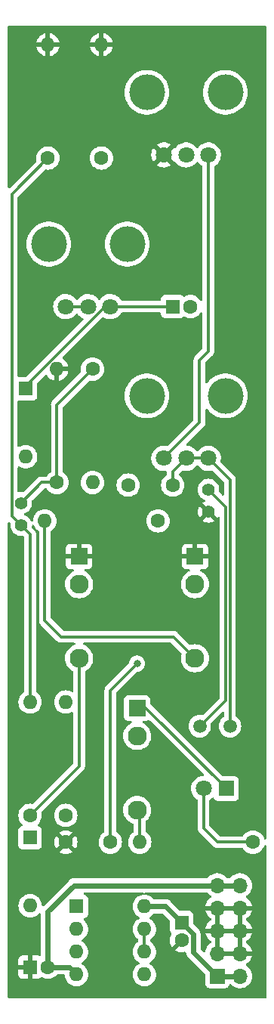
<source format=gtl>
G04 #@! TF.GenerationSoftware,KiCad,Pcbnew,(6.0.0)*
G04 #@! TF.CreationDate,2022-01-31T10:14:00+01:00*
G04 #@! TF.ProjectId,StupidBox,53747570-6964-4426-9f78-2e6b69636164,rev?*
G04 #@! TF.SameCoordinates,Original*
G04 #@! TF.FileFunction,Copper,L1,Top*
G04 #@! TF.FilePolarity,Positive*
%FSLAX46Y46*%
G04 Gerber Fmt 4.6, Leading zero omitted, Abs format (unit mm)*
G04 Created by KiCad (PCBNEW (6.0.0)) date 2022-01-31 10:14:00*
%MOMM*%
%LPD*%
G01*
G04 APERTURE LIST*
G04 #@! TA.AperFunction,ComponentPad*
%ADD10R,1.600000X1.600000*%
G04 #@! TD*
G04 #@! TA.AperFunction,ComponentPad*
%ADD11C,1.600000*%
G04 #@! TD*
G04 #@! TA.AperFunction,ComponentPad*
%ADD12C,1.400000*%
G04 #@! TD*
G04 #@! TA.AperFunction,ComponentPad*
%ADD13O,1.600000X1.600000*%
G04 #@! TD*
G04 #@! TA.AperFunction,ComponentPad*
%ADD14R,1.800000X1.800000*%
G04 #@! TD*
G04 #@! TA.AperFunction,ComponentPad*
%ADD15C,1.800000*%
G04 #@! TD*
G04 #@! TA.AperFunction,ComponentPad*
%ADD16R,1.930000X1.830000*%
G04 #@! TD*
G04 #@! TA.AperFunction,ComponentPad*
%ADD17C,2.130000*%
G04 #@! TD*
G04 #@! TA.AperFunction,ComponentPad*
%ADD18C,1.500000*%
G04 #@! TD*
G04 #@! TA.AperFunction,WasherPad*
%ADD19C,4.000000*%
G04 #@! TD*
G04 #@! TA.AperFunction,ComponentPad*
%ADD20R,1.700000X1.700000*%
G04 #@! TD*
G04 #@! TA.AperFunction,ComponentPad*
%ADD21O,1.700000X1.700000*%
G04 #@! TD*
G04 #@! TA.AperFunction,ViaPad*
%ADD22C,0.800000*%
G04 #@! TD*
G04 #@! TA.AperFunction,Conductor*
%ADD23C,0.600000*%
G04 #@! TD*
G04 #@! TA.AperFunction,Conductor*
%ADD24C,0.300000*%
G04 #@! TD*
G04 APERTURE END LIST*
D10*
X50000000Y-132000000D03*
D11*
X50000000Y-134000000D03*
D10*
X33000000Y-137000000D03*
D11*
X35000000Y-137000000D03*
D12*
X32000000Y-85000000D03*
X32000000Y-87500000D03*
D11*
X42000000Y-123000000D03*
X37000000Y-123000000D03*
D10*
X49000000Y-63000000D03*
D11*
X51000000Y-63000000D03*
X49000000Y-83000000D03*
X44000000Y-83000000D03*
D12*
X53000000Y-83500000D03*
X53000000Y-86000000D03*
D10*
X32500000Y-72190000D03*
D13*
X32500000Y-79810000D03*
D14*
X55000000Y-117000000D03*
D15*
X52460000Y-117000000D03*
D16*
X38500000Y-91000000D03*
D17*
X38500000Y-102400000D03*
X38500000Y-94100000D03*
D11*
X33000000Y-120000000D03*
D13*
X33000000Y-107300000D03*
D11*
X37000000Y-120000000D03*
D13*
X37000000Y-107300000D03*
D11*
X36000000Y-82700000D03*
D13*
X36000000Y-70000000D03*
D11*
X40000000Y-70000000D03*
D13*
X40000000Y-82700000D03*
D18*
X55425000Y-110000000D03*
X52025000Y-110000000D03*
D11*
X58000000Y-123000000D03*
D13*
X45300000Y-123000000D03*
D11*
X47350000Y-87000000D03*
D13*
X34650000Y-87000000D03*
D10*
X38200000Y-130200000D03*
D13*
X38200000Y-132740000D03*
X38200000Y-135280000D03*
X38200000Y-137820000D03*
X45820000Y-137820000D03*
X45820000Y-135280000D03*
X45820000Y-132740000D03*
X45820000Y-130200000D03*
D19*
X46100000Y-39000000D03*
X54900000Y-39000000D03*
D15*
X53000000Y-46000000D03*
X50500000Y-46000000D03*
X48000000Y-46000000D03*
D19*
X43900000Y-56000000D03*
X35100000Y-56000000D03*
D15*
X42000000Y-63000000D03*
X39500000Y-63000000D03*
X37000000Y-63000000D03*
D19*
X46100000Y-73000000D03*
X54900000Y-73000000D03*
D15*
X53000000Y-80000000D03*
X50500000Y-80000000D03*
X48000000Y-80000000D03*
D11*
X35000000Y-46350000D03*
D13*
X35000000Y-33650000D03*
D11*
X41000000Y-46350000D03*
D13*
X41000000Y-33650000D03*
D10*
X33000000Y-122500000D03*
D13*
X33000000Y-130120000D03*
D16*
X45000000Y-108000000D03*
D17*
X45000000Y-119400000D03*
X45000000Y-111100000D03*
D16*
X51500000Y-91000000D03*
D17*
X51500000Y-102400000D03*
X51500000Y-94100000D03*
D20*
X54000000Y-138000000D03*
D21*
X56540000Y-138000000D03*
X54000000Y-135460000D03*
X56540000Y-135460000D03*
X54000000Y-132920000D03*
X56540000Y-132920000D03*
X54000000Y-130380000D03*
X56540000Y-130380000D03*
X54000000Y-127840000D03*
X56540000Y-127840000D03*
D22*
X45000000Y-103000000D03*
D23*
X45820000Y-130200000D02*
X48200000Y-130200000D01*
X48200000Y-130200000D02*
X50000000Y-132000000D01*
X56540000Y-138000000D02*
X54000000Y-138000000D01*
X51299511Y-135299511D02*
X51299511Y-133299511D01*
X54000000Y-138000000D02*
X51299511Y-135299511D01*
X51299511Y-133299511D02*
X50000000Y-132000000D01*
X54000000Y-127840000D02*
X37960978Y-127840000D01*
X35000000Y-130800978D02*
X35000000Y-137000000D01*
X35000000Y-137000000D02*
X37380000Y-137000000D01*
X56540000Y-127840000D02*
X54000000Y-127840000D01*
X37960978Y-127840000D02*
X35000000Y-130800978D01*
X37380000Y-137000000D02*
X38200000Y-137820000D01*
D24*
X33000000Y-107300000D02*
X33000000Y-88500000D01*
X30950489Y-50399511D02*
X35000000Y-46350000D01*
X32000000Y-87500000D02*
X30950489Y-86450489D01*
X33000000Y-88500000D02*
X32000000Y-87500000D01*
X30950489Y-86450489D02*
X30950489Y-50399511D01*
X34300000Y-82700000D02*
X32000000Y-85000000D01*
X36000000Y-74000000D02*
X40000000Y-70000000D01*
X36000000Y-82700000D02*
X34300000Y-82700000D01*
X36000000Y-82700000D02*
X36000000Y-74000000D01*
X42000000Y-106000000D02*
X42000000Y-123000000D01*
X45000000Y-103000000D02*
X42000000Y-106000000D01*
X32500000Y-71874345D02*
X32500000Y-72190000D01*
X41374345Y-63000000D02*
X32500000Y-71874345D01*
X49000000Y-63000000D02*
X42000000Y-63000000D01*
X42000000Y-63000000D02*
X41374345Y-63000000D01*
X39500000Y-63000000D02*
X37000000Y-63000000D01*
X50500000Y-80000000D02*
X53000000Y-80000000D01*
X49000000Y-81500000D02*
X50500000Y-80000000D01*
X55425000Y-82425000D02*
X53000000Y-80000000D01*
X49000000Y-83000000D02*
X49000000Y-81500000D01*
X55425000Y-110000000D02*
X55425000Y-82425000D01*
X52000000Y-69000000D02*
X53000000Y-68000000D01*
X54925480Y-85425480D02*
X53000000Y-83500000D01*
X54925480Y-107099520D02*
X54925480Y-85425480D01*
X53000000Y-68000000D02*
X53000000Y-46000000D01*
X52000000Y-76000000D02*
X52000000Y-69000000D01*
X52025000Y-110000000D02*
X54925480Y-107099520D01*
X48000000Y-80000000D02*
X52000000Y-76000000D01*
X54000000Y-123000000D02*
X58000000Y-123000000D01*
X52460000Y-117000000D02*
X52460000Y-121460000D01*
X52460000Y-121460000D02*
X54000000Y-123000000D01*
X46000000Y-108000000D02*
X45000000Y-108000000D01*
X55000000Y-117000000D02*
X46000000Y-108000000D01*
X51500000Y-102400000D02*
X49100000Y-100000000D01*
X36500000Y-100000000D02*
X34650000Y-98150000D01*
X34650000Y-98150000D02*
X34650000Y-87000000D01*
X49100000Y-100000000D02*
X36500000Y-100000000D01*
X33000000Y-120000000D02*
X38500000Y-114500000D01*
X38500000Y-114500000D02*
X38500000Y-102400000D01*
X45300000Y-119700000D02*
X45000000Y-119400000D01*
X45300000Y-123000000D02*
X45300000Y-119700000D01*
X45820000Y-132740000D02*
X45820000Y-135280000D01*
G04 #@! TA.AperFunction,Conductor*
G36*
X59434121Y-31528002D02*
G01*
X59480614Y-31581658D01*
X59492000Y-31634000D01*
X59492001Y-85998868D01*
X59492001Y-122555503D01*
X59471999Y-122623624D01*
X59418343Y-122670117D01*
X59348069Y-122680221D01*
X59283489Y-122650727D01*
X59244295Y-122588115D01*
X59235710Y-122556075D01*
X59235706Y-122556064D01*
X59234284Y-122550757D01*
X59139966Y-122348489D01*
X59139849Y-122348238D01*
X59139846Y-122348233D01*
X59137523Y-122343251D01*
X59006198Y-122155700D01*
X58844300Y-121993802D01*
X58839792Y-121990645D01*
X58839789Y-121990643D01*
X58747059Y-121925713D01*
X58656749Y-121862477D01*
X58651767Y-121860154D01*
X58651762Y-121860151D01*
X58454225Y-121768039D01*
X58454224Y-121768039D01*
X58449243Y-121765716D01*
X58443935Y-121764294D01*
X58443933Y-121764293D01*
X58233402Y-121707881D01*
X58233400Y-121707881D01*
X58228087Y-121706457D01*
X58000000Y-121686502D01*
X57771913Y-121706457D01*
X57766600Y-121707881D01*
X57766598Y-121707881D01*
X57556067Y-121764293D01*
X57556065Y-121764294D01*
X57550757Y-121765716D01*
X57545776Y-121768039D01*
X57545775Y-121768039D01*
X57348238Y-121860151D01*
X57348233Y-121860154D01*
X57343251Y-121862477D01*
X57252941Y-121925713D01*
X57160211Y-121990643D01*
X57160208Y-121990645D01*
X57155700Y-121993802D01*
X56993802Y-122155700D01*
X56990645Y-122160208D01*
X56990643Y-122160211D01*
X56901325Y-122287771D01*
X56845868Y-122332099D01*
X56798112Y-122341500D01*
X54324950Y-122341500D01*
X54256829Y-122321498D01*
X54235855Y-122304595D01*
X53155405Y-121224145D01*
X53121379Y-121161833D01*
X53118500Y-121135050D01*
X53118500Y-118323933D01*
X53138502Y-118255812D01*
X53179773Y-118215907D01*
X53183684Y-118213991D01*
X53187893Y-118210989D01*
X53187896Y-118210987D01*
X53267193Y-118154425D01*
X53372243Y-118079494D01*
X53417309Y-118034585D01*
X53479681Y-118000669D01*
X53550487Y-118005857D01*
X53607249Y-118048503D01*
X53624231Y-118079607D01*
X53640527Y-118123075D01*
X53649385Y-118146705D01*
X53736739Y-118263261D01*
X53853295Y-118350615D01*
X53989684Y-118401745D01*
X54051866Y-118408500D01*
X55948134Y-118408500D01*
X56010316Y-118401745D01*
X56146705Y-118350615D01*
X56263261Y-118263261D01*
X56350615Y-118146705D01*
X56401745Y-118010316D01*
X56408500Y-117948134D01*
X56408500Y-116051866D01*
X56401745Y-115989684D01*
X56350615Y-115853295D01*
X56263261Y-115736739D01*
X56146705Y-115649385D01*
X56010316Y-115598255D01*
X55948134Y-115591500D01*
X54574950Y-115591500D01*
X54506829Y-115571498D01*
X54485855Y-115554595D01*
X46523654Y-107592394D01*
X46515665Y-107583615D01*
X46515663Y-107583613D01*
X46511416Y-107576920D01*
X46505636Y-107571492D01*
X46502416Y-107567600D01*
X46474406Y-107502363D01*
X46473500Y-107487284D01*
X46473500Y-107036866D01*
X46466745Y-106974684D01*
X46415615Y-106838295D01*
X46328261Y-106721739D01*
X46211705Y-106634385D01*
X46075316Y-106583255D01*
X46013134Y-106576500D01*
X43986866Y-106576500D01*
X43924684Y-106583255D01*
X43788295Y-106634385D01*
X43671739Y-106721739D01*
X43584385Y-106838295D01*
X43533255Y-106974684D01*
X43526500Y-107036866D01*
X43526500Y-108963134D01*
X43533255Y-109025316D01*
X43584385Y-109161705D01*
X43671739Y-109278261D01*
X43788295Y-109365615D01*
X43924684Y-109416745D01*
X43986866Y-109423500D01*
X44302230Y-109423500D01*
X44370351Y-109443502D01*
X44416844Y-109497158D01*
X44426948Y-109567432D01*
X44397454Y-109632012D01*
X44350448Y-109665909D01*
X44288011Y-109691771D01*
X44288007Y-109691773D01*
X44283437Y-109693666D01*
X44072260Y-109823075D01*
X43883927Y-109983927D01*
X43723075Y-110172260D01*
X43593666Y-110383437D01*
X43498885Y-110612258D01*
X43497730Y-110617070D01*
X43442221Y-110848276D01*
X43442220Y-110848282D01*
X43441066Y-110853089D01*
X43421634Y-111100000D01*
X43441066Y-111346911D01*
X43442220Y-111351718D01*
X43442221Y-111351724D01*
X43478499Y-111502830D01*
X43498885Y-111587742D01*
X43593666Y-111816563D01*
X43723075Y-112027740D01*
X43883927Y-112216073D01*
X44072260Y-112376925D01*
X44283437Y-112506334D01*
X44288007Y-112508227D01*
X44288011Y-112508229D01*
X44507685Y-112599221D01*
X44512258Y-112601115D01*
X44597170Y-112621501D01*
X44748276Y-112657779D01*
X44748282Y-112657780D01*
X44753089Y-112658934D01*
X45000000Y-112678366D01*
X45246911Y-112658934D01*
X45251718Y-112657780D01*
X45251724Y-112657779D01*
X45402830Y-112621501D01*
X45487742Y-112601115D01*
X45492315Y-112599221D01*
X45711989Y-112508229D01*
X45711993Y-112508227D01*
X45716563Y-112506334D01*
X45927740Y-112376925D01*
X46116073Y-112216073D01*
X46276925Y-112027740D01*
X46406334Y-111816563D01*
X46501115Y-111587742D01*
X46521501Y-111502830D01*
X46557779Y-111351724D01*
X46557780Y-111351718D01*
X46558934Y-111346911D01*
X46578366Y-111100000D01*
X46558934Y-110853089D01*
X46557780Y-110848282D01*
X46557779Y-110848276D01*
X46502270Y-110617070D01*
X46501115Y-110612258D01*
X46406334Y-110383437D01*
X46276925Y-110172260D01*
X46116073Y-109983927D01*
X45927740Y-109823075D01*
X45716563Y-109693666D01*
X45711993Y-109691773D01*
X45711989Y-109691771D01*
X45649552Y-109665909D01*
X45594271Y-109621360D01*
X45571850Y-109553997D01*
X45589408Y-109485206D01*
X45641370Y-109436828D01*
X45697770Y-109423500D01*
X46013134Y-109423500D01*
X46075316Y-109416745D01*
X46211705Y-109365615D01*
X46251557Y-109335747D01*
X46318065Y-109310899D01*
X46387447Y-109325952D01*
X46416218Y-109347478D01*
X52444311Y-115375571D01*
X52478337Y-115437883D01*
X52473272Y-115508698D01*
X52430725Y-115565534D01*
X52364560Y-115590154D01*
X52361411Y-115590116D01*
X52132464Y-115625150D01*
X51912314Y-115697106D01*
X51907726Y-115699494D01*
X51907722Y-115699496D01*
X51711461Y-115801663D01*
X51706872Y-115804052D01*
X51702739Y-115807155D01*
X51702736Y-115807157D01*
X51630088Y-115861703D01*
X51521655Y-115943117D01*
X51361639Y-116110564D01*
X51231119Y-116301899D01*
X51133602Y-116511981D01*
X51071707Y-116735169D01*
X51047095Y-116965469D01*
X51060427Y-117196697D01*
X51061564Y-117201743D01*
X51061565Y-117201749D01*
X51093741Y-117344523D01*
X51111346Y-117422642D01*
X51198484Y-117637237D01*
X51201183Y-117641641D01*
X51311483Y-117821634D01*
X51319501Y-117834719D01*
X51471147Y-118009784D01*
X51649349Y-118157730D01*
X51653816Y-118160340D01*
X51739070Y-118210158D01*
X51787794Y-118261796D01*
X51801500Y-118318946D01*
X51801500Y-121377944D01*
X51800941Y-121389800D01*
X51799212Y-121397537D01*
X51799461Y-121405459D01*
X51801438Y-121468369D01*
X51801500Y-121472327D01*
X51801500Y-121501432D01*
X51802056Y-121505832D01*
X51802988Y-121517664D01*
X51804438Y-121563831D01*
X51809800Y-121582285D01*
X51810419Y-121584416D01*
X51814430Y-121603782D01*
X51817118Y-121625064D01*
X51820034Y-121632429D01*
X51820035Y-121632433D01*
X51834126Y-121668021D01*
X51837965Y-121679231D01*
X51850855Y-121723600D01*
X51861775Y-121742065D01*
X51870466Y-121759805D01*
X51878365Y-121779756D01*
X51905516Y-121817126D01*
X51912033Y-121827048D01*
X51931507Y-121859977D01*
X51931510Y-121859981D01*
X51935547Y-121866807D01*
X51950711Y-121881971D01*
X51963551Y-121897004D01*
X51976159Y-121914357D01*
X51990758Y-121926434D01*
X52011752Y-121943802D01*
X52020532Y-121951792D01*
X53476345Y-123407605D01*
X53484335Y-123416385D01*
X53488584Y-123423080D01*
X53494362Y-123428506D01*
X53494363Y-123428507D01*
X53540257Y-123471604D01*
X53543099Y-123474359D01*
X53563667Y-123494927D01*
X53567170Y-123497644D01*
X53576195Y-123505352D01*
X53609867Y-123536972D01*
X53616818Y-123540793D01*
X53616819Y-123540794D01*
X53628658Y-123547303D01*
X53645182Y-123558157D01*
X53655271Y-123565982D01*
X53662132Y-123571304D01*
X53669404Y-123574451D01*
X53669406Y-123574452D01*
X53704535Y-123589654D01*
X53715196Y-123594876D01*
X53755663Y-123617124D01*
X53776441Y-123622459D01*
X53795131Y-123628858D01*
X53814824Y-123637380D01*
X53858596Y-123644313D01*
X53860448Y-123644606D01*
X53872071Y-123647013D01*
X53900072Y-123654202D01*
X53916812Y-123658500D01*
X53938259Y-123658500D01*
X53957969Y-123660051D01*
X53979152Y-123663406D01*
X54025141Y-123659059D01*
X54036996Y-123658500D01*
X56798112Y-123658500D01*
X56866233Y-123678502D01*
X56901325Y-123712229D01*
X56964005Y-123801745D01*
X56993802Y-123844300D01*
X57155700Y-124006198D01*
X57160208Y-124009355D01*
X57160211Y-124009357D01*
X57238389Y-124064098D01*
X57343251Y-124137523D01*
X57348233Y-124139846D01*
X57348238Y-124139849D01*
X57544765Y-124231490D01*
X57550757Y-124234284D01*
X57556065Y-124235706D01*
X57556067Y-124235707D01*
X57766598Y-124292119D01*
X57766600Y-124292119D01*
X57771913Y-124293543D01*
X58000000Y-124313498D01*
X58228087Y-124293543D01*
X58233400Y-124292119D01*
X58233402Y-124292119D01*
X58443933Y-124235707D01*
X58443935Y-124235706D01*
X58449243Y-124234284D01*
X58455235Y-124231490D01*
X58651762Y-124139849D01*
X58651767Y-124139846D01*
X58656749Y-124137523D01*
X58761611Y-124064098D01*
X58839789Y-124009357D01*
X58839792Y-124009355D01*
X58844300Y-124006198D01*
X59006198Y-123844300D01*
X59035996Y-123801745D01*
X59129195Y-123668642D01*
X59137523Y-123656749D01*
X59139846Y-123651767D01*
X59139849Y-123651762D01*
X59231961Y-123454225D01*
X59231961Y-123454224D01*
X59234284Y-123449243D01*
X59235707Y-123443933D01*
X59235710Y-123443925D01*
X59244295Y-123411885D01*
X59281246Y-123351263D01*
X59345107Y-123320241D01*
X59415602Y-123328670D01*
X59470348Y-123373874D01*
X59492001Y-123444497D01*
X59492001Y-140366000D01*
X59471999Y-140434121D01*
X59418343Y-140480614D01*
X59366001Y-140492000D01*
X30634000Y-140492000D01*
X30565879Y-140471998D01*
X30519386Y-140418342D01*
X30508000Y-140366000D01*
X30508000Y-137844669D01*
X31692001Y-137844669D01*
X31692371Y-137851490D01*
X31697895Y-137902352D01*
X31701521Y-137917604D01*
X31746676Y-138038054D01*
X31755214Y-138053649D01*
X31831715Y-138155724D01*
X31844276Y-138168285D01*
X31946351Y-138244786D01*
X31961946Y-138253324D01*
X32082394Y-138298478D01*
X32097649Y-138302105D01*
X32148514Y-138307631D01*
X32155328Y-138308000D01*
X32727885Y-138308000D01*
X32743124Y-138303525D01*
X32744329Y-138302135D01*
X32746000Y-138294452D01*
X32746000Y-137272115D01*
X32741525Y-137256876D01*
X32740135Y-137255671D01*
X32732452Y-137254000D01*
X31710116Y-137254000D01*
X31694877Y-137258475D01*
X31693672Y-137259865D01*
X31692001Y-137267548D01*
X31692001Y-137844669D01*
X30508000Y-137844669D01*
X30508000Y-136727885D01*
X31692000Y-136727885D01*
X31696475Y-136743124D01*
X31697865Y-136744329D01*
X31705548Y-136746000D01*
X32727885Y-136746000D01*
X32743124Y-136741525D01*
X32744329Y-136740135D01*
X32746000Y-136732452D01*
X32746000Y-135710116D01*
X32741525Y-135694877D01*
X32740135Y-135693672D01*
X32732452Y-135692001D01*
X32155331Y-135692001D01*
X32148510Y-135692371D01*
X32097648Y-135697895D01*
X32082396Y-135701521D01*
X31961946Y-135746676D01*
X31946351Y-135755214D01*
X31844276Y-135831715D01*
X31831715Y-135844276D01*
X31755214Y-135946351D01*
X31746676Y-135961946D01*
X31701522Y-136082394D01*
X31697895Y-136097649D01*
X31692369Y-136148514D01*
X31692000Y-136155328D01*
X31692000Y-136727885D01*
X30508000Y-136727885D01*
X30508000Y-130120000D01*
X31686502Y-130120000D01*
X31706457Y-130348087D01*
X31707881Y-130353400D01*
X31707881Y-130353402D01*
X31736764Y-130461192D01*
X31765716Y-130569243D01*
X31768039Y-130574224D01*
X31768039Y-130574225D01*
X31860151Y-130771762D01*
X31860154Y-130771767D01*
X31862477Y-130776749D01*
X31993802Y-130964300D01*
X32155700Y-131126198D01*
X32160208Y-131129355D01*
X32160211Y-131129357D01*
X32233084Y-131180383D01*
X32343251Y-131257523D01*
X32348233Y-131259846D01*
X32348238Y-131259849D01*
X32545775Y-131351961D01*
X32550757Y-131354284D01*
X32556065Y-131355706D01*
X32556067Y-131355707D01*
X32766598Y-131412119D01*
X32766600Y-131412119D01*
X32771913Y-131413543D01*
X33000000Y-131433498D01*
X33228087Y-131413543D01*
X33233400Y-131412119D01*
X33233402Y-131412119D01*
X33443933Y-131355707D01*
X33443935Y-131355706D01*
X33449243Y-131354284D01*
X33454225Y-131351961D01*
X33651762Y-131259849D01*
X33651767Y-131259846D01*
X33656749Y-131257523D01*
X33766916Y-131180383D01*
X33839789Y-131129357D01*
X33839792Y-131129355D01*
X33844300Y-131126198D01*
X33976405Y-130994093D01*
X34038717Y-130960067D01*
X34109532Y-130965132D01*
X34166368Y-131007679D01*
X34191179Y-131074199D01*
X34191500Y-131083188D01*
X34191500Y-135622402D01*
X34171498Y-135690523D01*
X34117842Y-135737016D01*
X34047568Y-135747120D01*
X34021270Y-135740384D01*
X33917606Y-135701522D01*
X33902351Y-135697895D01*
X33851486Y-135692369D01*
X33844672Y-135692000D01*
X33272115Y-135692000D01*
X33256876Y-135696475D01*
X33255671Y-135697865D01*
X33254000Y-135705548D01*
X33254000Y-138289884D01*
X33258475Y-138305123D01*
X33259865Y-138306328D01*
X33267548Y-138307999D01*
X33844669Y-138307999D01*
X33851490Y-138307629D01*
X33902352Y-138302105D01*
X33917604Y-138298479D01*
X34038054Y-138253324D01*
X34053649Y-138244786D01*
X34155724Y-138168285D01*
X34174636Y-138149373D01*
X34176894Y-138151631D01*
X34221154Y-138118543D01*
X34291973Y-138113524D01*
X34333840Y-138131861D01*
X34333981Y-138131617D01*
X34336177Y-138132885D01*
X34337376Y-138133410D01*
X34338738Y-138134363D01*
X34343251Y-138137523D01*
X34348233Y-138139846D01*
X34348238Y-138139849D01*
X34545775Y-138231961D01*
X34550757Y-138234284D01*
X34556065Y-138235706D01*
X34556067Y-138235707D01*
X34766598Y-138292119D01*
X34766600Y-138292119D01*
X34771913Y-138293543D01*
X35000000Y-138313498D01*
X35228087Y-138293543D01*
X35233400Y-138292119D01*
X35233402Y-138292119D01*
X35443933Y-138235707D01*
X35443935Y-138235706D01*
X35449243Y-138234284D01*
X35454225Y-138231961D01*
X35651762Y-138139849D01*
X35651767Y-138139846D01*
X35656749Y-138137523D01*
X35776886Y-138053402D01*
X35839789Y-138009357D01*
X35839792Y-138009355D01*
X35844300Y-138006198D01*
X36005093Y-137845405D01*
X36067405Y-137811379D01*
X36094188Y-137808500D01*
X36770038Y-137808500D01*
X36838159Y-137828502D01*
X36884652Y-137882158D01*
X36895559Y-137923519D01*
X36905977Y-138042606D01*
X36905978Y-138042611D01*
X36906457Y-138048087D01*
X36907881Y-138053400D01*
X36907881Y-138053402D01*
X36929576Y-138134366D01*
X36965716Y-138269243D01*
X36968039Y-138274224D01*
X36968039Y-138274225D01*
X37060151Y-138471762D01*
X37060154Y-138471767D01*
X37062477Y-138476749D01*
X37193802Y-138664300D01*
X37355700Y-138826198D01*
X37360208Y-138829355D01*
X37360211Y-138829357D01*
X37431526Y-138879292D01*
X37543251Y-138957523D01*
X37548233Y-138959846D01*
X37548238Y-138959849D01*
X37722640Y-139041173D01*
X37750757Y-139054284D01*
X37756065Y-139055706D01*
X37756067Y-139055707D01*
X37966598Y-139112119D01*
X37966600Y-139112119D01*
X37971913Y-139113543D01*
X38200000Y-139133498D01*
X38428087Y-139113543D01*
X38433400Y-139112119D01*
X38433402Y-139112119D01*
X38643933Y-139055707D01*
X38643935Y-139055706D01*
X38649243Y-139054284D01*
X38677360Y-139041173D01*
X38851762Y-138959849D01*
X38851767Y-138959846D01*
X38856749Y-138957523D01*
X38968474Y-138879292D01*
X39039789Y-138829357D01*
X39039792Y-138829355D01*
X39044300Y-138826198D01*
X39206198Y-138664300D01*
X39337523Y-138476749D01*
X39339846Y-138471767D01*
X39339849Y-138471762D01*
X39431961Y-138274225D01*
X39431961Y-138274224D01*
X39434284Y-138269243D01*
X39470425Y-138134366D01*
X39492119Y-138053402D01*
X39492119Y-138053400D01*
X39493543Y-138048087D01*
X39513498Y-137820000D01*
X39493543Y-137591913D01*
X39483908Y-137555954D01*
X39435707Y-137376067D01*
X39435706Y-137376065D01*
X39434284Y-137370757D01*
X39388287Y-137272115D01*
X39339849Y-137168238D01*
X39339846Y-137168233D01*
X39337523Y-137163251D01*
X39228024Y-137006870D01*
X39209357Y-136980211D01*
X39209355Y-136980208D01*
X39206198Y-136975700D01*
X39044300Y-136813802D01*
X39039792Y-136810645D01*
X39039789Y-136810643D01*
X38947469Y-136746000D01*
X38856749Y-136682477D01*
X38851767Y-136680154D01*
X38851762Y-136680151D01*
X38817543Y-136664195D01*
X38764258Y-136617278D01*
X38744797Y-136549001D01*
X38765339Y-136481041D01*
X38817543Y-136435805D01*
X38851762Y-136419849D01*
X38851767Y-136419846D01*
X38856749Y-136417523D01*
X38968941Y-136338965D01*
X39039789Y-136289357D01*
X39039792Y-136289355D01*
X39044300Y-136286198D01*
X39206198Y-136124300D01*
X39224860Y-136097649D01*
X39297975Y-135993229D01*
X39337523Y-135936749D01*
X39339846Y-135931767D01*
X39339849Y-135931762D01*
X39431961Y-135734225D01*
X39431961Y-135734224D01*
X39434284Y-135729243D01*
X39438369Y-135714000D01*
X39492119Y-135513402D01*
X39492119Y-135513400D01*
X39493543Y-135508087D01*
X39513498Y-135280000D01*
X39493543Y-135051913D01*
X39478151Y-134994470D01*
X39435707Y-134836067D01*
X39435706Y-134836065D01*
X39434284Y-134830757D01*
X39379396Y-134713048D01*
X39339849Y-134628238D01*
X39339846Y-134628233D01*
X39337523Y-134623251D01*
X39219049Y-134454053D01*
X39209357Y-134440211D01*
X39209355Y-134440208D01*
X39206198Y-134435700D01*
X39044300Y-134273802D01*
X39039792Y-134270645D01*
X39039789Y-134270643D01*
X38913159Y-134181976D01*
X38856749Y-134142477D01*
X38851767Y-134140154D01*
X38851762Y-134140151D01*
X38817543Y-134124195D01*
X38764258Y-134077278D01*
X38744797Y-134009001D01*
X38765339Y-133941041D01*
X38817543Y-133895805D01*
X38851762Y-133879849D01*
X38851767Y-133879846D01*
X38856749Y-133877523D01*
X38968941Y-133798965D01*
X39039789Y-133749357D01*
X39039792Y-133749355D01*
X39044300Y-133746198D01*
X39206198Y-133584300D01*
X39337523Y-133396749D01*
X39339846Y-133391767D01*
X39339849Y-133391762D01*
X39431961Y-133194225D01*
X39431961Y-133194224D01*
X39434284Y-133189243D01*
X39437529Y-133177135D01*
X39492119Y-132973402D01*
X39492119Y-132973400D01*
X39493543Y-132968087D01*
X39513498Y-132740000D01*
X39493543Y-132511913D01*
X39478151Y-132454470D01*
X39435707Y-132296067D01*
X39435706Y-132296065D01*
X39434284Y-132290757D01*
X39400337Y-132217957D01*
X39339849Y-132088238D01*
X39339846Y-132088233D01*
X39337523Y-132083251D01*
X39223364Y-131920215D01*
X39209357Y-131900211D01*
X39209355Y-131900208D01*
X39206198Y-131895700D01*
X39044300Y-131733802D01*
X39039789Y-131730643D01*
X39035576Y-131727108D01*
X39036527Y-131725974D01*
X38996529Y-131675929D01*
X38989224Y-131605310D01*
X39021258Y-131541951D01*
X39082462Y-131505970D01*
X39099517Y-131502918D01*
X39110316Y-131501745D01*
X39246705Y-131450615D01*
X39363261Y-131363261D01*
X39450615Y-131246705D01*
X39501745Y-131110316D01*
X39508500Y-131048134D01*
X39508500Y-129351866D01*
X39501745Y-129289684D01*
X39450615Y-129153295D01*
X39363261Y-129036739D01*
X39246705Y-128949385D01*
X39110316Y-128898255D01*
X39102460Y-128897402D01*
X39101120Y-128897083D01*
X39039473Y-128861865D01*
X39006653Y-128798910D01*
X39013079Y-128728205D01*
X39056711Y-128672198D01*
X39130266Y-128648500D01*
X45654495Y-128648500D01*
X45722616Y-128668502D01*
X45769109Y-128722158D01*
X45779213Y-128792432D01*
X45749719Y-128857012D01*
X45689993Y-128895396D01*
X45665477Y-128900021D01*
X45591913Y-128906457D01*
X45586600Y-128907881D01*
X45586598Y-128907881D01*
X45376067Y-128964293D01*
X45376065Y-128964294D01*
X45370757Y-128965716D01*
X45365776Y-128968039D01*
X45365775Y-128968039D01*
X45168238Y-129060151D01*
X45168233Y-129060154D01*
X45163251Y-129062477D01*
X45153453Y-129069338D01*
X44980211Y-129190643D01*
X44980208Y-129190645D01*
X44975700Y-129193802D01*
X44813802Y-129355700D01*
X44810645Y-129360208D01*
X44810643Y-129360211D01*
X44776343Y-129409197D01*
X44682477Y-129543251D01*
X44680154Y-129548233D01*
X44680151Y-129548238D01*
X44639767Y-129634843D01*
X44585716Y-129750757D01*
X44584294Y-129756065D01*
X44584293Y-129756067D01*
X44541849Y-129914470D01*
X44526457Y-129971913D01*
X44506502Y-130200000D01*
X44526457Y-130428087D01*
X44527881Y-130433400D01*
X44527881Y-130433402D01*
X44581632Y-130634000D01*
X44585716Y-130649243D01*
X44588039Y-130654224D01*
X44588039Y-130654225D01*
X44680151Y-130851762D01*
X44680154Y-130851767D01*
X44682477Y-130856749D01*
X44745048Y-130946109D01*
X44788160Y-131007679D01*
X44813802Y-131044300D01*
X44975700Y-131206198D01*
X44980208Y-131209355D01*
X44980211Y-131209357D01*
X45021542Y-131238297D01*
X45163251Y-131337523D01*
X45168233Y-131339846D01*
X45168238Y-131339849D01*
X45202457Y-131355805D01*
X45255742Y-131402722D01*
X45275203Y-131470999D01*
X45254661Y-131538959D01*
X45202457Y-131584195D01*
X45168238Y-131600151D01*
X45168233Y-131600154D01*
X45163251Y-131602477D01*
X45079782Y-131660923D01*
X44980211Y-131730643D01*
X44980208Y-131730645D01*
X44975700Y-131733802D01*
X44813802Y-131895700D01*
X44810645Y-131900208D01*
X44810643Y-131900211D01*
X44796636Y-131920215D01*
X44682477Y-132083251D01*
X44680154Y-132088233D01*
X44680151Y-132088238D01*
X44619663Y-132217957D01*
X44585716Y-132290757D01*
X44584294Y-132296065D01*
X44584293Y-132296067D01*
X44541849Y-132454470D01*
X44526457Y-132511913D01*
X44506502Y-132740000D01*
X44526457Y-132968087D01*
X44527881Y-132973400D01*
X44527881Y-132973402D01*
X44582472Y-133177135D01*
X44585716Y-133189243D01*
X44588039Y-133194224D01*
X44588039Y-133194225D01*
X44680151Y-133391762D01*
X44680154Y-133391767D01*
X44682477Y-133396749D01*
X44813802Y-133584300D01*
X44975700Y-133746198D01*
X44980208Y-133749355D01*
X44980211Y-133749357D01*
X45038315Y-133790042D01*
X45107772Y-133838676D01*
X45152099Y-133894132D01*
X45161500Y-133941888D01*
X45161500Y-134078112D01*
X45141498Y-134146233D01*
X45107772Y-134181324D01*
X45038315Y-134229958D01*
X44980211Y-134270643D01*
X44980208Y-134270645D01*
X44975700Y-134273802D01*
X44813802Y-134435700D01*
X44810645Y-134440208D01*
X44810643Y-134440211D01*
X44800951Y-134454053D01*
X44682477Y-134623251D01*
X44680154Y-134628233D01*
X44680151Y-134628238D01*
X44640604Y-134713048D01*
X44585716Y-134830757D01*
X44584294Y-134836065D01*
X44584293Y-134836067D01*
X44541849Y-134994470D01*
X44526457Y-135051913D01*
X44506502Y-135280000D01*
X44526457Y-135508087D01*
X44527881Y-135513400D01*
X44527881Y-135513402D01*
X44581632Y-135714000D01*
X44585716Y-135729243D01*
X44588039Y-135734224D01*
X44588039Y-135734225D01*
X44680151Y-135931762D01*
X44680154Y-135931767D01*
X44682477Y-135936749D01*
X44722025Y-135993229D01*
X44795141Y-136097649D01*
X44813802Y-136124300D01*
X44975700Y-136286198D01*
X44980208Y-136289355D01*
X44980211Y-136289357D01*
X45051059Y-136338965D01*
X45163251Y-136417523D01*
X45168233Y-136419846D01*
X45168238Y-136419849D01*
X45202457Y-136435805D01*
X45255742Y-136482722D01*
X45275203Y-136550999D01*
X45254661Y-136618959D01*
X45202457Y-136664195D01*
X45168238Y-136680151D01*
X45168233Y-136680154D01*
X45163251Y-136682477D01*
X45072531Y-136746000D01*
X44980211Y-136810643D01*
X44980208Y-136810645D01*
X44975700Y-136813802D01*
X44813802Y-136975700D01*
X44810645Y-136980208D01*
X44810643Y-136980211D01*
X44791976Y-137006870D01*
X44682477Y-137163251D01*
X44680154Y-137168233D01*
X44680151Y-137168238D01*
X44631713Y-137272115D01*
X44585716Y-137370757D01*
X44584294Y-137376065D01*
X44584293Y-137376067D01*
X44536092Y-137555954D01*
X44526457Y-137591913D01*
X44506502Y-137820000D01*
X44526457Y-138048087D01*
X44527881Y-138053400D01*
X44527881Y-138053402D01*
X44549576Y-138134366D01*
X44585716Y-138269243D01*
X44588039Y-138274224D01*
X44588039Y-138274225D01*
X44680151Y-138471762D01*
X44680154Y-138471767D01*
X44682477Y-138476749D01*
X44813802Y-138664300D01*
X44975700Y-138826198D01*
X44980208Y-138829355D01*
X44980211Y-138829357D01*
X45051526Y-138879292D01*
X45163251Y-138957523D01*
X45168233Y-138959846D01*
X45168238Y-138959849D01*
X45342640Y-139041173D01*
X45370757Y-139054284D01*
X45376065Y-139055706D01*
X45376067Y-139055707D01*
X45586598Y-139112119D01*
X45586600Y-139112119D01*
X45591913Y-139113543D01*
X45820000Y-139133498D01*
X46048087Y-139113543D01*
X46053400Y-139112119D01*
X46053402Y-139112119D01*
X46263933Y-139055707D01*
X46263935Y-139055706D01*
X46269243Y-139054284D01*
X46297360Y-139041173D01*
X46471762Y-138959849D01*
X46471767Y-138959846D01*
X46476749Y-138957523D01*
X46588474Y-138879292D01*
X46659789Y-138829357D01*
X46659792Y-138829355D01*
X46664300Y-138826198D01*
X46826198Y-138664300D01*
X46957523Y-138476749D01*
X46959846Y-138471767D01*
X46959849Y-138471762D01*
X47051961Y-138274225D01*
X47051961Y-138274224D01*
X47054284Y-138269243D01*
X47090425Y-138134366D01*
X47112119Y-138053402D01*
X47112119Y-138053400D01*
X47113543Y-138048087D01*
X47133498Y-137820000D01*
X47113543Y-137591913D01*
X47103908Y-137555954D01*
X47055707Y-137376067D01*
X47055706Y-137376065D01*
X47054284Y-137370757D01*
X47008287Y-137272115D01*
X46959849Y-137168238D01*
X46959846Y-137168233D01*
X46957523Y-137163251D01*
X46848024Y-137006870D01*
X46829357Y-136980211D01*
X46829355Y-136980208D01*
X46826198Y-136975700D01*
X46664300Y-136813802D01*
X46659792Y-136810645D01*
X46659789Y-136810643D01*
X46567469Y-136746000D01*
X46476749Y-136682477D01*
X46471767Y-136680154D01*
X46471762Y-136680151D01*
X46437543Y-136664195D01*
X46384258Y-136617278D01*
X46364797Y-136549001D01*
X46385339Y-136481041D01*
X46437543Y-136435805D01*
X46471762Y-136419849D01*
X46471767Y-136419846D01*
X46476749Y-136417523D01*
X46588941Y-136338965D01*
X46659789Y-136289357D01*
X46659792Y-136289355D01*
X46664300Y-136286198D01*
X46826198Y-136124300D01*
X46844860Y-136097649D01*
X46917975Y-135993229D01*
X46957523Y-135936749D01*
X46959846Y-135931767D01*
X46959849Y-135931762D01*
X47051961Y-135734225D01*
X47051961Y-135734224D01*
X47054284Y-135729243D01*
X47058369Y-135714000D01*
X47112119Y-135513402D01*
X47112119Y-135513400D01*
X47113543Y-135508087D01*
X47133498Y-135280000D01*
X47113543Y-135051913D01*
X47098151Y-134994470D01*
X47055707Y-134836067D01*
X47055706Y-134836065D01*
X47054284Y-134830757D01*
X46999396Y-134713048D01*
X46959849Y-134628238D01*
X46959846Y-134628233D01*
X46957523Y-134623251D01*
X46839049Y-134454053D01*
X46829357Y-134440211D01*
X46829355Y-134440208D01*
X46826198Y-134435700D01*
X46664300Y-134273802D01*
X46659792Y-134270645D01*
X46659789Y-134270643D01*
X46601685Y-134229958D01*
X46532228Y-134181324D01*
X46487901Y-134125868D01*
X46478500Y-134078112D01*
X46478500Y-133941888D01*
X46498502Y-133873767D01*
X46532228Y-133838676D01*
X46601685Y-133790042D01*
X46659789Y-133749357D01*
X46659792Y-133749355D01*
X46664300Y-133746198D01*
X46826198Y-133584300D01*
X46957523Y-133396749D01*
X46959846Y-133391767D01*
X46959849Y-133391762D01*
X47051961Y-133194225D01*
X47051961Y-133194224D01*
X47054284Y-133189243D01*
X47057529Y-133177135D01*
X47112119Y-132973402D01*
X47112119Y-132973400D01*
X47113543Y-132968087D01*
X47133498Y-132740000D01*
X47113543Y-132511913D01*
X47098151Y-132454470D01*
X47055707Y-132296067D01*
X47055706Y-132296065D01*
X47054284Y-132290757D01*
X47020337Y-132217957D01*
X46959849Y-132088238D01*
X46959846Y-132088233D01*
X46957523Y-132083251D01*
X46843364Y-131920215D01*
X46829357Y-131900211D01*
X46829355Y-131900208D01*
X46826198Y-131895700D01*
X46664300Y-131733802D01*
X46659792Y-131730645D01*
X46659789Y-131730643D01*
X46560218Y-131660923D01*
X46476749Y-131602477D01*
X46471767Y-131600154D01*
X46471762Y-131600151D01*
X46437543Y-131584195D01*
X46384258Y-131537278D01*
X46364797Y-131469001D01*
X46385339Y-131401041D01*
X46437543Y-131355805D01*
X46471762Y-131339849D01*
X46471767Y-131339846D01*
X46476749Y-131337523D01*
X46618458Y-131238297D01*
X46659789Y-131209357D01*
X46659792Y-131209355D01*
X46664300Y-131206198D01*
X46825093Y-131045405D01*
X46887405Y-131011379D01*
X46914188Y-131008500D01*
X47812918Y-131008500D01*
X47881039Y-131028502D01*
X47902013Y-131045405D01*
X48654595Y-131797987D01*
X48688621Y-131860299D01*
X48691500Y-131887082D01*
X48691500Y-132848134D01*
X48698255Y-132910316D01*
X48749385Y-133046705D01*
X48754771Y-133053891D01*
X48831355Y-133156078D01*
X48831358Y-133156081D01*
X48836739Y-133163261D01*
X48843919Y-133168642D01*
X48850270Y-133174993D01*
X48848128Y-133177135D01*
X48881564Y-133221846D01*
X48886594Y-133292664D01*
X48868477Y-133334035D01*
X48868818Y-133334232D01*
X48867048Y-133337298D01*
X48866701Y-133338090D01*
X48866071Y-133338989D01*
X48860586Y-133348489D01*
X48768510Y-133545947D01*
X48764764Y-133556239D01*
X48708375Y-133766688D01*
X48706472Y-133777481D01*
X48687483Y-133994525D01*
X48687483Y-134005475D01*
X48706472Y-134222519D01*
X48708375Y-134233312D01*
X48764764Y-134443761D01*
X48768510Y-134454053D01*
X48860586Y-134651511D01*
X48866069Y-134661006D01*
X48902509Y-134713048D01*
X48912988Y-134721424D01*
X48926434Y-134714356D01*
X49910905Y-133729885D01*
X49973217Y-133695859D01*
X50044032Y-133700924D01*
X50089095Y-133729885D01*
X50270115Y-133910905D01*
X50304141Y-133973217D01*
X50299076Y-134044032D01*
X50270115Y-134089095D01*
X49284923Y-135074287D01*
X49278493Y-135086062D01*
X49287789Y-135098077D01*
X49338994Y-135133931D01*
X49348489Y-135139414D01*
X49545947Y-135231490D01*
X49556239Y-135235236D01*
X49766688Y-135291625D01*
X49777481Y-135293528D01*
X49994525Y-135312517D01*
X50005475Y-135312517D01*
X50222519Y-135293528D01*
X50233312Y-135291625D01*
X50332111Y-135265152D01*
X50403087Y-135266842D01*
X50461883Y-135306636D01*
X50490077Y-135374125D01*
X50490134Y-135374685D01*
X50490060Y-135381732D01*
X50499222Y-135424108D01*
X50501280Y-135436674D01*
X50506114Y-135479766D01*
X50508430Y-135486417D01*
X50508431Y-135486421D01*
X50517144Y-135511441D01*
X50521307Y-135526253D01*
X50528392Y-135559021D01*
X50546719Y-135598324D01*
X50551501Y-135610100D01*
X50565766Y-135651063D01*
X50569500Y-135657038D01*
X50569501Y-135657041D01*
X50583538Y-135679506D01*
X50590877Y-135693023D01*
X50602070Y-135717025D01*
X50605049Y-135723413D01*
X50609366Y-135728978D01*
X50609367Y-135728980D01*
X50631617Y-135757664D01*
X50638913Y-135768123D01*
X50661885Y-135804887D01*
X50666845Y-135809882D01*
X50666846Y-135809883D01*
X50690487Y-135833690D01*
X50691072Y-135834315D01*
X50691589Y-135834981D01*
X50717579Y-135860971D01*
X50789696Y-135933593D01*
X50790733Y-135934251D01*
X50791962Y-135935354D01*
X52604595Y-137747987D01*
X52638621Y-137810299D01*
X52641500Y-137837082D01*
X52641500Y-138898134D01*
X52648255Y-138960316D01*
X52699385Y-139096705D01*
X52786739Y-139213261D01*
X52903295Y-139300615D01*
X53039684Y-139351745D01*
X53101866Y-139358500D01*
X54898134Y-139358500D01*
X54960316Y-139351745D01*
X55096705Y-139300615D01*
X55213261Y-139213261D01*
X55300615Y-139096705D01*
X55305346Y-139084086D01*
X55344598Y-138979382D01*
X55387240Y-138922618D01*
X55453802Y-138897918D01*
X55523150Y-138913126D01*
X55557817Y-138941114D01*
X55586250Y-138973938D01*
X55758126Y-139116632D01*
X55951000Y-139229338D01*
X56159692Y-139309030D01*
X56164760Y-139310061D01*
X56164763Y-139310062D01*
X56272017Y-139331883D01*
X56378597Y-139353567D01*
X56383772Y-139353757D01*
X56383774Y-139353757D01*
X56596673Y-139361564D01*
X56596677Y-139361564D01*
X56601837Y-139361753D01*
X56606957Y-139361097D01*
X56606959Y-139361097D01*
X56818288Y-139334025D01*
X56818289Y-139334025D01*
X56823416Y-139333368D01*
X56828366Y-139331883D01*
X57032429Y-139270661D01*
X57032434Y-139270659D01*
X57037384Y-139269174D01*
X57237994Y-139170896D01*
X57419860Y-139041173D01*
X57578096Y-138883489D01*
X57708453Y-138702077D01*
X57725198Y-138668197D01*
X57805136Y-138506453D01*
X57805137Y-138506451D01*
X57807430Y-138501811D01*
X57864790Y-138313019D01*
X57870865Y-138293023D01*
X57870865Y-138293021D01*
X57872370Y-138288069D01*
X57901529Y-138066590D01*
X57902226Y-138038054D01*
X57903074Y-138003365D01*
X57903074Y-138003361D01*
X57903156Y-138000000D01*
X57884852Y-137777361D01*
X57830431Y-137560702D01*
X57741354Y-137355840D01*
X57620014Y-137168277D01*
X57469670Y-137003051D01*
X57465619Y-136999852D01*
X57465615Y-136999848D01*
X57298414Y-136867800D01*
X57298410Y-136867798D01*
X57294359Y-136864598D01*
X57252569Y-136841529D01*
X57202598Y-136791097D01*
X57187826Y-136721654D01*
X57212942Y-136655248D01*
X57240294Y-136628641D01*
X57415328Y-136503792D01*
X57423200Y-136497139D01*
X57574052Y-136346812D01*
X57580730Y-136338965D01*
X57705003Y-136166020D01*
X57710313Y-136157183D01*
X57804670Y-135966267D01*
X57808469Y-135956672D01*
X57870377Y-135752910D01*
X57872555Y-135742837D01*
X57873986Y-135731962D01*
X57871775Y-135717778D01*
X57858617Y-135714000D01*
X53872000Y-135714000D01*
X53803879Y-135693998D01*
X53757386Y-135640342D01*
X53746000Y-135588000D01*
X53746000Y-135187885D01*
X54254000Y-135187885D01*
X54258475Y-135203124D01*
X54259865Y-135204329D01*
X54267548Y-135206000D01*
X56267885Y-135206000D01*
X56283124Y-135201525D01*
X56284329Y-135200135D01*
X56286000Y-135192452D01*
X56286000Y-135187885D01*
X56794000Y-135187885D01*
X56798475Y-135203124D01*
X56799865Y-135204329D01*
X56807548Y-135206000D01*
X57858344Y-135206000D01*
X57871875Y-135202027D01*
X57873180Y-135192947D01*
X57831214Y-135025875D01*
X57827894Y-135016124D01*
X57742972Y-134820814D01*
X57738105Y-134811739D01*
X57622426Y-134632926D01*
X57616136Y-134624757D01*
X57472806Y-134467240D01*
X57465273Y-134460215D01*
X57298139Y-134328222D01*
X57289552Y-134322517D01*
X57252116Y-134301851D01*
X57202146Y-134251419D01*
X57187374Y-134181976D01*
X57212490Y-134115571D01*
X57239842Y-134088964D01*
X57415327Y-133963792D01*
X57423200Y-133957139D01*
X57574052Y-133806812D01*
X57580730Y-133798965D01*
X57705003Y-133626020D01*
X57710313Y-133617183D01*
X57804670Y-133426267D01*
X57808469Y-133416672D01*
X57870377Y-133212910D01*
X57872555Y-133202837D01*
X57873986Y-133191962D01*
X57871775Y-133177778D01*
X57858617Y-133174000D01*
X56812115Y-133174000D01*
X56796876Y-133178475D01*
X56795671Y-133179865D01*
X56794000Y-133187548D01*
X56794000Y-135187885D01*
X56286000Y-135187885D01*
X56286000Y-133192115D01*
X56281525Y-133176876D01*
X56280135Y-133175671D01*
X56272452Y-133174000D01*
X54272115Y-133174000D01*
X54256876Y-133178475D01*
X54255671Y-133179865D01*
X54254000Y-133187548D01*
X54254000Y-135187885D01*
X53746000Y-135187885D01*
X53746000Y-133192115D01*
X53741525Y-133176876D01*
X53740135Y-133175671D01*
X53732452Y-133174000D01*
X52683225Y-133174000D01*
X52669694Y-133177973D01*
X52668257Y-133187966D01*
X52698565Y-133322446D01*
X52701645Y-133332275D01*
X52781770Y-133529603D01*
X52786413Y-133538794D01*
X52897694Y-133720388D01*
X52903777Y-133728699D01*
X53043213Y-133889667D01*
X53050580Y-133896883D01*
X53214434Y-134032916D01*
X53222881Y-134038831D01*
X53292479Y-134079501D01*
X53341203Y-134131140D01*
X53354274Y-134200923D01*
X53327543Y-134266694D01*
X53287087Y-134300053D01*
X53278462Y-134304542D01*
X53269738Y-134310036D01*
X53099433Y-134437905D01*
X53091726Y-134444748D01*
X52944590Y-134598717D01*
X52938104Y-134606727D01*
X52818098Y-134782649D01*
X52813000Y-134791623D01*
X52723338Y-134984783D01*
X52719775Y-134994470D01*
X52662864Y-135199681D01*
X52660933Y-135209802D01*
X52659229Y-135225747D01*
X52632102Y-135291357D01*
X52573811Y-135331886D01*
X52502861Y-135334466D01*
X52444847Y-135301455D01*
X52144916Y-135001524D01*
X52110890Y-134939212D01*
X52108011Y-134912429D01*
X52108011Y-133308725D01*
X52108018Y-133307405D01*
X52108888Y-133224337D01*
X52108962Y-133217290D01*
X52099800Y-133174914D01*
X52097741Y-133162343D01*
X52093693Y-133126255D01*
X52092908Y-133119256D01*
X52081878Y-133087581D01*
X52077715Y-133072769D01*
X52072120Y-133046892D01*
X52070630Y-133040001D01*
X52052303Y-133000698D01*
X52047521Y-132988922D01*
X52033256Y-132947959D01*
X52029521Y-132941981D01*
X52015484Y-132919516D01*
X52008145Y-132905999D01*
X51996952Y-132881997D01*
X51996951Y-132881996D01*
X51993973Y-132875609D01*
X51970011Y-132844717D01*
X51967405Y-132841358D01*
X51960109Y-132830899D01*
X51940869Y-132800107D01*
X51940867Y-132800104D01*
X51937137Y-132794135D01*
X51908535Y-132765332D01*
X51907950Y-132764707D01*
X51907433Y-132764041D01*
X51881443Y-132738051D01*
X51809326Y-132665429D01*
X51808289Y-132664771D01*
X51807060Y-132663668D01*
X51797575Y-132654183D01*
X52664389Y-132654183D01*
X52665912Y-132662607D01*
X52678292Y-132666000D01*
X53727885Y-132666000D01*
X53743124Y-132661525D01*
X53744329Y-132660135D01*
X53746000Y-132652452D01*
X53746000Y-132647885D01*
X54254000Y-132647885D01*
X54258475Y-132663124D01*
X54259865Y-132664329D01*
X54267548Y-132666000D01*
X56267885Y-132666000D01*
X56283124Y-132661525D01*
X56284329Y-132660135D01*
X56286000Y-132652452D01*
X56286000Y-132647885D01*
X56794000Y-132647885D01*
X56798475Y-132663124D01*
X56799865Y-132664329D01*
X56807548Y-132666000D01*
X57858344Y-132666000D01*
X57871875Y-132662027D01*
X57873180Y-132652947D01*
X57831214Y-132485875D01*
X57827894Y-132476124D01*
X57742972Y-132280814D01*
X57738105Y-132271739D01*
X57622426Y-132092926D01*
X57616136Y-132084757D01*
X57472806Y-131927240D01*
X57465273Y-131920215D01*
X57298139Y-131788222D01*
X57289552Y-131782517D01*
X57252116Y-131761851D01*
X57202146Y-131711419D01*
X57187374Y-131641976D01*
X57212490Y-131575571D01*
X57239842Y-131548964D01*
X57415327Y-131423792D01*
X57423200Y-131417139D01*
X57574052Y-131266812D01*
X57580730Y-131258965D01*
X57705003Y-131086020D01*
X57710313Y-131077183D01*
X57804670Y-130886267D01*
X57808469Y-130876672D01*
X57870377Y-130672910D01*
X57872555Y-130662837D01*
X57873986Y-130651962D01*
X57871775Y-130637778D01*
X57858617Y-130634000D01*
X56812115Y-130634000D01*
X56796876Y-130638475D01*
X56795671Y-130639865D01*
X56794000Y-130647548D01*
X56794000Y-132647885D01*
X56286000Y-132647885D01*
X56286000Y-130652115D01*
X56281525Y-130636876D01*
X56280135Y-130635671D01*
X56272452Y-130634000D01*
X54272115Y-130634000D01*
X54256876Y-130638475D01*
X54255671Y-130639865D01*
X54254000Y-130647548D01*
X54254000Y-132647885D01*
X53746000Y-132647885D01*
X53746000Y-130652115D01*
X53741525Y-130636876D01*
X53740135Y-130635671D01*
X53732452Y-130634000D01*
X52683225Y-130634000D01*
X52669694Y-130637973D01*
X52668257Y-130647966D01*
X52698565Y-130782446D01*
X52701645Y-130792275D01*
X52781770Y-130989603D01*
X52786413Y-130998794D01*
X52897694Y-131180388D01*
X52903777Y-131188699D01*
X53043213Y-131349667D01*
X53050580Y-131356883D01*
X53214434Y-131492916D01*
X53222881Y-131498831D01*
X53292479Y-131539501D01*
X53341203Y-131591140D01*
X53354274Y-131660923D01*
X53327543Y-131726694D01*
X53287087Y-131760053D01*
X53278462Y-131764542D01*
X53269738Y-131770036D01*
X53099433Y-131897905D01*
X53091726Y-131904748D01*
X52944590Y-132058717D01*
X52938104Y-132066727D01*
X52818098Y-132242649D01*
X52813000Y-132251623D01*
X52723338Y-132444783D01*
X52719775Y-132454470D01*
X52664389Y-132654183D01*
X51797575Y-132654183D01*
X51345405Y-132202013D01*
X51311379Y-132139701D01*
X51308500Y-132112918D01*
X51308500Y-131151866D01*
X51301745Y-131089684D01*
X51250615Y-130953295D01*
X51163261Y-130836739D01*
X51046705Y-130749385D01*
X50910316Y-130698255D01*
X50848134Y-130691500D01*
X49887081Y-130691500D01*
X49818960Y-130671498D01*
X49797986Y-130654595D01*
X48778235Y-129634843D01*
X48777307Y-129633906D01*
X48719157Y-129574525D01*
X48719156Y-129574524D01*
X48714229Y-129569493D01*
X48677779Y-129546002D01*
X48667454Y-129538583D01*
X48633557Y-129511524D01*
X48603362Y-129496927D01*
X48589945Y-129489398D01*
X48561762Y-129471235D01*
X48555145Y-129468827D01*
X48555140Y-129468824D01*
X48521027Y-129456408D01*
X48509284Y-129451447D01*
X48476597Y-129435646D01*
X48476592Y-129435644D01*
X48470251Y-129432579D01*
X48463393Y-129430996D01*
X48463391Y-129430995D01*
X48437574Y-129425035D01*
X48422831Y-129420668D01*
X48391315Y-129409197D01*
X48384325Y-129408314D01*
X48384317Y-129408312D01*
X48348299Y-129403762D01*
X48335747Y-129401526D01*
X48300386Y-129393362D01*
X48300383Y-129393362D01*
X48293515Y-129391776D01*
X48286469Y-129391751D01*
X48286466Y-129391751D01*
X48252944Y-129391634D01*
X48252062Y-129391605D01*
X48251231Y-129391500D01*
X48214581Y-129391500D01*
X48214141Y-129391499D01*
X48115657Y-129391155D01*
X48115652Y-129391155D01*
X48112130Y-129391143D01*
X48110930Y-129391411D01*
X48109293Y-129391500D01*
X46914188Y-129391500D01*
X46846067Y-129371498D01*
X46825093Y-129354595D01*
X46664300Y-129193802D01*
X46659792Y-129190645D01*
X46659789Y-129190643D01*
X46486547Y-129069338D01*
X46476749Y-129062477D01*
X46471767Y-129060154D01*
X46471762Y-129060151D01*
X46274225Y-128968039D01*
X46274224Y-128968039D01*
X46269243Y-128965716D01*
X46263935Y-128964294D01*
X46263933Y-128964293D01*
X46053402Y-128907881D01*
X46053400Y-128907881D01*
X46048087Y-128906457D01*
X45974523Y-128900021D01*
X45908405Y-128874157D01*
X45866766Y-128816654D01*
X45862825Y-128745767D01*
X45897834Y-128684002D01*
X45960679Y-128650970D01*
X45985505Y-128648500D01*
X52845389Y-128648500D01*
X52913510Y-128668502D01*
X52940625Y-128692001D01*
X53046250Y-128813938D01*
X53218126Y-128956632D01*
X53237647Y-128968039D01*
X53291955Y-128999774D01*
X53340679Y-129051412D01*
X53353750Y-129121195D01*
X53327019Y-129186967D01*
X53286562Y-129220327D01*
X53278457Y-129224546D01*
X53269738Y-129230036D01*
X53099433Y-129357905D01*
X53091726Y-129364748D01*
X52944590Y-129518717D01*
X52938104Y-129526727D01*
X52818098Y-129702649D01*
X52813000Y-129711623D01*
X52723338Y-129904783D01*
X52719775Y-129914470D01*
X52664389Y-130114183D01*
X52665912Y-130122607D01*
X52678292Y-130126000D01*
X57858344Y-130126000D01*
X57871875Y-130122027D01*
X57873180Y-130112947D01*
X57831214Y-129945875D01*
X57827894Y-129936124D01*
X57742972Y-129740814D01*
X57738105Y-129731739D01*
X57622426Y-129552926D01*
X57616136Y-129544757D01*
X57472806Y-129387240D01*
X57465273Y-129380215D01*
X57298139Y-129248222D01*
X57289556Y-129242520D01*
X57252602Y-129222120D01*
X57202631Y-129171687D01*
X57187859Y-129102245D01*
X57212975Y-129035839D01*
X57240327Y-129009232D01*
X57281097Y-128980151D01*
X57419860Y-128881173D01*
X57578096Y-128723489D01*
X57708453Y-128542077D01*
X57807430Y-128341811D01*
X57872370Y-128128069D01*
X57901529Y-127906590D01*
X57903156Y-127840000D01*
X57884852Y-127617361D01*
X57830431Y-127400702D01*
X57741354Y-127195840D01*
X57671072Y-127087201D01*
X57622822Y-127012617D01*
X57622820Y-127012614D01*
X57620014Y-127008277D01*
X57469670Y-126843051D01*
X57465619Y-126839852D01*
X57465615Y-126839848D01*
X57298414Y-126707800D01*
X57298410Y-126707798D01*
X57294359Y-126704598D01*
X57098789Y-126596638D01*
X57093920Y-126594914D01*
X57093916Y-126594912D01*
X56893087Y-126523795D01*
X56893083Y-126523794D01*
X56888212Y-126522069D01*
X56883119Y-126521162D01*
X56883116Y-126521161D01*
X56673373Y-126483800D01*
X56673367Y-126483799D01*
X56668284Y-126482894D01*
X56594452Y-126481992D01*
X56450081Y-126480228D01*
X56450079Y-126480228D01*
X56444911Y-126480165D01*
X56224091Y-126513955D01*
X56011756Y-126583357D01*
X55813607Y-126686507D01*
X55809474Y-126689610D01*
X55809471Y-126689612D01*
X55785247Y-126707800D01*
X55634965Y-126820635D01*
X55480629Y-126982138D01*
X55478632Y-126985065D01*
X55420603Y-127025148D01*
X55381102Y-127031500D01*
X55156850Y-127031500D01*
X55088729Y-127011498D01*
X55063656Y-126990299D01*
X54933151Y-126846876D01*
X54933145Y-126846870D01*
X54929670Y-126843051D01*
X54925619Y-126839852D01*
X54925615Y-126839848D01*
X54758414Y-126707800D01*
X54758410Y-126707798D01*
X54754359Y-126704598D01*
X54558789Y-126596638D01*
X54553920Y-126594914D01*
X54553916Y-126594912D01*
X54353087Y-126523795D01*
X54353083Y-126523794D01*
X54348212Y-126522069D01*
X54343119Y-126521162D01*
X54343116Y-126521161D01*
X54133373Y-126483800D01*
X54133367Y-126483799D01*
X54128284Y-126482894D01*
X54054452Y-126481992D01*
X53910081Y-126480228D01*
X53910079Y-126480228D01*
X53904911Y-126480165D01*
X53684091Y-126513955D01*
X53471756Y-126583357D01*
X53273607Y-126686507D01*
X53269474Y-126689610D01*
X53269471Y-126689612D01*
X53245247Y-126707800D01*
X53094965Y-126820635D01*
X52940629Y-126982138D01*
X52938632Y-126985065D01*
X52880603Y-127025148D01*
X52841102Y-127031500D01*
X37970143Y-127031500D01*
X37968824Y-127031493D01*
X37878757Y-127030550D01*
X37871879Y-127032037D01*
X37871869Y-127032038D01*
X37836391Y-127039709D01*
X37823816Y-127041769D01*
X37780723Y-127046603D01*
X37749052Y-127057632D01*
X37734243Y-127061795D01*
X37708349Y-127067393D01*
X37708346Y-127067394D01*
X37701468Y-127068881D01*
X37662165Y-127087208D01*
X37650389Y-127091990D01*
X37609426Y-127106255D01*
X37603451Y-127109989D01*
X37603448Y-127109990D01*
X37580983Y-127124027D01*
X37567466Y-127131366D01*
X37543459Y-127142561D01*
X37543455Y-127142563D01*
X37537076Y-127145538D01*
X37509162Y-127167190D01*
X37502822Y-127172108D01*
X37492373Y-127179397D01*
X37455602Y-127202374D01*
X37450603Y-127207339D01*
X37450601Y-127207340D01*
X37426793Y-127230983D01*
X37426170Y-127231566D01*
X37425508Y-127232079D01*
X37399660Y-127257927D01*
X37326896Y-127330185D01*
X37326237Y-127331223D01*
X37325131Y-127332456D01*
X34522592Y-130134994D01*
X34460280Y-130169020D01*
X34389464Y-130163955D01*
X34332629Y-130121408D01*
X34307976Y-130056881D01*
X34303756Y-130008651D01*
X34293543Y-129891913D01*
X34245234Y-129711623D01*
X34235707Y-129676067D01*
X34235706Y-129676065D01*
X34234284Y-129670757D01*
X34175530Y-129544757D01*
X34139849Y-129468238D01*
X34139846Y-129468233D01*
X34137523Y-129463251D01*
X34006198Y-129275700D01*
X33844300Y-129113802D01*
X33839792Y-129110645D01*
X33839789Y-129110643D01*
X33734243Y-129036739D01*
X33656749Y-128982477D01*
X33651767Y-128980154D01*
X33651762Y-128980151D01*
X33454225Y-128888039D01*
X33454224Y-128888039D01*
X33449243Y-128885716D01*
X33443935Y-128884294D01*
X33443933Y-128884293D01*
X33233402Y-128827881D01*
X33233400Y-128827881D01*
X33228087Y-128826457D01*
X33000000Y-128806502D01*
X32771913Y-128826457D01*
X32766600Y-128827881D01*
X32766598Y-128827881D01*
X32556067Y-128884293D01*
X32556065Y-128884294D01*
X32550757Y-128885716D01*
X32545776Y-128888039D01*
X32545775Y-128888039D01*
X32348238Y-128980151D01*
X32348233Y-128980154D01*
X32343251Y-128982477D01*
X32265757Y-129036739D01*
X32160211Y-129110643D01*
X32160208Y-129110645D01*
X32155700Y-129113802D01*
X31993802Y-129275700D01*
X31862477Y-129463251D01*
X31860154Y-129468233D01*
X31860151Y-129468238D01*
X31824470Y-129544757D01*
X31765716Y-129670757D01*
X31764294Y-129676065D01*
X31764293Y-129676067D01*
X31754766Y-129711623D01*
X31706457Y-129891913D01*
X31686502Y-130120000D01*
X30508000Y-130120000D01*
X30508000Y-124086062D01*
X36278493Y-124086062D01*
X36287789Y-124098077D01*
X36338994Y-124133931D01*
X36348489Y-124139414D01*
X36545947Y-124231490D01*
X36556239Y-124235236D01*
X36766688Y-124291625D01*
X36777481Y-124293528D01*
X36994525Y-124312517D01*
X37005475Y-124312517D01*
X37222519Y-124293528D01*
X37233312Y-124291625D01*
X37443761Y-124235236D01*
X37454053Y-124231490D01*
X37651511Y-124139414D01*
X37661006Y-124133931D01*
X37713048Y-124097491D01*
X37721424Y-124087012D01*
X37714356Y-124073566D01*
X37012812Y-123372022D01*
X36998868Y-123364408D01*
X36997035Y-123364539D01*
X36990420Y-123368790D01*
X36284923Y-124074287D01*
X36278493Y-124086062D01*
X30508000Y-124086062D01*
X30508000Y-87243450D01*
X30528002Y-87175329D01*
X30581658Y-87128836D01*
X30651932Y-87118732D01*
X30716512Y-87148226D01*
X30723095Y-87154355D01*
X30768013Y-87199273D01*
X30802039Y-87261585D01*
X30804439Y-87299348D01*
X30786884Y-87500000D01*
X30805314Y-87710655D01*
X30860044Y-87914910D01*
X30862366Y-87919891D01*
X30862367Y-87919892D01*
X30946364Y-88100023D01*
X30949411Y-88106558D01*
X31070699Y-88279776D01*
X31220224Y-88429301D01*
X31393442Y-88550589D01*
X31398420Y-88552910D01*
X31398423Y-88552912D01*
X31580108Y-88637633D01*
X31585090Y-88639956D01*
X31590398Y-88641378D01*
X31590400Y-88641379D01*
X31784030Y-88693262D01*
X31784032Y-88693262D01*
X31789345Y-88694686D01*
X32000000Y-88713116D01*
X32200651Y-88695561D01*
X32270255Y-88709550D01*
X32300727Y-88731987D01*
X32304595Y-88735855D01*
X32338621Y-88798167D01*
X32341500Y-88824950D01*
X32341500Y-106098112D01*
X32321498Y-106166233D01*
X32287772Y-106201324D01*
X32238457Y-106235855D01*
X32160211Y-106290643D01*
X32160208Y-106290645D01*
X32155700Y-106293802D01*
X31993802Y-106455700D01*
X31862477Y-106643251D01*
X31860154Y-106648233D01*
X31860151Y-106648238D01*
X31801242Y-106774570D01*
X31765716Y-106850757D01*
X31764294Y-106856065D01*
X31764293Y-106856067D01*
X31716758Y-107033469D01*
X31706457Y-107071913D01*
X31686502Y-107300000D01*
X31706457Y-107528087D01*
X31707881Y-107533400D01*
X31707881Y-107533402D01*
X31717045Y-107567600D01*
X31765716Y-107749243D01*
X31768039Y-107754224D01*
X31768039Y-107754225D01*
X31860151Y-107951762D01*
X31860154Y-107951767D01*
X31862477Y-107956749D01*
X31993802Y-108144300D01*
X32155700Y-108306198D01*
X32160208Y-108309355D01*
X32160211Y-108309357D01*
X32238389Y-108364098D01*
X32343251Y-108437523D01*
X32348233Y-108439846D01*
X32348238Y-108439849D01*
X32545775Y-108531961D01*
X32550757Y-108534284D01*
X32556065Y-108535706D01*
X32556067Y-108535707D01*
X32766598Y-108592119D01*
X32766600Y-108592119D01*
X32771913Y-108593543D01*
X33000000Y-108613498D01*
X33228087Y-108593543D01*
X33233400Y-108592119D01*
X33233402Y-108592119D01*
X33443933Y-108535707D01*
X33443935Y-108535706D01*
X33449243Y-108534284D01*
X33454225Y-108531961D01*
X33651762Y-108439849D01*
X33651767Y-108439846D01*
X33656749Y-108437523D01*
X33761611Y-108364098D01*
X33839789Y-108309357D01*
X33839792Y-108309355D01*
X33844300Y-108306198D01*
X34006198Y-108144300D01*
X34137523Y-107956749D01*
X34139846Y-107951767D01*
X34139849Y-107951762D01*
X34231961Y-107754225D01*
X34231961Y-107754224D01*
X34234284Y-107749243D01*
X34282956Y-107567600D01*
X34292119Y-107533402D01*
X34292119Y-107533400D01*
X34293543Y-107528087D01*
X34313498Y-107300000D01*
X34293543Y-107071913D01*
X34283242Y-107033469D01*
X34235707Y-106856067D01*
X34235706Y-106856065D01*
X34234284Y-106850757D01*
X34198758Y-106774570D01*
X34139849Y-106648238D01*
X34139846Y-106648233D01*
X34137523Y-106643251D01*
X34006198Y-106455700D01*
X33844300Y-106293802D01*
X33839792Y-106290645D01*
X33839789Y-106290643D01*
X33761543Y-106235855D01*
X33712228Y-106201324D01*
X33667901Y-106145868D01*
X33658500Y-106098112D01*
X33658500Y-88582060D01*
X33659059Y-88570203D01*
X33660789Y-88562463D01*
X33658562Y-88491599D01*
X33658500Y-88487641D01*
X33658500Y-88458568D01*
X33657947Y-88454189D01*
X33657014Y-88442346D01*
X33656704Y-88432460D01*
X33655563Y-88396169D01*
X33649579Y-88375571D01*
X33645571Y-88356218D01*
X33645132Y-88352743D01*
X33642882Y-88334936D01*
X33634205Y-88313019D01*
X33625875Y-88291982D01*
X33622029Y-88280747D01*
X33611358Y-88244016D01*
X33611357Y-88244013D01*
X33609145Y-88236400D01*
X33598225Y-88217935D01*
X33589534Y-88200195D01*
X33581635Y-88180244D01*
X33554482Y-88142871D01*
X33547967Y-88132952D01*
X33528493Y-88100023D01*
X33528490Y-88100019D01*
X33524453Y-88093193D01*
X33509289Y-88078029D01*
X33496448Y-88062995D01*
X33488501Y-88052057D01*
X33483841Y-88045643D01*
X33448247Y-88016197D01*
X33439468Y-88008208D01*
X33231987Y-87800727D01*
X33197961Y-87738415D01*
X33195562Y-87700650D01*
X33207879Y-87559873D01*
X33233742Y-87493755D01*
X33291246Y-87452115D01*
X33362133Y-87448175D01*
X33423897Y-87483185D01*
X33447594Y-87517606D01*
X33510149Y-87651758D01*
X33510153Y-87651764D01*
X33512477Y-87656749D01*
X33643802Y-87844300D01*
X33805700Y-88006198D01*
X33810208Y-88009355D01*
X33810211Y-88009357D01*
X33814577Y-88012414D01*
X33937772Y-88098676D01*
X33982099Y-88154132D01*
X33991500Y-88201888D01*
X33991500Y-98067944D01*
X33990941Y-98079800D01*
X33989212Y-98087537D01*
X33989461Y-98095459D01*
X33991438Y-98158369D01*
X33991500Y-98162327D01*
X33991500Y-98191432D01*
X33992056Y-98195832D01*
X33992988Y-98207664D01*
X33994438Y-98253831D01*
X33996650Y-98261444D01*
X33996650Y-98261445D01*
X34000419Y-98274416D01*
X34004430Y-98293782D01*
X34007118Y-98315064D01*
X34010034Y-98322429D01*
X34010035Y-98322433D01*
X34024126Y-98358021D01*
X34027965Y-98369231D01*
X34040855Y-98413600D01*
X34051775Y-98432065D01*
X34060466Y-98449805D01*
X34068365Y-98469756D01*
X34095516Y-98507126D01*
X34102033Y-98517048D01*
X34121507Y-98549977D01*
X34121510Y-98549981D01*
X34125547Y-98556807D01*
X34140711Y-98571971D01*
X34153551Y-98587004D01*
X34166159Y-98604357D01*
X34201752Y-98633802D01*
X34210532Y-98641792D01*
X35976345Y-100407605D01*
X35984335Y-100416385D01*
X35988584Y-100423080D01*
X35994362Y-100428506D01*
X35994363Y-100428507D01*
X36040257Y-100471604D01*
X36043099Y-100474359D01*
X36063667Y-100494927D01*
X36067170Y-100497644D01*
X36076195Y-100505352D01*
X36109867Y-100536972D01*
X36116818Y-100540793D01*
X36116819Y-100540794D01*
X36128658Y-100547303D01*
X36145182Y-100558157D01*
X36155271Y-100565982D01*
X36162132Y-100571304D01*
X36169404Y-100574451D01*
X36169406Y-100574452D01*
X36204535Y-100589654D01*
X36215196Y-100594876D01*
X36255663Y-100617124D01*
X36276441Y-100622459D01*
X36295131Y-100628858D01*
X36314824Y-100637380D01*
X36358596Y-100644313D01*
X36360448Y-100644606D01*
X36372071Y-100647013D01*
X36400072Y-100654202D01*
X36416812Y-100658500D01*
X36438259Y-100658500D01*
X36457969Y-100660051D01*
X36479152Y-100663406D01*
X36525141Y-100659059D01*
X36536996Y-100658500D01*
X37959154Y-100658500D01*
X38027275Y-100678502D01*
X38073768Y-100732158D01*
X38083872Y-100802432D01*
X38054378Y-100867012D01*
X38007372Y-100900909D01*
X37788011Y-100991771D01*
X37788007Y-100991773D01*
X37783437Y-100993666D01*
X37572260Y-101123075D01*
X37383927Y-101283927D01*
X37223075Y-101472260D01*
X37093666Y-101683437D01*
X37091773Y-101688007D01*
X37091771Y-101688011D01*
X37021170Y-101858458D01*
X36998885Y-101912258D01*
X36997730Y-101917070D01*
X36942221Y-102148276D01*
X36942220Y-102148282D01*
X36941066Y-102153089D01*
X36921634Y-102400000D01*
X36941066Y-102646911D01*
X36942220Y-102651718D01*
X36942221Y-102651724D01*
X36978499Y-102802830D01*
X36998885Y-102887742D01*
X37000778Y-102892313D01*
X37000779Y-102892315D01*
X37042665Y-102993435D01*
X37093666Y-103116563D01*
X37223075Y-103327740D01*
X37383927Y-103516073D01*
X37572260Y-103676925D01*
X37581764Y-103682749D01*
X37781335Y-103805046D01*
X37828966Y-103857694D01*
X37841500Y-103912479D01*
X37841500Y-106051458D01*
X37821498Y-106119579D01*
X37767842Y-106166072D01*
X37697568Y-106176176D01*
X37656921Y-106162107D01*
X37656749Y-106162477D01*
X37653177Y-106160811D01*
X37653174Y-106160810D01*
X37651771Y-106160156D01*
X37651768Y-106160154D01*
X37454225Y-106068039D01*
X37454224Y-106068039D01*
X37449243Y-106065716D01*
X37443935Y-106064294D01*
X37443933Y-106064293D01*
X37233402Y-106007881D01*
X37233400Y-106007881D01*
X37228087Y-106006457D01*
X37000000Y-105986502D01*
X36771913Y-106006457D01*
X36766600Y-106007881D01*
X36766598Y-106007881D01*
X36556067Y-106064293D01*
X36556065Y-106064294D01*
X36550757Y-106065716D01*
X36545776Y-106068039D01*
X36545775Y-106068039D01*
X36348238Y-106160151D01*
X36348233Y-106160154D01*
X36343251Y-106162477D01*
X36238457Y-106235855D01*
X36160211Y-106290643D01*
X36160208Y-106290645D01*
X36155700Y-106293802D01*
X35993802Y-106455700D01*
X35862477Y-106643251D01*
X35860154Y-106648233D01*
X35860151Y-106648238D01*
X35801242Y-106774570D01*
X35765716Y-106850757D01*
X35764294Y-106856065D01*
X35764293Y-106856067D01*
X35716758Y-107033469D01*
X35706457Y-107071913D01*
X35686502Y-107300000D01*
X35706457Y-107528087D01*
X35707881Y-107533400D01*
X35707881Y-107533402D01*
X35717045Y-107567600D01*
X35765716Y-107749243D01*
X35768039Y-107754224D01*
X35768039Y-107754225D01*
X35860151Y-107951762D01*
X35860154Y-107951767D01*
X35862477Y-107956749D01*
X35993802Y-108144300D01*
X36155700Y-108306198D01*
X36160208Y-108309355D01*
X36160211Y-108309357D01*
X36238389Y-108364098D01*
X36343251Y-108437523D01*
X36348233Y-108439846D01*
X36348238Y-108439849D01*
X36545775Y-108531961D01*
X36550757Y-108534284D01*
X36556065Y-108535706D01*
X36556067Y-108535707D01*
X36766598Y-108592119D01*
X36766600Y-108592119D01*
X36771913Y-108593543D01*
X37000000Y-108613498D01*
X37228087Y-108593543D01*
X37233400Y-108592119D01*
X37233402Y-108592119D01*
X37443933Y-108535707D01*
X37443935Y-108535706D01*
X37449243Y-108534284D01*
X37454225Y-108531961D01*
X37651768Y-108439846D01*
X37651771Y-108439844D01*
X37652862Y-108439335D01*
X37652864Y-108439335D01*
X37656749Y-108437523D01*
X37657113Y-108438304D01*
X37721495Y-108422685D01*
X37788587Y-108445905D01*
X37832474Y-108501713D01*
X37841500Y-108548542D01*
X37841500Y-114175050D01*
X37821498Y-114243171D01*
X37804595Y-114264145D01*
X33385364Y-118683376D01*
X33323052Y-118717402D01*
X33263659Y-118715988D01*
X33233405Y-118707882D01*
X33228087Y-118706457D01*
X33000000Y-118686502D01*
X32771913Y-118706457D01*
X32766600Y-118707881D01*
X32766598Y-118707881D01*
X32556067Y-118764293D01*
X32556065Y-118764294D01*
X32550757Y-118765716D01*
X32545776Y-118768039D01*
X32545775Y-118768039D01*
X32348238Y-118860151D01*
X32348233Y-118860154D01*
X32343251Y-118862477D01*
X32238389Y-118935902D01*
X32160211Y-118990643D01*
X32160208Y-118990645D01*
X32155700Y-118993802D01*
X31993802Y-119155700D01*
X31862477Y-119343251D01*
X31860154Y-119348233D01*
X31860151Y-119348238D01*
X31768039Y-119545775D01*
X31765716Y-119550757D01*
X31764294Y-119556065D01*
X31764293Y-119556067D01*
X31707882Y-119766595D01*
X31706457Y-119771913D01*
X31686502Y-120000000D01*
X31706457Y-120228087D01*
X31765716Y-120449243D01*
X31768039Y-120454224D01*
X31768039Y-120454225D01*
X31860151Y-120651762D01*
X31860154Y-120651767D01*
X31862477Y-120656749D01*
X31993802Y-120844300D01*
X32139502Y-120990000D01*
X32173528Y-121052312D01*
X32168463Y-121123127D01*
X32125916Y-121179963D01*
X32089263Y-121197132D01*
X32089684Y-121198255D01*
X31953295Y-121249385D01*
X31836739Y-121336739D01*
X31749385Y-121453295D01*
X31698255Y-121589684D01*
X31691500Y-121651866D01*
X31691500Y-123348134D01*
X31698255Y-123410316D01*
X31749385Y-123546705D01*
X31836739Y-123663261D01*
X31953295Y-123750615D01*
X32089684Y-123801745D01*
X32151866Y-123808500D01*
X33848134Y-123808500D01*
X33910316Y-123801745D01*
X34046705Y-123750615D01*
X34163261Y-123663261D01*
X34250615Y-123546705D01*
X34301745Y-123410316D01*
X34308500Y-123348134D01*
X34308500Y-123005475D01*
X35687483Y-123005475D01*
X35706472Y-123222519D01*
X35708375Y-123233312D01*
X35764764Y-123443761D01*
X35768510Y-123454053D01*
X35860586Y-123651511D01*
X35866069Y-123661006D01*
X35902509Y-123713048D01*
X35912988Y-123721424D01*
X35926434Y-123714356D01*
X36627978Y-123012812D01*
X36634356Y-123001132D01*
X37364408Y-123001132D01*
X37364539Y-123002965D01*
X37368790Y-123009580D01*
X38074287Y-123715077D01*
X38086062Y-123721507D01*
X38098077Y-123712211D01*
X38133931Y-123661006D01*
X38139414Y-123651511D01*
X38231490Y-123454053D01*
X38235236Y-123443761D01*
X38291625Y-123233312D01*
X38293528Y-123222519D01*
X38312517Y-123005475D01*
X38312517Y-123000000D01*
X40686502Y-123000000D01*
X40706457Y-123228087D01*
X40707881Y-123233400D01*
X40707881Y-123233402D01*
X40758706Y-123423080D01*
X40765716Y-123449243D01*
X40768039Y-123454224D01*
X40768039Y-123454225D01*
X40860151Y-123651762D01*
X40860154Y-123651767D01*
X40862477Y-123656749D01*
X40870805Y-123668642D01*
X40964005Y-123801745D01*
X40993802Y-123844300D01*
X41155700Y-124006198D01*
X41160208Y-124009355D01*
X41160211Y-124009357D01*
X41238389Y-124064098D01*
X41343251Y-124137523D01*
X41348233Y-124139846D01*
X41348238Y-124139849D01*
X41544765Y-124231490D01*
X41550757Y-124234284D01*
X41556065Y-124235706D01*
X41556067Y-124235707D01*
X41766598Y-124292119D01*
X41766600Y-124292119D01*
X41771913Y-124293543D01*
X42000000Y-124313498D01*
X42228087Y-124293543D01*
X42233400Y-124292119D01*
X42233402Y-124292119D01*
X42443933Y-124235707D01*
X42443935Y-124235706D01*
X42449243Y-124234284D01*
X42455235Y-124231490D01*
X42651762Y-124139849D01*
X42651767Y-124139846D01*
X42656749Y-124137523D01*
X42761611Y-124064098D01*
X42839789Y-124009357D01*
X42839792Y-124009355D01*
X42844300Y-124006198D01*
X43006198Y-123844300D01*
X43035996Y-123801745D01*
X43129195Y-123668642D01*
X43137523Y-123656749D01*
X43139846Y-123651767D01*
X43139849Y-123651762D01*
X43231961Y-123454225D01*
X43231961Y-123454224D01*
X43234284Y-123449243D01*
X43241295Y-123423080D01*
X43292119Y-123233402D01*
X43292119Y-123233400D01*
X43293543Y-123228087D01*
X43313498Y-123000000D01*
X43293543Y-122771913D01*
X43256981Y-122635461D01*
X43235707Y-122556067D01*
X43235706Y-122556065D01*
X43234284Y-122550757D01*
X43139966Y-122348489D01*
X43139849Y-122348238D01*
X43139846Y-122348233D01*
X43137523Y-122343251D01*
X43006198Y-122155700D01*
X42844300Y-121993802D01*
X42839792Y-121990645D01*
X42839789Y-121990643D01*
X42747059Y-121925713D01*
X42712228Y-121901324D01*
X42667901Y-121845868D01*
X42658500Y-121798112D01*
X42658500Y-119400000D01*
X43421634Y-119400000D01*
X43441066Y-119646911D01*
X43442220Y-119651718D01*
X43442221Y-119651724D01*
X43471077Y-119771913D01*
X43498885Y-119887742D01*
X43500778Y-119892313D01*
X43500779Y-119892315D01*
X43547652Y-120005475D01*
X43593666Y-120116563D01*
X43723075Y-120327740D01*
X43883927Y-120516073D01*
X44072260Y-120676925D01*
X44283437Y-120806334D01*
X44288007Y-120808227D01*
X44288011Y-120808229D01*
X44384503Y-120848197D01*
X44512258Y-120901115D01*
X44544916Y-120908956D01*
X44606483Y-120944306D01*
X44639166Y-121007332D01*
X44641500Y-121031473D01*
X44641500Y-121798112D01*
X44621498Y-121866233D01*
X44587772Y-121901324D01*
X44552941Y-121925713D01*
X44460211Y-121990643D01*
X44460208Y-121990645D01*
X44455700Y-121993802D01*
X44293802Y-122155700D01*
X44162477Y-122343251D01*
X44160154Y-122348233D01*
X44160151Y-122348238D01*
X44160034Y-122348489D01*
X44065716Y-122550757D01*
X44064294Y-122556065D01*
X44064293Y-122556067D01*
X44043019Y-122635461D01*
X44006457Y-122771913D01*
X43986502Y-123000000D01*
X44006457Y-123228087D01*
X44007881Y-123233400D01*
X44007881Y-123233402D01*
X44058706Y-123423080D01*
X44065716Y-123449243D01*
X44068039Y-123454224D01*
X44068039Y-123454225D01*
X44160151Y-123651762D01*
X44160154Y-123651767D01*
X44162477Y-123656749D01*
X44170805Y-123668642D01*
X44264005Y-123801745D01*
X44293802Y-123844300D01*
X44455700Y-124006198D01*
X44460208Y-124009355D01*
X44460211Y-124009357D01*
X44538389Y-124064098D01*
X44643251Y-124137523D01*
X44648233Y-124139846D01*
X44648238Y-124139849D01*
X44844765Y-124231490D01*
X44850757Y-124234284D01*
X44856065Y-124235706D01*
X44856067Y-124235707D01*
X45066598Y-124292119D01*
X45066600Y-124292119D01*
X45071913Y-124293543D01*
X45300000Y-124313498D01*
X45528087Y-124293543D01*
X45533400Y-124292119D01*
X45533402Y-124292119D01*
X45743933Y-124235707D01*
X45743935Y-124235706D01*
X45749243Y-124234284D01*
X45755235Y-124231490D01*
X45951762Y-124139849D01*
X45951767Y-124139846D01*
X45956749Y-124137523D01*
X46061611Y-124064098D01*
X46139789Y-124009357D01*
X46139792Y-124009355D01*
X46144300Y-124006198D01*
X46306198Y-123844300D01*
X46335996Y-123801745D01*
X46429195Y-123668642D01*
X46437523Y-123656749D01*
X46439846Y-123651767D01*
X46439849Y-123651762D01*
X46531961Y-123454225D01*
X46531961Y-123454224D01*
X46534284Y-123449243D01*
X46541295Y-123423080D01*
X46592119Y-123233402D01*
X46592119Y-123233400D01*
X46593543Y-123228087D01*
X46613498Y-123000000D01*
X46593543Y-122771913D01*
X46556981Y-122635461D01*
X46535707Y-122556067D01*
X46535706Y-122556065D01*
X46534284Y-122550757D01*
X46439966Y-122348489D01*
X46439849Y-122348238D01*
X46439846Y-122348233D01*
X46437523Y-122343251D01*
X46306198Y-122155700D01*
X46144300Y-121993802D01*
X46139792Y-121990645D01*
X46139789Y-121990643D01*
X46047059Y-121925713D01*
X46012228Y-121901324D01*
X45967901Y-121845868D01*
X45958500Y-121798112D01*
X45958500Y-120708739D01*
X45978502Y-120640618D01*
X46002670Y-120612928D01*
X46112306Y-120519291D01*
X46112311Y-120519286D01*
X46116073Y-120516073D01*
X46276925Y-120327740D01*
X46406334Y-120116563D01*
X46452349Y-120005475D01*
X46499221Y-119892315D01*
X46499222Y-119892313D01*
X46501115Y-119887742D01*
X46528923Y-119771913D01*
X46557779Y-119651724D01*
X46557780Y-119651718D01*
X46558934Y-119646911D01*
X46578366Y-119400000D01*
X46558934Y-119153089D01*
X46557780Y-119148282D01*
X46557779Y-119148276D01*
X46502270Y-118917070D01*
X46501115Y-118912258D01*
X46479532Y-118860151D01*
X46408229Y-118688011D01*
X46408227Y-118688007D01*
X46406334Y-118683437D01*
X46276925Y-118472260D01*
X46116073Y-118283927D01*
X45927740Y-118123075D01*
X45716563Y-117993666D01*
X45711993Y-117991773D01*
X45711989Y-117991771D01*
X45492315Y-117900779D01*
X45492313Y-117900778D01*
X45487742Y-117898885D01*
X45402830Y-117878499D01*
X45251724Y-117842221D01*
X45251718Y-117842220D01*
X45246911Y-117841066D01*
X45000000Y-117821634D01*
X44753089Y-117841066D01*
X44748282Y-117842220D01*
X44748276Y-117842221D01*
X44597170Y-117878499D01*
X44512258Y-117898885D01*
X44507687Y-117900778D01*
X44507685Y-117900779D01*
X44288011Y-117991771D01*
X44288007Y-117991773D01*
X44283437Y-117993666D01*
X44072260Y-118123075D01*
X43883927Y-118283927D01*
X43723075Y-118472260D01*
X43593666Y-118683437D01*
X43591773Y-118688007D01*
X43591771Y-118688011D01*
X43520468Y-118860151D01*
X43498885Y-118912258D01*
X43497730Y-118917070D01*
X43442221Y-119148276D01*
X43442220Y-119148282D01*
X43441066Y-119153089D01*
X43421634Y-119400000D01*
X42658500Y-119400000D01*
X42658500Y-106324950D01*
X42678502Y-106256829D01*
X42695405Y-106235855D01*
X44985855Y-103945405D01*
X45048167Y-103911379D01*
X45074950Y-103908500D01*
X45095487Y-103908500D01*
X45101939Y-103907128D01*
X45101944Y-103907128D01*
X45188888Y-103888647D01*
X45282288Y-103868794D01*
X45288319Y-103866109D01*
X45450722Y-103793803D01*
X45450724Y-103793802D01*
X45456752Y-103791118D01*
X45611253Y-103678866D01*
X45739040Y-103536944D01*
X45834527Y-103371556D01*
X45893542Y-103189928D01*
X45913504Y-103000000D01*
X45893542Y-102810072D01*
X45834527Y-102628444D01*
X45739040Y-102463056D01*
X45611253Y-102321134D01*
X45456752Y-102208882D01*
X45450724Y-102206198D01*
X45450722Y-102206197D01*
X45288319Y-102133891D01*
X45288318Y-102133891D01*
X45282288Y-102131206D01*
X45188887Y-102111353D01*
X45101944Y-102092872D01*
X45101939Y-102092872D01*
X45095487Y-102091500D01*
X44904513Y-102091500D01*
X44898061Y-102092872D01*
X44898056Y-102092872D01*
X44811113Y-102111353D01*
X44717712Y-102131206D01*
X44711682Y-102133891D01*
X44711681Y-102133891D01*
X44549278Y-102206197D01*
X44549276Y-102206198D01*
X44543248Y-102208882D01*
X44388747Y-102321134D01*
X44260960Y-102463056D01*
X44165473Y-102628444D01*
X44106458Y-102810072D01*
X44098295Y-102887742D01*
X44093245Y-102935786D01*
X44066232Y-103001442D01*
X44057030Y-103011710D01*
X41592395Y-105476345D01*
X41583615Y-105484335D01*
X41583613Y-105484337D01*
X41576920Y-105488584D01*
X41571494Y-105494362D01*
X41571493Y-105494363D01*
X41528396Y-105540257D01*
X41525641Y-105543099D01*
X41505073Y-105563667D01*
X41502356Y-105567170D01*
X41494648Y-105576195D01*
X41463028Y-105609867D01*
X41459207Y-105616818D01*
X41459206Y-105616819D01*
X41452697Y-105628658D01*
X41441843Y-105645182D01*
X41434018Y-105655271D01*
X41428696Y-105662132D01*
X41425549Y-105669404D01*
X41425548Y-105669406D01*
X41410346Y-105704535D01*
X41405124Y-105715195D01*
X41382876Y-105755663D01*
X41377541Y-105776441D01*
X41371142Y-105795131D01*
X41362620Y-105814824D01*
X41361380Y-105822655D01*
X41355394Y-105860448D01*
X41352987Y-105872071D01*
X41341500Y-105916812D01*
X41341500Y-105938259D01*
X41339949Y-105957969D01*
X41336594Y-105979152D01*
X41337340Y-105987043D01*
X41340941Y-106025138D01*
X41341500Y-106036996D01*
X41341500Y-121798112D01*
X41321498Y-121866233D01*
X41287772Y-121901324D01*
X41252941Y-121925713D01*
X41160211Y-121990643D01*
X41160208Y-121990645D01*
X41155700Y-121993802D01*
X40993802Y-122155700D01*
X40862477Y-122343251D01*
X40860154Y-122348233D01*
X40860151Y-122348238D01*
X40860034Y-122348489D01*
X40765716Y-122550757D01*
X40764294Y-122556065D01*
X40764293Y-122556067D01*
X40743019Y-122635461D01*
X40706457Y-122771913D01*
X40686502Y-123000000D01*
X38312517Y-123000000D01*
X38312517Y-122994525D01*
X38293528Y-122777481D01*
X38291625Y-122766688D01*
X38235236Y-122556239D01*
X38231490Y-122545947D01*
X38139414Y-122348489D01*
X38133931Y-122338994D01*
X38097491Y-122286952D01*
X38087012Y-122278576D01*
X38073566Y-122285644D01*
X37372022Y-122987188D01*
X37364408Y-123001132D01*
X36634356Y-123001132D01*
X36635592Y-122998868D01*
X36635461Y-122997035D01*
X36631210Y-122990420D01*
X35925713Y-122284923D01*
X35913938Y-122278493D01*
X35901923Y-122287789D01*
X35866069Y-122338994D01*
X35860586Y-122348489D01*
X35768510Y-122545947D01*
X35764764Y-122556239D01*
X35708375Y-122766688D01*
X35706472Y-122777481D01*
X35687483Y-122994525D01*
X35687483Y-123005475D01*
X34308500Y-123005475D01*
X34308500Y-121912988D01*
X36278576Y-121912988D01*
X36285644Y-121926434D01*
X36987188Y-122627978D01*
X37001132Y-122635592D01*
X37002965Y-122635461D01*
X37009580Y-122631210D01*
X37715077Y-121925713D01*
X37721507Y-121913938D01*
X37712211Y-121901923D01*
X37661006Y-121866069D01*
X37651511Y-121860586D01*
X37454053Y-121768510D01*
X37443761Y-121764764D01*
X37233312Y-121708375D01*
X37222519Y-121706472D01*
X37005475Y-121687483D01*
X36994525Y-121687483D01*
X36777481Y-121706472D01*
X36766688Y-121708375D01*
X36556239Y-121764764D01*
X36545947Y-121768510D01*
X36348489Y-121860586D01*
X36338994Y-121866069D01*
X36286952Y-121902509D01*
X36278576Y-121912988D01*
X34308500Y-121912988D01*
X34308500Y-121651866D01*
X34301745Y-121589684D01*
X34250615Y-121453295D01*
X34163261Y-121336739D01*
X34046705Y-121249385D01*
X33910316Y-121198255D01*
X33911046Y-121196309D01*
X33858795Y-121166455D01*
X33825979Y-121103497D01*
X33832409Y-121032793D01*
X33860498Y-120990000D01*
X34006198Y-120844300D01*
X34137523Y-120656749D01*
X34139846Y-120651767D01*
X34139849Y-120651762D01*
X34231961Y-120454225D01*
X34231961Y-120454224D01*
X34234284Y-120449243D01*
X34293543Y-120228087D01*
X34313498Y-120000000D01*
X35686502Y-120000000D01*
X35706457Y-120228087D01*
X35765716Y-120449243D01*
X35768039Y-120454224D01*
X35768039Y-120454225D01*
X35860151Y-120651762D01*
X35860154Y-120651767D01*
X35862477Y-120656749D01*
X35993802Y-120844300D01*
X36155700Y-121006198D01*
X36160208Y-121009355D01*
X36160211Y-121009357D01*
X36191796Y-121031473D01*
X36343251Y-121137523D01*
X36348233Y-121139846D01*
X36348238Y-121139849D01*
X36545775Y-121231961D01*
X36550757Y-121234284D01*
X36556065Y-121235706D01*
X36556067Y-121235707D01*
X36766598Y-121292119D01*
X36766600Y-121292119D01*
X36771913Y-121293543D01*
X37000000Y-121313498D01*
X37228087Y-121293543D01*
X37233400Y-121292119D01*
X37233402Y-121292119D01*
X37443933Y-121235707D01*
X37443935Y-121235706D01*
X37449243Y-121234284D01*
X37454225Y-121231961D01*
X37651762Y-121139849D01*
X37651767Y-121139846D01*
X37656749Y-121137523D01*
X37808204Y-121031473D01*
X37839789Y-121009357D01*
X37839792Y-121009355D01*
X37844300Y-121006198D01*
X38006198Y-120844300D01*
X38137523Y-120656749D01*
X38139846Y-120651767D01*
X38139849Y-120651762D01*
X38231961Y-120454225D01*
X38231961Y-120454224D01*
X38234284Y-120449243D01*
X38293543Y-120228087D01*
X38313498Y-120000000D01*
X38293543Y-119771913D01*
X38292118Y-119766595D01*
X38235707Y-119556067D01*
X38235706Y-119556065D01*
X38234284Y-119550757D01*
X38231961Y-119545775D01*
X38139849Y-119348238D01*
X38139846Y-119348233D01*
X38137523Y-119343251D01*
X38006198Y-119155700D01*
X37844300Y-118993802D01*
X37839792Y-118990645D01*
X37839789Y-118990643D01*
X37761611Y-118935902D01*
X37656749Y-118862477D01*
X37651767Y-118860154D01*
X37651762Y-118860151D01*
X37454225Y-118768039D01*
X37454224Y-118768039D01*
X37449243Y-118765716D01*
X37443935Y-118764294D01*
X37443933Y-118764293D01*
X37233402Y-118707881D01*
X37233400Y-118707881D01*
X37228087Y-118706457D01*
X37000000Y-118686502D01*
X36771913Y-118706457D01*
X36766600Y-118707881D01*
X36766598Y-118707881D01*
X36556067Y-118764293D01*
X36556065Y-118764294D01*
X36550757Y-118765716D01*
X36545776Y-118768039D01*
X36545775Y-118768039D01*
X36348238Y-118860151D01*
X36348233Y-118860154D01*
X36343251Y-118862477D01*
X36238389Y-118935902D01*
X36160211Y-118990643D01*
X36160208Y-118990645D01*
X36155700Y-118993802D01*
X35993802Y-119155700D01*
X35862477Y-119343251D01*
X35860154Y-119348233D01*
X35860151Y-119348238D01*
X35768039Y-119545775D01*
X35765716Y-119550757D01*
X35764294Y-119556065D01*
X35764293Y-119556067D01*
X35707882Y-119766595D01*
X35706457Y-119771913D01*
X35686502Y-120000000D01*
X34313498Y-120000000D01*
X34293543Y-119771913D01*
X34291485Y-119764234D01*
X34284012Y-119736341D01*
X34285702Y-119665365D01*
X34316624Y-119614636D01*
X38907605Y-115023655D01*
X38916385Y-115015665D01*
X38916387Y-115015663D01*
X38923080Y-115011416D01*
X38971605Y-114959742D01*
X38974359Y-114956901D01*
X38994927Y-114936333D01*
X38997647Y-114932826D01*
X39005353Y-114923804D01*
X39031544Y-114895913D01*
X39036972Y-114890133D01*
X39040794Y-114883181D01*
X39047303Y-114871342D01*
X39058157Y-114854818D01*
X39066445Y-114844132D01*
X39071304Y-114837868D01*
X39074452Y-114830594D01*
X39089654Y-114795465D01*
X39094876Y-114784805D01*
X39113305Y-114751284D01*
X39113306Y-114751282D01*
X39117124Y-114744337D01*
X39122459Y-114723559D01*
X39128858Y-114704869D01*
X39137380Y-114685176D01*
X39144606Y-114639552D01*
X39147013Y-114627929D01*
X39156528Y-114590868D01*
X39158500Y-114583188D01*
X39158500Y-114561741D01*
X39160051Y-114542031D01*
X39162166Y-114528677D01*
X39163406Y-114520848D01*
X39159059Y-114474859D01*
X39158500Y-114463004D01*
X39158500Y-103912479D01*
X39178502Y-103844358D01*
X39218665Y-103805046D01*
X39418236Y-103682749D01*
X39427740Y-103676925D01*
X39616073Y-103516073D01*
X39776925Y-103327740D01*
X39906334Y-103116563D01*
X39957336Y-102993435D01*
X39999221Y-102892315D01*
X39999222Y-102892313D01*
X40001115Y-102887742D01*
X40021501Y-102802830D01*
X40057779Y-102651724D01*
X40057780Y-102651718D01*
X40058934Y-102646911D01*
X40078366Y-102400000D01*
X40058934Y-102153089D01*
X40057780Y-102148282D01*
X40057779Y-102148276D01*
X40002270Y-101917070D01*
X40001115Y-101912258D01*
X39978830Y-101858458D01*
X39908229Y-101688011D01*
X39908227Y-101688007D01*
X39906334Y-101683437D01*
X39776925Y-101472260D01*
X39616073Y-101283927D01*
X39427740Y-101123075D01*
X39216563Y-100993666D01*
X39211993Y-100991773D01*
X39211989Y-100991771D01*
X38992628Y-100900909D01*
X38937347Y-100856361D01*
X38914926Y-100788997D01*
X38932484Y-100720206D01*
X38984446Y-100671828D01*
X39040846Y-100658500D01*
X48775050Y-100658500D01*
X48843171Y-100678502D01*
X48864145Y-100695405D01*
X49964886Y-101796146D01*
X49998912Y-101858458D01*
X49998309Y-101914656D01*
X49942223Y-102148267D01*
X49942222Y-102148275D01*
X49941066Y-102153089D01*
X49921634Y-102400000D01*
X49941066Y-102646911D01*
X49942220Y-102651718D01*
X49942221Y-102651724D01*
X49978499Y-102802830D01*
X49998885Y-102887742D01*
X50000778Y-102892313D01*
X50000779Y-102892315D01*
X50042665Y-102993435D01*
X50093666Y-103116563D01*
X50223075Y-103327740D01*
X50383927Y-103516073D01*
X50572260Y-103676925D01*
X50783437Y-103806334D01*
X50788007Y-103808227D01*
X50788011Y-103808229D01*
X51007685Y-103899221D01*
X51012258Y-103901115D01*
X51097170Y-103921501D01*
X51248276Y-103957779D01*
X51248282Y-103957780D01*
X51253089Y-103958934D01*
X51500000Y-103978366D01*
X51746911Y-103958934D01*
X51751718Y-103957780D01*
X51751724Y-103957779D01*
X51902830Y-103921501D01*
X51987742Y-103901115D01*
X51992315Y-103899221D01*
X52211989Y-103808229D01*
X52211993Y-103808227D01*
X52216563Y-103806334D01*
X52427740Y-103676925D01*
X52616073Y-103516073D01*
X52776925Y-103327740D01*
X52906334Y-103116563D01*
X52957336Y-102993435D01*
X52999221Y-102892315D01*
X52999222Y-102892313D01*
X53001115Y-102887742D01*
X53021501Y-102802830D01*
X53057779Y-102651724D01*
X53057780Y-102651718D01*
X53058934Y-102646911D01*
X53078366Y-102400000D01*
X53058934Y-102153089D01*
X53057780Y-102148282D01*
X53057779Y-102148276D01*
X53002270Y-101917070D01*
X53001115Y-101912258D01*
X52978830Y-101858458D01*
X52908229Y-101688011D01*
X52908227Y-101688007D01*
X52906334Y-101683437D01*
X52776925Y-101472260D01*
X52616073Y-101283927D01*
X52427740Y-101123075D01*
X52216563Y-100993666D01*
X52211993Y-100991773D01*
X52211989Y-100991771D01*
X51992315Y-100900779D01*
X51992313Y-100900778D01*
X51987742Y-100898885D01*
X51854983Y-100867012D01*
X51751724Y-100842221D01*
X51751718Y-100842220D01*
X51746911Y-100841066D01*
X51500000Y-100821634D01*
X51253089Y-100841066D01*
X51248275Y-100842222D01*
X51248267Y-100842223D01*
X51014656Y-100898309D01*
X50943748Y-100894763D01*
X50896146Y-100864886D01*
X49623655Y-99592395D01*
X49615665Y-99583615D01*
X49615663Y-99583613D01*
X49611416Y-99576920D01*
X49559742Y-99528395D01*
X49556901Y-99525641D01*
X49536333Y-99505073D01*
X49532826Y-99502353D01*
X49523804Y-99494647D01*
X49495913Y-99468456D01*
X49490133Y-99463028D01*
X49483181Y-99459206D01*
X49471342Y-99452697D01*
X49454818Y-99441843D01*
X49444132Y-99433555D01*
X49437868Y-99428696D01*
X49430596Y-99425549D01*
X49430594Y-99425548D01*
X49395465Y-99410346D01*
X49384805Y-99405124D01*
X49351284Y-99386695D01*
X49351282Y-99386694D01*
X49344337Y-99382876D01*
X49323559Y-99377541D01*
X49304869Y-99371142D01*
X49285176Y-99362620D01*
X49239552Y-99355394D01*
X49227929Y-99352987D01*
X49199928Y-99345798D01*
X49183188Y-99341500D01*
X49161741Y-99341500D01*
X49142031Y-99339949D01*
X49128677Y-99337834D01*
X49120848Y-99336594D01*
X49074859Y-99340941D01*
X49063004Y-99341500D01*
X36824950Y-99341500D01*
X36756829Y-99321498D01*
X36735855Y-99304595D01*
X35345405Y-97914145D01*
X35311379Y-97851833D01*
X35308500Y-97825050D01*
X35308500Y-94100000D01*
X36921634Y-94100000D01*
X36941066Y-94346911D01*
X36942220Y-94351718D01*
X36942221Y-94351724D01*
X36978499Y-94502830D01*
X36998885Y-94587742D01*
X37093666Y-94816563D01*
X37223075Y-95027740D01*
X37383927Y-95216073D01*
X37572260Y-95376925D01*
X37783437Y-95506334D01*
X37788007Y-95508227D01*
X37788011Y-95508229D01*
X38007685Y-95599221D01*
X38012258Y-95601115D01*
X38097170Y-95621501D01*
X38248276Y-95657779D01*
X38248282Y-95657780D01*
X38253089Y-95658934D01*
X38500000Y-95678366D01*
X38746911Y-95658934D01*
X38751718Y-95657780D01*
X38751724Y-95657779D01*
X38902830Y-95621501D01*
X38987742Y-95601115D01*
X38992315Y-95599221D01*
X39211989Y-95508229D01*
X39211993Y-95508227D01*
X39216563Y-95506334D01*
X39427740Y-95376925D01*
X39616073Y-95216073D01*
X39776925Y-95027740D01*
X39906334Y-94816563D01*
X40001115Y-94587742D01*
X40021501Y-94502830D01*
X40057779Y-94351724D01*
X40057780Y-94351718D01*
X40058934Y-94346911D01*
X40078366Y-94100000D01*
X49921634Y-94100000D01*
X49941066Y-94346911D01*
X49942220Y-94351718D01*
X49942221Y-94351724D01*
X49978499Y-94502830D01*
X49998885Y-94587742D01*
X50093666Y-94816563D01*
X50223075Y-95027740D01*
X50383927Y-95216073D01*
X50572260Y-95376925D01*
X50783437Y-95506334D01*
X50788007Y-95508227D01*
X50788011Y-95508229D01*
X51007685Y-95599221D01*
X51012258Y-95601115D01*
X51097170Y-95621501D01*
X51248276Y-95657779D01*
X51248282Y-95657780D01*
X51253089Y-95658934D01*
X51500000Y-95678366D01*
X51746911Y-95658934D01*
X51751718Y-95657780D01*
X51751724Y-95657779D01*
X51902830Y-95621501D01*
X51987742Y-95601115D01*
X51992315Y-95599221D01*
X52211989Y-95508229D01*
X52211993Y-95508227D01*
X52216563Y-95506334D01*
X52427740Y-95376925D01*
X52616073Y-95216073D01*
X52776925Y-95027740D01*
X52906334Y-94816563D01*
X53001115Y-94587742D01*
X53021501Y-94502830D01*
X53057779Y-94351724D01*
X53057780Y-94351718D01*
X53058934Y-94346911D01*
X53078366Y-94100000D01*
X53058934Y-93853089D01*
X53057780Y-93848282D01*
X53057779Y-93848276D01*
X53002270Y-93617070D01*
X53001115Y-93612258D01*
X52906334Y-93383437D01*
X52776925Y-93172260D01*
X52616073Y-92983927D01*
X52427740Y-92823075D01*
X52216563Y-92693666D01*
X52148342Y-92665408D01*
X52093062Y-92620859D01*
X52070641Y-92553496D01*
X52088199Y-92484705D01*
X52140162Y-92436326D01*
X52196561Y-92422999D01*
X52509669Y-92422999D01*
X52516490Y-92422629D01*
X52567352Y-92417105D01*
X52582604Y-92413479D01*
X52703054Y-92368324D01*
X52718649Y-92359786D01*
X52820724Y-92283285D01*
X52833285Y-92270724D01*
X52909786Y-92168649D01*
X52918324Y-92153054D01*
X52963478Y-92032606D01*
X52967105Y-92017351D01*
X52972631Y-91966486D01*
X52973000Y-91959672D01*
X52973000Y-91272115D01*
X52968525Y-91256876D01*
X52967135Y-91255671D01*
X52959452Y-91254000D01*
X50045116Y-91254000D01*
X50029877Y-91258475D01*
X50028672Y-91259865D01*
X50027001Y-91267548D01*
X50027001Y-91959669D01*
X50027371Y-91966490D01*
X50032895Y-92017352D01*
X50036521Y-92032604D01*
X50081676Y-92153054D01*
X50090214Y-92168649D01*
X50166715Y-92270724D01*
X50179276Y-92283285D01*
X50281351Y-92359786D01*
X50296946Y-92368324D01*
X50417394Y-92413478D01*
X50432649Y-92417105D01*
X50483514Y-92422631D01*
X50490328Y-92423000D01*
X50803438Y-92423000D01*
X50871559Y-92443002D01*
X50918052Y-92496658D01*
X50928156Y-92566932D01*
X50898662Y-92631512D01*
X50851657Y-92665408D01*
X50823360Y-92677129D01*
X50788011Y-92691771D01*
X50788007Y-92691773D01*
X50783437Y-92693666D01*
X50572260Y-92823075D01*
X50383927Y-92983927D01*
X50223075Y-93172260D01*
X50093666Y-93383437D01*
X49998885Y-93612258D01*
X49997730Y-93617070D01*
X49942221Y-93848276D01*
X49942220Y-93848282D01*
X49941066Y-93853089D01*
X49921634Y-94100000D01*
X40078366Y-94100000D01*
X40058934Y-93853089D01*
X40057780Y-93848282D01*
X40057779Y-93848276D01*
X40002270Y-93617070D01*
X40001115Y-93612258D01*
X39906334Y-93383437D01*
X39776925Y-93172260D01*
X39616073Y-92983927D01*
X39427740Y-92823075D01*
X39216563Y-92693666D01*
X39148342Y-92665408D01*
X39093062Y-92620859D01*
X39070641Y-92553496D01*
X39088199Y-92484705D01*
X39140162Y-92436326D01*
X39196561Y-92422999D01*
X39509669Y-92422999D01*
X39516490Y-92422629D01*
X39567352Y-92417105D01*
X39582604Y-92413479D01*
X39703054Y-92368324D01*
X39718649Y-92359786D01*
X39820724Y-92283285D01*
X39833285Y-92270724D01*
X39909786Y-92168649D01*
X39918324Y-92153054D01*
X39963478Y-92032606D01*
X39967105Y-92017351D01*
X39972631Y-91966486D01*
X39973000Y-91959672D01*
X39973000Y-91272115D01*
X39968525Y-91256876D01*
X39967135Y-91255671D01*
X39959452Y-91254000D01*
X37045116Y-91254000D01*
X37029877Y-91258475D01*
X37028672Y-91259865D01*
X37027001Y-91267548D01*
X37027001Y-91959669D01*
X37027371Y-91966490D01*
X37032895Y-92017352D01*
X37036521Y-92032604D01*
X37081676Y-92153054D01*
X37090214Y-92168649D01*
X37166715Y-92270724D01*
X37179276Y-92283285D01*
X37281351Y-92359786D01*
X37296946Y-92368324D01*
X37417394Y-92413478D01*
X37432649Y-92417105D01*
X37483514Y-92422631D01*
X37490328Y-92423000D01*
X37803438Y-92423000D01*
X37871559Y-92443002D01*
X37918052Y-92496658D01*
X37928156Y-92566932D01*
X37898662Y-92631512D01*
X37851657Y-92665408D01*
X37823360Y-92677129D01*
X37788011Y-92691771D01*
X37788007Y-92691773D01*
X37783437Y-92693666D01*
X37572260Y-92823075D01*
X37383927Y-92983927D01*
X37223075Y-93172260D01*
X37093666Y-93383437D01*
X36998885Y-93612258D01*
X36997730Y-93617070D01*
X36942221Y-93848276D01*
X36942220Y-93848282D01*
X36941066Y-93853089D01*
X36921634Y-94100000D01*
X35308500Y-94100000D01*
X35308500Y-90727885D01*
X37027000Y-90727885D01*
X37031475Y-90743124D01*
X37032865Y-90744329D01*
X37040548Y-90746000D01*
X38227885Y-90746000D01*
X38243124Y-90741525D01*
X38244329Y-90740135D01*
X38246000Y-90732452D01*
X38246000Y-90727885D01*
X38754000Y-90727885D01*
X38758475Y-90743124D01*
X38759865Y-90744329D01*
X38767548Y-90746000D01*
X39954884Y-90746000D01*
X39970123Y-90741525D01*
X39971328Y-90740135D01*
X39972999Y-90732452D01*
X39972999Y-90727885D01*
X50027000Y-90727885D01*
X50031475Y-90743124D01*
X50032865Y-90744329D01*
X50040548Y-90746000D01*
X51227885Y-90746000D01*
X51243124Y-90741525D01*
X51244329Y-90740135D01*
X51246000Y-90732452D01*
X51246000Y-90727885D01*
X51754000Y-90727885D01*
X51758475Y-90743124D01*
X51759865Y-90744329D01*
X51767548Y-90746000D01*
X52954884Y-90746000D01*
X52970123Y-90741525D01*
X52971328Y-90740135D01*
X52972999Y-90732452D01*
X52972999Y-90040331D01*
X52972629Y-90033510D01*
X52967105Y-89982648D01*
X52963479Y-89967396D01*
X52918324Y-89846946D01*
X52909786Y-89831351D01*
X52833285Y-89729276D01*
X52820724Y-89716715D01*
X52718649Y-89640214D01*
X52703054Y-89631676D01*
X52582606Y-89586522D01*
X52567351Y-89582895D01*
X52516486Y-89577369D01*
X52509672Y-89577000D01*
X51772115Y-89577000D01*
X51756876Y-89581475D01*
X51755671Y-89582865D01*
X51754000Y-89590548D01*
X51754000Y-90727885D01*
X51246000Y-90727885D01*
X51246000Y-89595116D01*
X51241525Y-89579877D01*
X51240135Y-89578672D01*
X51232452Y-89577001D01*
X50490331Y-89577001D01*
X50483510Y-89577371D01*
X50432648Y-89582895D01*
X50417396Y-89586521D01*
X50296946Y-89631676D01*
X50281351Y-89640214D01*
X50179276Y-89716715D01*
X50166715Y-89729276D01*
X50090214Y-89831351D01*
X50081676Y-89846946D01*
X50036522Y-89967394D01*
X50032895Y-89982649D01*
X50027369Y-90033514D01*
X50027000Y-90040328D01*
X50027000Y-90727885D01*
X39972999Y-90727885D01*
X39972999Y-90040331D01*
X39972629Y-90033510D01*
X39967105Y-89982648D01*
X39963479Y-89967396D01*
X39918324Y-89846946D01*
X39909786Y-89831351D01*
X39833285Y-89729276D01*
X39820724Y-89716715D01*
X39718649Y-89640214D01*
X39703054Y-89631676D01*
X39582606Y-89586522D01*
X39567351Y-89582895D01*
X39516486Y-89577369D01*
X39509672Y-89577000D01*
X38772115Y-89577000D01*
X38756876Y-89581475D01*
X38755671Y-89582865D01*
X38754000Y-89590548D01*
X38754000Y-90727885D01*
X38246000Y-90727885D01*
X38246000Y-89595116D01*
X38241525Y-89579877D01*
X38240135Y-89578672D01*
X38232452Y-89577001D01*
X37490331Y-89577001D01*
X37483510Y-89577371D01*
X37432648Y-89582895D01*
X37417396Y-89586521D01*
X37296946Y-89631676D01*
X37281351Y-89640214D01*
X37179276Y-89716715D01*
X37166715Y-89729276D01*
X37090214Y-89831351D01*
X37081676Y-89846946D01*
X37036522Y-89967394D01*
X37032895Y-89982649D01*
X37027369Y-90033514D01*
X37027000Y-90040328D01*
X37027000Y-90727885D01*
X35308500Y-90727885D01*
X35308500Y-88201888D01*
X35328502Y-88133767D01*
X35362228Y-88098676D01*
X35485423Y-88012414D01*
X35489789Y-88009357D01*
X35489792Y-88009355D01*
X35494300Y-88006198D01*
X35656198Y-87844300D01*
X35787523Y-87656749D01*
X35789846Y-87651767D01*
X35789849Y-87651762D01*
X35881961Y-87454225D01*
X35881961Y-87454224D01*
X35884284Y-87449243D01*
X35939427Y-87243450D01*
X35942119Y-87233402D01*
X35942119Y-87233400D01*
X35943543Y-87228087D01*
X35963498Y-87000000D01*
X46036502Y-87000000D01*
X46056457Y-87228087D01*
X46057881Y-87233400D01*
X46057881Y-87233402D01*
X46060574Y-87243450D01*
X46115716Y-87449243D01*
X46118039Y-87454224D01*
X46118039Y-87454225D01*
X46210151Y-87651762D01*
X46210154Y-87651767D01*
X46212477Y-87656749D01*
X46343802Y-87844300D01*
X46505700Y-88006198D01*
X46510208Y-88009355D01*
X46510211Y-88009357D01*
X46514577Y-88012414D01*
X46693251Y-88137523D01*
X46698233Y-88139846D01*
X46698238Y-88139849D01*
X46865711Y-88217942D01*
X46900757Y-88234284D01*
X46906065Y-88235706D01*
X46906067Y-88235707D01*
X47116598Y-88292119D01*
X47116600Y-88292119D01*
X47121913Y-88293543D01*
X47350000Y-88313498D01*
X47578087Y-88293543D01*
X47583400Y-88292119D01*
X47583402Y-88292119D01*
X47793933Y-88235707D01*
X47793935Y-88235706D01*
X47799243Y-88234284D01*
X47834289Y-88217942D01*
X48001762Y-88139849D01*
X48001767Y-88139846D01*
X48006749Y-88137523D01*
X48185423Y-88012414D01*
X48189789Y-88009357D01*
X48189792Y-88009355D01*
X48194300Y-88006198D01*
X48356198Y-87844300D01*
X48487523Y-87656749D01*
X48489846Y-87651767D01*
X48489849Y-87651762D01*
X48581961Y-87454225D01*
X48581961Y-87454224D01*
X48584284Y-87449243D01*
X48639427Y-87243450D01*
X48642119Y-87233402D01*
X48642119Y-87233400D01*
X48643543Y-87228087D01*
X48662250Y-87014261D01*
X52350294Y-87014261D01*
X52359590Y-87026276D01*
X52389189Y-87047001D01*
X52398677Y-87052479D01*
X52580277Y-87137159D01*
X52590571Y-87140907D01*
X52784122Y-87192769D01*
X52794909Y-87194671D01*
X52994525Y-87212135D01*
X53005475Y-87212135D01*
X53205091Y-87194671D01*
X53215878Y-87192769D01*
X53409429Y-87140907D01*
X53419723Y-87137159D01*
X53601323Y-87052479D01*
X53610811Y-87047001D01*
X53641248Y-87025689D01*
X53649623Y-87015212D01*
X53642554Y-87001764D01*
X53012812Y-86372022D01*
X52998868Y-86364408D01*
X52997035Y-86364539D01*
X52990420Y-86368790D01*
X52356724Y-87002486D01*
X52350294Y-87014261D01*
X48662250Y-87014261D01*
X48663498Y-87000000D01*
X48643543Y-86771913D01*
X48628649Y-86716329D01*
X48585707Y-86556067D01*
X48585706Y-86556065D01*
X48584284Y-86550757D01*
X48535943Y-86447088D01*
X48489849Y-86348238D01*
X48489846Y-86348233D01*
X48487523Y-86343251D01*
X48390782Y-86205091D01*
X48359357Y-86160211D01*
X48359355Y-86160208D01*
X48356198Y-86155700D01*
X48205973Y-86005475D01*
X51787865Y-86005475D01*
X51805329Y-86205091D01*
X51807231Y-86215878D01*
X51859093Y-86409429D01*
X51862841Y-86419723D01*
X51947521Y-86601323D01*
X51952999Y-86610811D01*
X51974311Y-86641248D01*
X51984788Y-86649623D01*
X51998236Y-86642554D01*
X52627978Y-86012812D01*
X52635592Y-85998868D01*
X52635461Y-85997035D01*
X52631210Y-85990420D01*
X51997514Y-85356724D01*
X51985739Y-85350294D01*
X51973724Y-85359590D01*
X51952999Y-85389189D01*
X51947521Y-85398677D01*
X51862841Y-85580277D01*
X51859093Y-85590571D01*
X51807231Y-85784122D01*
X51805329Y-85794909D01*
X51787865Y-85994525D01*
X51787865Y-86005475D01*
X48205973Y-86005475D01*
X48194300Y-85993802D01*
X48189792Y-85990645D01*
X48189789Y-85990643D01*
X48096621Y-85925406D01*
X48006749Y-85862477D01*
X48001767Y-85860154D01*
X48001762Y-85860151D01*
X47804225Y-85768039D01*
X47804224Y-85768039D01*
X47799243Y-85765716D01*
X47793935Y-85764294D01*
X47793933Y-85764293D01*
X47583402Y-85707881D01*
X47583400Y-85707881D01*
X47578087Y-85706457D01*
X47350000Y-85686502D01*
X47121913Y-85706457D01*
X47116600Y-85707881D01*
X47116598Y-85707881D01*
X46906067Y-85764293D01*
X46906065Y-85764294D01*
X46900757Y-85765716D01*
X46895776Y-85768039D01*
X46895775Y-85768039D01*
X46698238Y-85860151D01*
X46698233Y-85860154D01*
X46693251Y-85862477D01*
X46603379Y-85925406D01*
X46510211Y-85990643D01*
X46510208Y-85990645D01*
X46505700Y-85993802D01*
X46343802Y-86155700D01*
X46340645Y-86160208D01*
X46340643Y-86160211D01*
X46309218Y-86205091D01*
X46212477Y-86343251D01*
X46210154Y-86348233D01*
X46210151Y-86348238D01*
X46164057Y-86447088D01*
X46115716Y-86550757D01*
X46114294Y-86556065D01*
X46114293Y-86556067D01*
X46071351Y-86716329D01*
X46056457Y-86771913D01*
X46036502Y-87000000D01*
X35963498Y-87000000D01*
X35943543Y-86771913D01*
X35928649Y-86716329D01*
X35885707Y-86556067D01*
X35885706Y-86556065D01*
X35884284Y-86550757D01*
X35835943Y-86447088D01*
X35789849Y-86348238D01*
X35789846Y-86348233D01*
X35787523Y-86343251D01*
X35690782Y-86205091D01*
X35659357Y-86160211D01*
X35659355Y-86160208D01*
X35656198Y-86155700D01*
X35494300Y-85993802D01*
X35489792Y-85990645D01*
X35489789Y-85990643D01*
X35396621Y-85925406D01*
X35306749Y-85862477D01*
X35301767Y-85860154D01*
X35301762Y-85860151D01*
X35104225Y-85768039D01*
X35104224Y-85768039D01*
X35099243Y-85765716D01*
X35093935Y-85764294D01*
X35093933Y-85764293D01*
X34883402Y-85707881D01*
X34883400Y-85707881D01*
X34878087Y-85706457D01*
X34650000Y-85686502D01*
X34421913Y-85706457D01*
X34416600Y-85707881D01*
X34416598Y-85707881D01*
X34206067Y-85764293D01*
X34206065Y-85764294D01*
X34200757Y-85765716D01*
X34195776Y-85768039D01*
X34195775Y-85768039D01*
X33998238Y-85860151D01*
X33998233Y-85860154D01*
X33993251Y-85862477D01*
X33903379Y-85925406D01*
X33810211Y-85990643D01*
X33810208Y-85990645D01*
X33805700Y-85993802D01*
X33643802Y-86155700D01*
X33640645Y-86160208D01*
X33640643Y-86160211D01*
X33609218Y-86205091D01*
X33512477Y-86343251D01*
X33510154Y-86348233D01*
X33510151Y-86348238D01*
X33464057Y-86447088D01*
X33415716Y-86550757D01*
X33414294Y-86556065D01*
X33414293Y-86556067D01*
X33371351Y-86716329D01*
X33356457Y-86771913D01*
X33355978Y-86777393D01*
X33340167Y-86958104D01*
X33314303Y-87024222D01*
X33256800Y-87065862D01*
X33185912Y-87069802D01*
X33124148Y-87034792D01*
X33100451Y-87000372D01*
X33052912Y-86898423D01*
X33052910Y-86898420D01*
X33050589Y-86893442D01*
X32929301Y-86720224D01*
X32779776Y-86570699D01*
X32606558Y-86449411D01*
X32601580Y-86447090D01*
X32601577Y-86447088D01*
X32423812Y-86364195D01*
X32370527Y-86317278D01*
X32351066Y-86249000D01*
X32371608Y-86181040D01*
X32423812Y-86135805D01*
X32601577Y-86052912D01*
X32601580Y-86052910D01*
X32606558Y-86050589D01*
X32779776Y-85929301D01*
X32929301Y-85779776D01*
X33050589Y-85606558D01*
X33139956Y-85414910D01*
X33194686Y-85210655D01*
X33213116Y-85000000D01*
X33195561Y-84799349D01*
X33209550Y-84729745D01*
X33231987Y-84699273D01*
X34535855Y-83395405D01*
X34598167Y-83361379D01*
X34624950Y-83358500D01*
X34798112Y-83358500D01*
X34866233Y-83378502D01*
X34901324Y-83412228D01*
X34993802Y-83544300D01*
X35155700Y-83706198D01*
X35160208Y-83709355D01*
X35160211Y-83709357D01*
X35221503Y-83752274D01*
X35343251Y-83837523D01*
X35348233Y-83839846D01*
X35348238Y-83839849D01*
X35509209Y-83914910D01*
X35550757Y-83934284D01*
X35556065Y-83935706D01*
X35556067Y-83935707D01*
X35766598Y-83992119D01*
X35766600Y-83992119D01*
X35771913Y-83993543D01*
X36000000Y-84013498D01*
X36228087Y-83993543D01*
X36233400Y-83992119D01*
X36233402Y-83992119D01*
X36443933Y-83935707D01*
X36443935Y-83935706D01*
X36449243Y-83934284D01*
X36490791Y-83914910D01*
X36651762Y-83839849D01*
X36651767Y-83839846D01*
X36656749Y-83837523D01*
X36778497Y-83752274D01*
X36839789Y-83709357D01*
X36839792Y-83709355D01*
X36844300Y-83706198D01*
X37006198Y-83544300D01*
X37137523Y-83356749D01*
X37139846Y-83351767D01*
X37139849Y-83351762D01*
X37231961Y-83154225D01*
X37231961Y-83154224D01*
X37234284Y-83149243D01*
X37293543Y-82928087D01*
X37313498Y-82700000D01*
X38686502Y-82700000D01*
X38706457Y-82928087D01*
X38765716Y-83149243D01*
X38768039Y-83154224D01*
X38768039Y-83154225D01*
X38860151Y-83351762D01*
X38860154Y-83351767D01*
X38862477Y-83356749D01*
X38993802Y-83544300D01*
X39155700Y-83706198D01*
X39160208Y-83709355D01*
X39160211Y-83709357D01*
X39221503Y-83752274D01*
X39343251Y-83837523D01*
X39348233Y-83839846D01*
X39348238Y-83839849D01*
X39509209Y-83914910D01*
X39550757Y-83934284D01*
X39556065Y-83935706D01*
X39556067Y-83935707D01*
X39766598Y-83992119D01*
X39766600Y-83992119D01*
X39771913Y-83993543D01*
X40000000Y-84013498D01*
X40228087Y-83993543D01*
X40233400Y-83992119D01*
X40233402Y-83992119D01*
X40443933Y-83935707D01*
X40443935Y-83935706D01*
X40449243Y-83934284D01*
X40490791Y-83914910D01*
X40651762Y-83839849D01*
X40651767Y-83839846D01*
X40656749Y-83837523D01*
X40778497Y-83752274D01*
X40839789Y-83709357D01*
X40839792Y-83709355D01*
X40844300Y-83706198D01*
X41006198Y-83544300D01*
X41137523Y-83356749D01*
X41139846Y-83351767D01*
X41139849Y-83351762D01*
X41231961Y-83154225D01*
X41231961Y-83154224D01*
X41234284Y-83149243D01*
X41274274Y-83000000D01*
X42686502Y-83000000D01*
X42706457Y-83228087D01*
X42707881Y-83233400D01*
X42707881Y-83233402D01*
X42724340Y-83294825D01*
X42765716Y-83449243D01*
X42768039Y-83454224D01*
X42768039Y-83454225D01*
X42860151Y-83651762D01*
X42860154Y-83651767D01*
X42862477Y-83656749D01*
X42903944Y-83715970D01*
X42989057Y-83837523D01*
X42993802Y-83844300D01*
X43155700Y-84006198D01*
X43160208Y-84009355D01*
X43160211Y-84009357D01*
X43165441Y-84013019D01*
X43343251Y-84137523D01*
X43348233Y-84139846D01*
X43348238Y-84139849D01*
X43545775Y-84231961D01*
X43550757Y-84234284D01*
X43556065Y-84235706D01*
X43556067Y-84235707D01*
X43766598Y-84292119D01*
X43766600Y-84292119D01*
X43771913Y-84293543D01*
X44000000Y-84313498D01*
X44228087Y-84293543D01*
X44233400Y-84292119D01*
X44233402Y-84292119D01*
X44443933Y-84235707D01*
X44443935Y-84235706D01*
X44449243Y-84234284D01*
X44454225Y-84231961D01*
X44651762Y-84139849D01*
X44651767Y-84139846D01*
X44656749Y-84137523D01*
X44834559Y-84013019D01*
X44839789Y-84009357D01*
X44839792Y-84009355D01*
X44844300Y-84006198D01*
X45006198Y-83844300D01*
X45010944Y-83837523D01*
X45096056Y-83715970D01*
X45137523Y-83656749D01*
X45139846Y-83651767D01*
X45139849Y-83651762D01*
X45231961Y-83454225D01*
X45231961Y-83454224D01*
X45234284Y-83449243D01*
X45275661Y-83294825D01*
X45292119Y-83233402D01*
X45292119Y-83233400D01*
X45293543Y-83228087D01*
X45313498Y-83000000D01*
X45293543Y-82771913D01*
X45280902Y-82724736D01*
X45235707Y-82556067D01*
X45235706Y-82556065D01*
X45234284Y-82550757D01*
X45231961Y-82545775D01*
X45139849Y-82348238D01*
X45139846Y-82348233D01*
X45137523Y-82343251D01*
X45048532Y-82216159D01*
X45009357Y-82160211D01*
X45009355Y-82160208D01*
X45006198Y-82155700D01*
X44844300Y-81993802D01*
X44839792Y-81990645D01*
X44839789Y-81990643D01*
X44728015Y-81912378D01*
X44656749Y-81862477D01*
X44651767Y-81860154D01*
X44651762Y-81860151D01*
X44454225Y-81768039D01*
X44454224Y-81768039D01*
X44449243Y-81765716D01*
X44443935Y-81764294D01*
X44443933Y-81764293D01*
X44233402Y-81707881D01*
X44233400Y-81707881D01*
X44228087Y-81706457D01*
X44000000Y-81686502D01*
X43771913Y-81706457D01*
X43766600Y-81707881D01*
X43766598Y-81707881D01*
X43556067Y-81764293D01*
X43556065Y-81764294D01*
X43550757Y-81765716D01*
X43545776Y-81768039D01*
X43545775Y-81768039D01*
X43348238Y-81860151D01*
X43348233Y-81860154D01*
X43343251Y-81862477D01*
X43271985Y-81912378D01*
X43160211Y-81990643D01*
X43160208Y-81990645D01*
X43155700Y-81993802D01*
X42993802Y-82155700D01*
X42990645Y-82160208D01*
X42990643Y-82160211D01*
X42951468Y-82216159D01*
X42862477Y-82343251D01*
X42860154Y-82348233D01*
X42860151Y-82348238D01*
X42768039Y-82545775D01*
X42765716Y-82550757D01*
X42764294Y-82556065D01*
X42764293Y-82556067D01*
X42719098Y-82724736D01*
X42706457Y-82771913D01*
X42686502Y-83000000D01*
X41274274Y-83000000D01*
X41293543Y-82928087D01*
X41313498Y-82700000D01*
X41293543Y-82471913D01*
X41257860Y-82338743D01*
X41235707Y-82256067D01*
X41235706Y-82256065D01*
X41234284Y-82250757D01*
X41231961Y-82245775D01*
X41139849Y-82048238D01*
X41139846Y-82048233D01*
X41137523Y-82043251D01*
X41060470Y-81933208D01*
X41009357Y-81860211D01*
X41009355Y-81860208D01*
X41006198Y-81855700D01*
X40844300Y-81693802D01*
X40839792Y-81690645D01*
X40839789Y-81690643D01*
X40761611Y-81635902D01*
X40656749Y-81562477D01*
X40651767Y-81560154D01*
X40651762Y-81560151D01*
X40454225Y-81468039D01*
X40454224Y-81468039D01*
X40449243Y-81465716D01*
X40443935Y-81464294D01*
X40443933Y-81464293D01*
X40233402Y-81407881D01*
X40233400Y-81407881D01*
X40228087Y-81406457D01*
X40000000Y-81386502D01*
X39771913Y-81406457D01*
X39766600Y-81407881D01*
X39766598Y-81407881D01*
X39556067Y-81464293D01*
X39556065Y-81464294D01*
X39550757Y-81465716D01*
X39545776Y-81468039D01*
X39545775Y-81468039D01*
X39348238Y-81560151D01*
X39348233Y-81560154D01*
X39343251Y-81562477D01*
X39238389Y-81635902D01*
X39160211Y-81690643D01*
X39160208Y-81690645D01*
X39155700Y-81693802D01*
X38993802Y-81855700D01*
X38990645Y-81860208D01*
X38990643Y-81860211D01*
X38939530Y-81933208D01*
X38862477Y-82043251D01*
X38860154Y-82048233D01*
X38860151Y-82048238D01*
X38768039Y-82245775D01*
X38765716Y-82250757D01*
X38764294Y-82256065D01*
X38764293Y-82256067D01*
X38742140Y-82338743D01*
X38706457Y-82471913D01*
X38686502Y-82700000D01*
X37313498Y-82700000D01*
X37293543Y-82471913D01*
X37257860Y-82338743D01*
X37235707Y-82256067D01*
X37235706Y-82256065D01*
X37234284Y-82250757D01*
X37231961Y-82245775D01*
X37139849Y-82048238D01*
X37139846Y-82048233D01*
X37137523Y-82043251D01*
X37060470Y-81933208D01*
X37009357Y-81860211D01*
X37009355Y-81860208D01*
X37006198Y-81855700D01*
X36844300Y-81693802D01*
X36839792Y-81690645D01*
X36839789Y-81690643D01*
X36781685Y-81649958D01*
X36712228Y-81601324D01*
X36667901Y-81545868D01*
X36658500Y-81498112D01*
X36658500Y-74324950D01*
X36678502Y-74256829D01*
X36695405Y-74235855D01*
X37931260Y-73000000D01*
X43586540Y-73000000D01*
X43606359Y-73315020D01*
X43665505Y-73625072D01*
X43763044Y-73925266D01*
X43764731Y-73928852D01*
X43764733Y-73928856D01*
X43895750Y-74207283D01*
X43895754Y-74207290D01*
X43897438Y-74210869D01*
X44066568Y-74477375D01*
X44267767Y-74720582D01*
X44497860Y-74936654D01*
X44753221Y-75122184D01*
X45029821Y-75274247D01*
X45033490Y-75275700D01*
X45033495Y-75275702D01*
X45319628Y-75388990D01*
X45323298Y-75390443D01*
X45629025Y-75468940D01*
X45942179Y-75508500D01*
X46257821Y-75508500D01*
X46570975Y-75468940D01*
X46876702Y-75390443D01*
X46880372Y-75388990D01*
X47166505Y-75275702D01*
X47166510Y-75275700D01*
X47170179Y-75274247D01*
X47446779Y-75122184D01*
X47702140Y-74936654D01*
X47932233Y-74720582D01*
X48133432Y-74477375D01*
X48302562Y-74210869D01*
X48304246Y-74207290D01*
X48304250Y-74207283D01*
X48435267Y-73928856D01*
X48435269Y-73928852D01*
X48436956Y-73925266D01*
X48534495Y-73625072D01*
X48593641Y-73315020D01*
X48613460Y-73000000D01*
X48593641Y-72684980D01*
X48534495Y-72374928D01*
X48436956Y-72074734D01*
X48435267Y-72071144D01*
X48304250Y-71792717D01*
X48304246Y-71792710D01*
X48302562Y-71789131D01*
X48133432Y-71522625D01*
X47942740Y-71292119D01*
X47934758Y-71282470D01*
X47934757Y-71282469D01*
X47932233Y-71279418D01*
X47702140Y-71063346D01*
X47446779Y-70877816D01*
X47319498Y-70807842D01*
X47173648Y-70727660D01*
X47173647Y-70727659D01*
X47170179Y-70725753D01*
X47166510Y-70724300D01*
X47166505Y-70724298D01*
X46880372Y-70611010D01*
X46880371Y-70611010D01*
X46876702Y-70609557D01*
X46570975Y-70531060D01*
X46257821Y-70491500D01*
X45942179Y-70491500D01*
X45629025Y-70531060D01*
X45323298Y-70609557D01*
X45319629Y-70611010D01*
X45319628Y-70611010D01*
X45033495Y-70724298D01*
X45033490Y-70724300D01*
X45029821Y-70725753D01*
X45026353Y-70727659D01*
X45026352Y-70727660D01*
X44880503Y-70807842D01*
X44753221Y-70877816D01*
X44497860Y-71063346D01*
X44267767Y-71279418D01*
X44265243Y-71282469D01*
X44265242Y-71282470D01*
X44257260Y-71292119D01*
X44066568Y-71522625D01*
X43897438Y-71789131D01*
X43895754Y-71792710D01*
X43895750Y-71792717D01*
X43764733Y-72071144D01*
X43763044Y-72074734D01*
X43665505Y-72374928D01*
X43606359Y-72684980D01*
X43586540Y-73000000D01*
X37931260Y-73000000D01*
X39614635Y-71316624D01*
X39676947Y-71282598D01*
X39736340Y-71284012D01*
X39766594Y-71292118D01*
X39766596Y-71292118D01*
X39771913Y-71293543D01*
X40000000Y-71313498D01*
X40228087Y-71293543D01*
X40233400Y-71292119D01*
X40233402Y-71292119D01*
X40443933Y-71235707D01*
X40443935Y-71235706D01*
X40449243Y-71234284D01*
X40455235Y-71231490D01*
X40651762Y-71139849D01*
X40651767Y-71139846D01*
X40656749Y-71137523D01*
X40766009Y-71061018D01*
X40839789Y-71009357D01*
X40839792Y-71009355D01*
X40844300Y-71006198D01*
X41006198Y-70844300D01*
X41137523Y-70656749D01*
X41139846Y-70651767D01*
X41139849Y-70651762D01*
X41231961Y-70454225D01*
X41231961Y-70454224D01*
X41234284Y-70449243D01*
X41282970Y-70267548D01*
X41292119Y-70233402D01*
X41292119Y-70233400D01*
X41293543Y-70228087D01*
X41313498Y-70000000D01*
X41293543Y-69771913D01*
X41292119Y-69766598D01*
X41235707Y-69556067D01*
X41235706Y-69556065D01*
X41234284Y-69550757D01*
X41139966Y-69348489D01*
X41139849Y-69348238D01*
X41139846Y-69348233D01*
X41137523Y-69343251D01*
X41006198Y-69155700D01*
X40844300Y-68993802D01*
X40839792Y-68990645D01*
X40839789Y-68990643D01*
X40723379Y-68909132D01*
X40656749Y-68862477D01*
X40651767Y-68860154D01*
X40651762Y-68860151D01*
X40454225Y-68768039D01*
X40454224Y-68768039D01*
X40449243Y-68765716D01*
X40443935Y-68764294D01*
X40443933Y-68764293D01*
X40233402Y-68707881D01*
X40233400Y-68707881D01*
X40228087Y-68706457D01*
X40000000Y-68686502D01*
X39771913Y-68706457D01*
X39766600Y-68707881D01*
X39766598Y-68707881D01*
X39556067Y-68764293D01*
X39556065Y-68764294D01*
X39550757Y-68765716D01*
X39545776Y-68768039D01*
X39545775Y-68768039D01*
X39348238Y-68860151D01*
X39348233Y-68860154D01*
X39343251Y-68862477D01*
X39276621Y-68909132D01*
X39160211Y-68990643D01*
X39160208Y-68990645D01*
X39155700Y-68993802D01*
X38993802Y-69155700D01*
X38862477Y-69343251D01*
X38860154Y-69348233D01*
X38860151Y-69348238D01*
X38860034Y-69348489D01*
X38765716Y-69550757D01*
X38764294Y-69556065D01*
X38764293Y-69556067D01*
X38707881Y-69766598D01*
X38706457Y-69771913D01*
X38686502Y-70000000D01*
X38706457Y-70228087D01*
X38707881Y-70233402D01*
X38707882Y-70233406D01*
X38715988Y-70263660D01*
X38714298Y-70334637D01*
X38683376Y-70385365D01*
X35592395Y-73476345D01*
X35583615Y-73484335D01*
X35583613Y-73484337D01*
X35576920Y-73488584D01*
X35571494Y-73494362D01*
X35571493Y-73494363D01*
X35528396Y-73540257D01*
X35525641Y-73543099D01*
X35505073Y-73563667D01*
X35502356Y-73567170D01*
X35494648Y-73576195D01*
X35463028Y-73609867D01*
X35459207Y-73616818D01*
X35459206Y-73616819D01*
X35452697Y-73628658D01*
X35441843Y-73645182D01*
X35434018Y-73655271D01*
X35428696Y-73662132D01*
X35425549Y-73669404D01*
X35425548Y-73669406D01*
X35410346Y-73704535D01*
X35405124Y-73715195D01*
X35382876Y-73755663D01*
X35377541Y-73776441D01*
X35371142Y-73795131D01*
X35362620Y-73814824D01*
X35361380Y-73822655D01*
X35355394Y-73860448D01*
X35352987Y-73872071D01*
X35341500Y-73916812D01*
X35341500Y-73938259D01*
X35339949Y-73957969D01*
X35336594Y-73979152D01*
X35337340Y-73987043D01*
X35340941Y-74025138D01*
X35341500Y-74036996D01*
X35341500Y-81498112D01*
X35321498Y-81566233D01*
X35287772Y-81601324D01*
X35218315Y-81649958D01*
X35160211Y-81690643D01*
X35160208Y-81690645D01*
X35155700Y-81693802D01*
X34993802Y-81855700D01*
X34990645Y-81860208D01*
X34990643Y-81860211D01*
X34949958Y-81918315D01*
X34933936Y-81941198D01*
X34901325Y-81987771D01*
X34845868Y-82032099D01*
X34798112Y-82041500D01*
X34382056Y-82041500D01*
X34370200Y-82040941D01*
X34370197Y-82040941D01*
X34362463Y-82039212D01*
X34307446Y-82040941D01*
X34291631Y-82041438D01*
X34287673Y-82041500D01*
X34258568Y-82041500D01*
X34254168Y-82042056D01*
X34242336Y-82042988D01*
X34196169Y-82044438D01*
X34175579Y-82050420D01*
X34156218Y-82054430D01*
X34149230Y-82055312D01*
X34142796Y-82056125D01*
X34142795Y-82056125D01*
X34134936Y-82057118D01*
X34127571Y-82060034D01*
X34127567Y-82060035D01*
X34091979Y-82074126D01*
X34080769Y-82077965D01*
X34036400Y-82090855D01*
X34017943Y-82101771D01*
X34000193Y-82110466D01*
X33980244Y-82118365D01*
X33973833Y-82123023D01*
X33973831Y-82123024D01*
X33942864Y-82145523D01*
X33932946Y-82152038D01*
X33893193Y-82175548D01*
X33878032Y-82190709D01*
X33863000Y-82203548D01*
X33845643Y-82216159D01*
X33821143Y-82245775D01*
X33816193Y-82251758D01*
X33808203Y-82260538D01*
X32300727Y-83768013D01*
X32238415Y-83802039D01*
X32200652Y-83804439D01*
X32000000Y-83786884D01*
X31789345Y-83805314D01*
X31784033Y-83806737D01*
X31784029Y-83806738D01*
X31774235Y-83809363D01*
X31767602Y-83811140D01*
X31696626Y-83809452D01*
X31637829Y-83769659D01*
X31609880Y-83704395D01*
X31608989Y-83689434D01*
X31608989Y-81025535D01*
X31628991Y-80957414D01*
X31682647Y-80910921D01*
X31752921Y-80900817D01*
X31807259Y-80922322D01*
X31838737Y-80944363D01*
X31838742Y-80944366D01*
X31843251Y-80947523D01*
X31848233Y-80949846D01*
X31848238Y-80949849D01*
X31983852Y-81013086D01*
X32050757Y-81044284D01*
X32056065Y-81045706D01*
X32056067Y-81045707D01*
X32266598Y-81102119D01*
X32266600Y-81102119D01*
X32271913Y-81103543D01*
X32500000Y-81123498D01*
X32728087Y-81103543D01*
X32733400Y-81102119D01*
X32733402Y-81102119D01*
X32943933Y-81045707D01*
X32943935Y-81045706D01*
X32949243Y-81044284D01*
X33016148Y-81013086D01*
X33151762Y-80949849D01*
X33151767Y-80949846D01*
X33156749Y-80947523D01*
X33261611Y-80874098D01*
X33339789Y-80819357D01*
X33339792Y-80819355D01*
X33344300Y-80816198D01*
X33506198Y-80654300D01*
X33637523Y-80466749D01*
X33639846Y-80461767D01*
X33639849Y-80461762D01*
X33731961Y-80264225D01*
X33731961Y-80264224D01*
X33734284Y-80259243D01*
X33786147Y-80065691D01*
X33792119Y-80043402D01*
X33792119Y-80043400D01*
X33793543Y-80038087D01*
X33813498Y-79810000D01*
X33793543Y-79581913D01*
X33734284Y-79360757D01*
X33731961Y-79355775D01*
X33639849Y-79158238D01*
X33639846Y-79158233D01*
X33637523Y-79153251D01*
X33506198Y-78965700D01*
X33344300Y-78803802D01*
X33339792Y-78800645D01*
X33339789Y-78800643D01*
X33195336Y-78699496D01*
X33156749Y-78672477D01*
X33151767Y-78670154D01*
X33151762Y-78670151D01*
X32954225Y-78578039D01*
X32954224Y-78578039D01*
X32949243Y-78575716D01*
X32943935Y-78574294D01*
X32943933Y-78574293D01*
X32733402Y-78517881D01*
X32733400Y-78517881D01*
X32728087Y-78516457D01*
X32500000Y-78496502D01*
X32271913Y-78516457D01*
X32266600Y-78517881D01*
X32266598Y-78517881D01*
X32056067Y-78574293D01*
X32056065Y-78574294D01*
X32050757Y-78575716D01*
X32045776Y-78578039D01*
X32045775Y-78578039D01*
X31848238Y-78670151D01*
X31848233Y-78670154D01*
X31843251Y-78672477D01*
X31838743Y-78675633D01*
X31838737Y-78675637D01*
X31807259Y-78697678D01*
X31739985Y-78720366D01*
X31671125Y-78703081D01*
X31622541Y-78651311D01*
X31608989Y-78594465D01*
X31608989Y-73624500D01*
X31628991Y-73556379D01*
X31682647Y-73509886D01*
X31734989Y-73498500D01*
X33348134Y-73498500D01*
X33410316Y-73491745D01*
X33546705Y-73440615D01*
X33663261Y-73353261D01*
X33750615Y-73236705D01*
X33801745Y-73100316D01*
X33808500Y-73038134D01*
X33808500Y-71549295D01*
X33828502Y-71481174D01*
X33845405Y-71460200D01*
X34668894Y-70636711D01*
X34731206Y-70602685D01*
X34802021Y-70607750D01*
X34858857Y-70650297D01*
X34863504Y-70657344D01*
X34991028Y-70839467D01*
X34998084Y-70847875D01*
X35152125Y-71001916D01*
X35160533Y-71008972D01*
X35338993Y-71133931D01*
X35348489Y-71139414D01*
X35545947Y-71231490D01*
X35556239Y-71235236D01*
X35728503Y-71281394D01*
X35742599Y-71281058D01*
X35746000Y-71273116D01*
X35746000Y-71267967D01*
X36254000Y-71267967D01*
X36257973Y-71281498D01*
X36266522Y-71282727D01*
X36443761Y-71235236D01*
X36454053Y-71231490D01*
X36651511Y-71139414D01*
X36661007Y-71133931D01*
X36839467Y-71008972D01*
X36847875Y-71001916D01*
X37001916Y-70847875D01*
X37008972Y-70839467D01*
X37133931Y-70661007D01*
X37139414Y-70651511D01*
X37231490Y-70454053D01*
X37235236Y-70443761D01*
X37281394Y-70271497D01*
X37281058Y-70257401D01*
X37273116Y-70254000D01*
X36272115Y-70254000D01*
X36256876Y-70258475D01*
X36255671Y-70259865D01*
X36254000Y-70267548D01*
X36254000Y-71267967D01*
X35746000Y-71267967D01*
X35746000Y-69872000D01*
X35766002Y-69803879D01*
X35819658Y-69757386D01*
X35872000Y-69746000D01*
X37267967Y-69746000D01*
X37281498Y-69742027D01*
X37282727Y-69733478D01*
X37235236Y-69556239D01*
X37231490Y-69545947D01*
X37139414Y-69348489D01*
X37133931Y-69338993D01*
X37008972Y-69160533D01*
X37001916Y-69152125D01*
X36847875Y-68998084D01*
X36839467Y-68991028D01*
X36656498Y-68862912D01*
X36657478Y-68861513D01*
X36613823Y-68815745D01*
X36600374Y-68746034D01*
X36626750Y-68680118D01*
X36636711Y-68668894D01*
X41094435Y-64211170D01*
X41156747Y-64177144D01*
X41227562Y-64182209D01*
X41247100Y-64191477D01*
X41384860Y-64271977D01*
X41384863Y-64271979D01*
X41389322Y-64274584D01*
X41605694Y-64357209D01*
X41610760Y-64358240D01*
X41610761Y-64358240D01*
X41663846Y-64369040D01*
X41832656Y-64403385D01*
X41963324Y-64408176D01*
X42058949Y-64411683D01*
X42058953Y-64411683D01*
X42064113Y-64411872D01*
X42069233Y-64411216D01*
X42069235Y-64411216D01*
X42142270Y-64401860D01*
X42293847Y-64382442D01*
X42298795Y-64380957D01*
X42298802Y-64380956D01*
X42510747Y-64317369D01*
X42515690Y-64315886D01*
X42520565Y-64313498D01*
X42719049Y-64216262D01*
X42719052Y-64216260D01*
X42723684Y-64213991D01*
X42912243Y-64079494D01*
X43076303Y-63916005D01*
X43137876Y-63830318D01*
X43208443Y-63732113D01*
X43208444Y-63732112D01*
X43211458Y-63727917D01*
X43213748Y-63723284D01*
X43215957Y-63719607D01*
X43268186Y-63671517D01*
X43323961Y-63658500D01*
X47565500Y-63658500D01*
X47633621Y-63678502D01*
X47680114Y-63732158D01*
X47691500Y-63784500D01*
X47691500Y-63848134D01*
X47698255Y-63910316D01*
X47749385Y-64046705D01*
X47836739Y-64163261D01*
X47953295Y-64250615D01*
X48089684Y-64301745D01*
X48151866Y-64308500D01*
X49848134Y-64308500D01*
X49910316Y-64301745D01*
X50046705Y-64250615D01*
X50163261Y-64163261D01*
X50168642Y-64156081D01*
X50174992Y-64149731D01*
X50177232Y-64151971D01*
X50221565Y-64118829D01*
X50292384Y-64113810D01*
X50333790Y-64131949D01*
X50333981Y-64131617D01*
X50336964Y-64133339D01*
X50337797Y-64133704D01*
X50343251Y-64137523D01*
X50348233Y-64139846D01*
X50348238Y-64139849D01*
X50507238Y-64213991D01*
X50550757Y-64234284D01*
X50556065Y-64235706D01*
X50556067Y-64235707D01*
X50766598Y-64292119D01*
X50766600Y-64292119D01*
X50771913Y-64293543D01*
X51000000Y-64313498D01*
X51228087Y-64293543D01*
X51233400Y-64292119D01*
X51233402Y-64292119D01*
X51443933Y-64235707D01*
X51443935Y-64235706D01*
X51449243Y-64234284D01*
X51492762Y-64213991D01*
X51651762Y-64139849D01*
X51651767Y-64139846D01*
X51656749Y-64137523D01*
X51839179Y-64009784D01*
X51839789Y-64009357D01*
X51839792Y-64009355D01*
X51844300Y-64006198D01*
X52006198Y-63844300D01*
X52015989Y-63830318D01*
X52112287Y-63692790D01*
X52167744Y-63648462D01*
X52238364Y-63641153D01*
X52301724Y-63673184D01*
X52337709Y-63734385D01*
X52341500Y-63765061D01*
X52341500Y-67675050D01*
X52321498Y-67743171D01*
X52304595Y-67764145D01*
X51592395Y-68476345D01*
X51583615Y-68484335D01*
X51583613Y-68484337D01*
X51576920Y-68488584D01*
X51571494Y-68494362D01*
X51571493Y-68494363D01*
X51528396Y-68540257D01*
X51525641Y-68543099D01*
X51505073Y-68563667D01*
X51502356Y-68567170D01*
X51494648Y-68576195D01*
X51463028Y-68609867D01*
X51459207Y-68616818D01*
X51459206Y-68616819D01*
X51452697Y-68628658D01*
X51441843Y-68645182D01*
X51434018Y-68655271D01*
X51428696Y-68662132D01*
X51425549Y-68669404D01*
X51425548Y-68669406D01*
X51410346Y-68704535D01*
X51405124Y-68715195D01*
X51388170Y-68746034D01*
X51382876Y-68755663D01*
X51377541Y-68776441D01*
X51371142Y-68795131D01*
X51362620Y-68814824D01*
X51361380Y-68822655D01*
X51355394Y-68860448D01*
X51352987Y-68872071D01*
X51341500Y-68916812D01*
X51341500Y-68938259D01*
X51339949Y-68957969D01*
X51336594Y-68979152D01*
X51337340Y-68987043D01*
X51340941Y-69025138D01*
X51341500Y-69036996D01*
X51341500Y-75675051D01*
X51321498Y-75743172D01*
X51304595Y-75764146D01*
X48470446Y-78598294D01*
X48408134Y-78632320D01*
X48359255Y-78633246D01*
X48138095Y-78593851D01*
X48138089Y-78593850D01*
X48133006Y-78592945D01*
X48060096Y-78592054D01*
X47906581Y-78590179D01*
X47906579Y-78590179D01*
X47901411Y-78590116D01*
X47672464Y-78625150D01*
X47452314Y-78697106D01*
X47447726Y-78699494D01*
X47447722Y-78699496D01*
X47251461Y-78801663D01*
X47246872Y-78804052D01*
X47242739Y-78807155D01*
X47242736Y-78807157D01*
X47065790Y-78940012D01*
X47061655Y-78943117D01*
X46901639Y-79110564D01*
X46898730Y-79114829D01*
X46898724Y-79114837D01*
X46883152Y-79137665D01*
X46771119Y-79301899D01*
X46673602Y-79511981D01*
X46611707Y-79735169D01*
X46587095Y-79965469D01*
X46587392Y-79970622D01*
X46587392Y-79970625D01*
X46593067Y-80069041D01*
X46600427Y-80196697D01*
X46601564Y-80201743D01*
X46601565Y-80201749D01*
X46614522Y-80259243D01*
X46651346Y-80422642D01*
X46653288Y-80427424D01*
X46653289Y-80427428D01*
X46736540Y-80632450D01*
X46738484Y-80637237D01*
X46859501Y-80834719D01*
X47011147Y-81009784D01*
X47189349Y-81157730D01*
X47389322Y-81274584D01*
X47605694Y-81357209D01*
X47610760Y-81358240D01*
X47610761Y-81358240D01*
X47647463Y-81365707D01*
X47832656Y-81403385D01*
X47955271Y-81407881D01*
X48058949Y-81411683D01*
X48058953Y-81411683D01*
X48064113Y-81411872D01*
X48069233Y-81411216D01*
X48069235Y-81411216D01*
X48197857Y-81394739D01*
X48267967Y-81405923D01*
X48320901Y-81453237D01*
X48339308Y-81507862D01*
X48340941Y-81525140D01*
X48341500Y-81536996D01*
X48341500Y-81798112D01*
X48321498Y-81866233D01*
X48287772Y-81901324D01*
X48242237Y-81933208D01*
X48160211Y-81990643D01*
X48160208Y-81990645D01*
X48155700Y-81993802D01*
X47993802Y-82155700D01*
X47990645Y-82160208D01*
X47990643Y-82160211D01*
X47951468Y-82216159D01*
X47862477Y-82343251D01*
X47860154Y-82348233D01*
X47860151Y-82348238D01*
X47768039Y-82545775D01*
X47765716Y-82550757D01*
X47764294Y-82556065D01*
X47764293Y-82556067D01*
X47719098Y-82724736D01*
X47706457Y-82771913D01*
X47686502Y-83000000D01*
X47706457Y-83228087D01*
X47707881Y-83233400D01*
X47707881Y-83233402D01*
X47724340Y-83294825D01*
X47765716Y-83449243D01*
X47768039Y-83454224D01*
X47768039Y-83454225D01*
X47860151Y-83651762D01*
X47860154Y-83651767D01*
X47862477Y-83656749D01*
X47903944Y-83715970D01*
X47989057Y-83837523D01*
X47993802Y-83844300D01*
X48155700Y-84006198D01*
X48160208Y-84009355D01*
X48160211Y-84009357D01*
X48165441Y-84013019D01*
X48343251Y-84137523D01*
X48348233Y-84139846D01*
X48348238Y-84139849D01*
X48545775Y-84231961D01*
X48550757Y-84234284D01*
X48556065Y-84235706D01*
X48556067Y-84235707D01*
X48766598Y-84292119D01*
X48766600Y-84292119D01*
X48771913Y-84293543D01*
X49000000Y-84313498D01*
X49228087Y-84293543D01*
X49233400Y-84292119D01*
X49233402Y-84292119D01*
X49443933Y-84235707D01*
X49443935Y-84235706D01*
X49449243Y-84234284D01*
X49454225Y-84231961D01*
X49651762Y-84139849D01*
X49651767Y-84139846D01*
X49656749Y-84137523D01*
X49834559Y-84013019D01*
X49839789Y-84009357D01*
X49839792Y-84009355D01*
X49844300Y-84006198D01*
X50006198Y-83844300D01*
X50010944Y-83837523D01*
X50096056Y-83715970D01*
X50137523Y-83656749D01*
X50139846Y-83651767D01*
X50139849Y-83651762D01*
X50231961Y-83454225D01*
X50231961Y-83454224D01*
X50234284Y-83449243D01*
X50275661Y-83294825D01*
X50292119Y-83233402D01*
X50292119Y-83233400D01*
X50293543Y-83228087D01*
X50313498Y-83000000D01*
X50293543Y-82771913D01*
X50280902Y-82724736D01*
X50235707Y-82556067D01*
X50235706Y-82556065D01*
X50234284Y-82550757D01*
X50231961Y-82545775D01*
X50139849Y-82348238D01*
X50139846Y-82348233D01*
X50137523Y-82343251D01*
X50048532Y-82216159D01*
X50009357Y-82160211D01*
X50009355Y-82160208D01*
X50006198Y-82155700D01*
X49844300Y-81993802D01*
X49839790Y-81990644D01*
X49839784Y-81990639D01*
X49728015Y-81912378D01*
X49683686Y-81856921D01*
X49676377Y-81786302D01*
X49711190Y-81720070D01*
X50031527Y-81399733D01*
X50093839Y-81365707D01*
X50145742Y-81365357D01*
X50198048Y-81375999D01*
X50332656Y-81403385D01*
X50455271Y-81407881D01*
X50558949Y-81411683D01*
X50558953Y-81411683D01*
X50564113Y-81411872D01*
X50569233Y-81411216D01*
X50569235Y-81411216D01*
X50661861Y-81399350D01*
X50793847Y-81382442D01*
X50798795Y-81380957D01*
X50798802Y-81380956D01*
X51010747Y-81317369D01*
X51015690Y-81315886D01*
X51096236Y-81276427D01*
X51219049Y-81216262D01*
X51219052Y-81216260D01*
X51223684Y-81213991D01*
X51412243Y-81079494D01*
X51576303Y-80916005D01*
X51645370Y-80819888D01*
X51701365Y-80776240D01*
X51772068Y-80769794D01*
X51835033Y-80802597D01*
X51855128Y-80827584D01*
X51856799Y-80830311D01*
X51856804Y-80830318D01*
X51859501Y-80834719D01*
X52011147Y-81009784D01*
X52189349Y-81157730D01*
X52389322Y-81274584D01*
X52605694Y-81357209D01*
X52610760Y-81358240D01*
X52610761Y-81358240D01*
X52647463Y-81365707D01*
X52832656Y-81403385D01*
X52955271Y-81407881D01*
X53058949Y-81411683D01*
X53058953Y-81411683D01*
X53064113Y-81411872D01*
X53069233Y-81411216D01*
X53069235Y-81411216D01*
X53161861Y-81399350D01*
X53293847Y-81382442D01*
X53298796Y-81380957D01*
X53298802Y-81380956D01*
X53330423Y-81371469D01*
X53342789Y-81367759D01*
X53413783Y-81367343D01*
X53468090Y-81399350D01*
X54729595Y-82660855D01*
X54763621Y-82723167D01*
X54766500Y-82749950D01*
X54766500Y-84031050D01*
X54746498Y-84099171D01*
X54692842Y-84145664D01*
X54622568Y-84155768D01*
X54557988Y-84126274D01*
X54551405Y-84120145D01*
X54231987Y-83800727D01*
X54197961Y-83738415D01*
X54195561Y-83700650D01*
X54196543Y-83689434D01*
X54213116Y-83500000D01*
X54194686Y-83289345D01*
X54139956Y-83085090D01*
X54069223Y-82933402D01*
X54052912Y-82898423D01*
X54052910Y-82898420D01*
X54050589Y-82893442D01*
X53929301Y-82720224D01*
X53779776Y-82570699D01*
X53606558Y-82449411D01*
X53601580Y-82447090D01*
X53601577Y-82447088D01*
X53419892Y-82362367D01*
X53419891Y-82362366D01*
X53414910Y-82360044D01*
X53409602Y-82358622D01*
X53409600Y-82358621D01*
X53215970Y-82306738D01*
X53215968Y-82306738D01*
X53210655Y-82305314D01*
X53000000Y-82286884D01*
X52789345Y-82305314D01*
X52784032Y-82306738D01*
X52784030Y-82306738D01*
X52590400Y-82358621D01*
X52590398Y-82358622D01*
X52585090Y-82360044D01*
X52580109Y-82362366D01*
X52580108Y-82362367D01*
X52398423Y-82447088D01*
X52398420Y-82447090D01*
X52393442Y-82449411D01*
X52220224Y-82570699D01*
X52070699Y-82720224D01*
X51949411Y-82893442D01*
X51947090Y-82898420D01*
X51947088Y-82898423D01*
X51930777Y-82933402D01*
X51860044Y-83085090D01*
X51805314Y-83289345D01*
X51786884Y-83500000D01*
X51805314Y-83710655D01*
X51806738Y-83715968D01*
X51806738Y-83715970D01*
X51831787Y-83809452D01*
X51860044Y-83914910D01*
X51862366Y-83919891D01*
X51862367Y-83919892D01*
X51896935Y-83994022D01*
X51949411Y-84106558D01*
X52070699Y-84279776D01*
X52220224Y-84429301D01*
X52393442Y-84550589D01*
X52398420Y-84552910D01*
X52398423Y-84552912D01*
X52472835Y-84587611D01*
X52576782Y-84636082D01*
X52630066Y-84682998D01*
X52649527Y-84751275D01*
X52628985Y-84819235D01*
X52576780Y-84864471D01*
X52398677Y-84947521D01*
X52389189Y-84952999D01*
X52358752Y-84974311D01*
X52350377Y-84984788D01*
X52357446Y-84998236D01*
X54002486Y-86643276D01*
X54014261Y-86649706D01*
X54026276Y-86640410D01*
X54037767Y-86623999D01*
X54093224Y-86579671D01*
X54163843Y-86572362D01*
X54227204Y-86604393D01*
X54263189Y-86665594D01*
X54266980Y-86696270D01*
X54266980Y-106774570D01*
X54246978Y-106842691D01*
X54230075Y-106863665D01*
X52369539Y-108724201D01*
X52307227Y-108758227D01*
X52255322Y-108756994D01*
X52255098Y-108758264D01*
X52249691Y-108757310D01*
X52244371Y-108755885D01*
X52025000Y-108736693D01*
X51805629Y-108755885D01*
X51592924Y-108812880D01*
X51499562Y-108856415D01*
X51398334Y-108903618D01*
X51398329Y-108903621D01*
X51393347Y-108905944D01*
X51388840Y-108909100D01*
X51388838Y-108909101D01*
X51217473Y-109029092D01*
X51217470Y-109029094D01*
X51212962Y-109032251D01*
X51057251Y-109187962D01*
X51054094Y-109192470D01*
X51054092Y-109192473D01*
X50936628Y-109360229D01*
X50930944Y-109368347D01*
X50928621Y-109373329D01*
X50928618Y-109373334D01*
X50907978Y-109417598D01*
X50837880Y-109567924D01*
X50780885Y-109780629D01*
X50761693Y-110000000D01*
X50780885Y-110219371D01*
X50837880Y-110432076D01*
X50840205Y-110437061D01*
X50928618Y-110626666D01*
X50928621Y-110626671D01*
X50930944Y-110631653D01*
X51057251Y-110812038D01*
X51212962Y-110967749D01*
X51393346Y-111094056D01*
X51592924Y-111187120D01*
X51805629Y-111244115D01*
X52025000Y-111263307D01*
X52244371Y-111244115D01*
X52457076Y-111187120D01*
X52656654Y-111094056D01*
X52837038Y-110967749D01*
X52992749Y-110812038D01*
X53119056Y-110631653D01*
X53121379Y-110626671D01*
X53121382Y-110626666D01*
X53209795Y-110437061D01*
X53212120Y-110432076D01*
X53269115Y-110219371D01*
X53288307Y-110000000D01*
X53269115Y-109780629D01*
X53267690Y-109775309D01*
X53266736Y-109769902D01*
X53268364Y-109769615D01*
X53269881Y-109706179D01*
X53300799Y-109655461D01*
X54551405Y-108404855D01*
X54613717Y-108370829D01*
X54684532Y-108375894D01*
X54741368Y-108418441D01*
X54766179Y-108484961D01*
X54766500Y-108493950D01*
X54766500Y-108859151D01*
X54746498Y-108927272D01*
X54712772Y-108962363D01*
X54664190Y-108996380D01*
X54634086Y-109017460D01*
X54612962Y-109032251D01*
X54457251Y-109187962D01*
X54454094Y-109192470D01*
X54454092Y-109192473D01*
X54336628Y-109360229D01*
X54330944Y-109368347D01*
X54328621Y-109373329D01*
X54328618Y-109373334D01*
X54307978Y-109417598D01*
X54237880Y-109567924D01*
X54180885Y-109780629D01*
X54161693Y-110000000D01*
X54180885Y-110219371D01*
X54237880Y-110432076D01*
X54240205Y-110437061D01*
X54328618Y-110626666D01*
X54328621Y-110626671D01*
X54330944Y-110631653D01*
X54457251Y-110812038D01*
X54612962Y-110967749D01*
X54793346Y-111094056D01*
X54992924Y-111187120D01*
X55205629Y-111244115D01*
X55425000Y-111263307D01*
X55644371Y-111244115D01*
X55857076Y-111187120D01*
X56056654Y-111094056D01*
X56237038Y-110967749D01*
X56392749Y-110812038D01*
X56519056Y-110631653D01*
X56521379Y-110626671D01*
X56521382Y-110626666D01*
X56609795Y-110437061D01*
X56612120Y-110432076D01*
X56669115Y-110219371D01*
X56688307Y-110000000D01*
X56669115Y-109780629D01*
X56612120Y-109567924D01*
X56542022Y-109417598D01*
X56521382Y-109373334D01*
X56521379Y-109373329D01*
X56519056Y-109368347D01*
X56513372Y-109360229D01*
X56395908Y-109192473D01*
X56395906Y-109192470D01*
X56392749Y-109187962D01*
X56237038Y-109032251D01*
X56215915Y-109017460D01*
X56185810Y-108996380D01*
X56137228Y-108962363D01*
X56092901Y-108906907D01*
X56083500Y-108859151D01*
X56083500Y-82507059D01*
X56084059Y-82495203D01*
X56085789Y-82487463D01*
X56085473Y-82477393D01*
X56083562Y-82416611D01*
X56083500Y-82412653D01*
X56083500Y-82383568D01*
X56082946Y-82379179D01*
X56082013Y-82367337D01*
X56080811Y-82329094D01*
X56080562Y-82321169D01*
X56074580Y-82300579D01*
X56070570Y-82281216D01*
X56068875Y-82267796D01*
X56068875Y-82267795D01*
X56067882Y-82259936D01*
X56064966Y-82252571D01*
X56064965Y-82252567D01*
X56050874Y-82216979D01*
X56047035Y-82205769D01*
X56034145Y-82161400D01*
X56023225Y-82142935D01*
X56014534Y-82125195D01*
X56006635Y-82105244D01*
X55979482Y-82067871D01*
X55972967Y-82057952D01*
X55953493Y-82025023D01*
X55953490Y-82025019D01*
X55949453Y-82018193D01*
X55934289Y-82003029D01*
X55921448Y-81987995D01*
X55913501Y-81977057D01*
X55908841Y-81970643D01*
X55873247Y-81941197D01*
X55864468Y-81933208D01*
X54399538Y-80468278D01*
X54365512Y-80405966D01*
X54368075Y-80342554D01*
X54379903Y-80303624D01*
X54381408Y-80298671D01*
X54411640Y-80069041D01*
X54411722Y-80065691D01*
X54413245Y-80003365D01*
X54413245Y-80003361D01*
X54413327Y-80000000D01*
X54407032Y-79923434D01*
X54394773Y-79774318D01*
X54394772Y-79774312D01*
X54394349Y-79769167D01*
X54337925Y-79544533D01*
X54335866Y-79539797D01*
X54247630Y-79336868D01*
X54247628Y-79336865D01*
X54245570Y-79332131D01*
X54119764Y-79137665D01*
X53963887Y-78966358D01*
X53959836Y-78963159D01*
X53959832Y-78963155D01*
X53786177Y-78826011D01*
X53786172Y-78826008D01*
X53782123Y-78822810D01*
X53777607Y-78820317D01*
X53777604Y-78820315D01*
X53583879Y-78713373D01*
X53583875Y-78713371D01*
X53579355Y-78710876D01*
X53574486Y-78709152D01*
X53574482Y-78709150D01*
X53365903Y-78635288D01*
X53365899Y-78635287D01*
X53361028Y-78633562D01*
X53355935Y-78632655D01*
X53355932Y-78632654D01*
X53138095Y-78593851D01*
X53138089Y-78593850D01*
X53133006Y-78592945D01*
X53060096Y-78592054D01*
X52906581Y-78590179D01*
X52906579Y-78590179D01*
X52901411Y-78590116D01*
X52672464Y-78625150D01*
X52452314Y-78697106D01*
X52447726Y-78699494D01*
X52447722Y-78699496D01*
X52251461Y-78801663D01*
X52246872Y-78804052D01*
X52242739Y-78807155D01*
X52242736Y-78807157D01*
X52065790Y-78940012D01*
X52061655Y-78943117D01*
X51901639Y-79110564D01*
X51854836Y-79179174D01*
X51799927Y-79224175D01*
X51729402Y-79232346D01*
X51665655Y-79201092D01*
X51644959Y-79176609D01*
X51622577Y-79142013D01*
X51622574Y-79142009D01*
X51619764Y-79137665D01*
X51463887Y-78966358D01*
X51459836Y-78963159D01*
X51459832Y-78963155D01*
X51286177Y-78826011D01*
X51286172Y-78826008D01*
X51282123Y-78822810D01*
X51277607Y-78820317D01*
X51277604Y-78820315D01*
X51083879Y-78713373D01*
X51083875Y-78713371D01*
X51079355Y-78710876D01*
X51074486Y-78709152D01*
X51074482Y-78709150D01*
X50865903Y-78635288D01*
X50865899Y-78635287D01*
X50861028Y-78633562D01*
X50855935Y-78632655D01*
X50855932Y-78632654D01*
X50638106Y-78593853D01*
X50638101Y-78593852D01*
X50633006Y-78592945D01*
X50629497Y-78592902D01*
X50564012Y-78566756D01*
X50522776Y-78508962D01*
X50519332Y-78438049D01*
X50552713Y-78378546D01*
X52407600Y-76523659D01*
X52416381Y-76515669D01*
X52416390Y-76515661D01*
X52423080Y-76511416D01*
X52471621Y-76459725D01*
X52474375Y-76456884D01*
X52494926Y-76436333D01*
X52497638Y-76432837D01*
X52505349Y-76423808D01*
X52531544Y-76395913D01*
X52536972Y-76390133D01*
X52547301Y-76371345D01*
X52558158Y-76354816D01*
X52566444Y-76344134D01*
X52571304Y-76337869D01*
X52589659Y-76295455D01*
X52594873Y-76284812D01*
X52613304Y-76251286D01*
X52613304Y-76251285D01*
X52617124Y-76244337D01*
X52619095Y-76236660D01*
X52619097Y-76236655D01*
X52622455Y-76223574D01*
X52628861Y-76204862D01*
X52634233Y-76192448D01*
X52637380Y-76185177D01*
X52644608Y-76139541D01*
X52647012Y-76127930D01*
X52658500Y-76083188D01*
X52658500Y-76061742D01*
X52660051Y-76042032D01*
X52662166Y-76028678D01*
X52663406Y-76020849D01*
X52659059Y-75974860D01*
X52658500Y-75963005D01*
X52658500Y-74575843D01*
X52678502Y-74507722D01*
X52732158Y-74461229D01*
X52802432Y-74451125D01*
X52867012Y-74480619D01*
X52881583Y-74495525D01*
X53067767Y-74720582D01*
X53297860Y-74936654D01*
X53553221Y-75122184D01*
X53829821Y-75274247D01*
X53833490Y-75275700D01*
X53833495Y-75275702D01*
X54119628Y-75388990D01*
X54123298Y-75390443D01*
X54429025Y-75468940D01*
X54742179Y-75508500D01*
X55057821Y-75508500D01*
X55370975Y-75468940D01*
X55676702Y-75390443D01*
X55680372Y-75388990D01*
X55966505Y-75275702D01*
X55966510Y-75275700D01*
X55970179Y-75274247D01*
X56246779Y-75122184D01*
X56502140Y-74936654D01*
X56732233Y-74720582D01*
X56933432Y-74477375D01*
X57102562Y-74210869D01*
X57104246Y-74207290D01*
X57104250Y-74207283D01*
X57235267Y-73928856D01*
X57235269Y-73928852D01*
X57236956Y-73925266D01*
X57334495Y-73625072D01*
X57393641Y-73315020D01*
X57413460Y-73000000D01*
X57393641Y-72684980D01*
X57334495Y-72374928D01*
X57236956Y-72074734D01*
X57235267Y-72071144D01*
X57104250Y-71792717D01*
X57104246Y-71792710D01*
X57102562Y-71789131D01*
X56933432Y-71522625D01*
X56742740Y-71292119D01*
X56734758Y-71282470D01*
X56734757Y-71282469D01*
X56732233Y-71279418D01*
X56502140Y-71063346D01*
X56246779Y-70877816D01*
X56119498Y-70807842D01*
X55973648Y-70727660D01*
X55973647Y-70727659D01*
X55970179Y-70725753D01*
X55966510Y-70724300D01*
X55966505Y-70724298D01*
X55680372Y-70611010D01*
X55680371Y-70611010D01*
X55676702Y-70609557D01*
X55370975Y-70531060D01*
X55057821Y-70491500D01*
X54742179Y-70491500D01*
X54429025Y-70531060D01*
X54123298Y-70609557D01*
X54119629Y-70611010D01*
X54119628Y-70611010D01*
X53833495Y-70724298D01*
X53833490Y-70724300D01*
X53829821Y-70725753D01*
X53826353Y-70727659D01*
X53826352Y-70727660D01*
X53680503Y-70807842D01*
X53553221Y-70877816D01*
X53297860Y-71063346D01*
X53067767Y-71279418D01*
X53065243Y-71282469D01*
X53065242Y-71282470D01*
X53057260Y-71292119D01*
X52900860Y-71481174D01*
X52881585Y-71504473D01*
X52822751Y-71544211D01*
X52751773Y-71545833D01*
X52691185Y-71508823D01*
X52660225Y-71444933D01*
X52658500Y-71424157D01*
X52658500Y-69324950D01*
X52678502Y-69256829D01*
X52695405Y-69235855D01*
X53407605Y-68523655D01*
X53416385Y-68515665D01*
X53416387Y-68515663D01*
X53423080Y-68511416D01*
X53471605Y-68459742D01*
X53474359Y-68456901D01*
X53494927Y-68436333D01*
X53497647Y-68432826D01*
X53505353Y-68423804D01*
X53531544Y-68395913D01*
X53536972Y-68390133D01*
X53540794Y-68383181D01*
X53547303Y-68371342D01*
X53558157Y-68354818D01*
X53566445Y-68344132D01*
X53571304Y-68337868D01*
X53574452Y-68330594D01*
X53589654Y-68295465D01*
X53594876Y-68284805D01*
X53613305Y-68251284D01*
X53613306Y-68251282D01*
X53617124Y-68244337D01*
X53622459Y-68223559D01*
X53628858Y-68204869D01*
X53637380Y-68185176D01*
X53644606Y-68139552D01*
X53647013Y-68127929D01*
X53656528Y-68090868D01*
X53658500Y-68083188D01*
X53658500Y-68061741D01*
X53660051Y-68042031D01*
X53662166Y-68028677D01*
X53663406Y-68020848D01*
X53659059Y-67974859D01*
X53658500Y-67963004D01*
X53658500Y-47323933D01*
X53678502Y-47255812D01*
X53719773Y-47215907D01*
X53723684Y-47213991D01*
X53727893Y-47210989D01*
X53727896Y-47210987D01*
X53814755Y-47149031D01*
X53912243Y-47079494D01*
X54076303Y-46916005D01*
X54211458Y-46727917D01*
X54282880Y-46583406D01*
X54311784Y-46524922D01*
X54311785Y-46524920D01*
X54314078Y-46520280D01*
X54381408Y-46298671D01*
X54411640Y-46069041D01*
X54413327Y-46000000D01*
X54404758Y-45895775D01*
X54394773Y-45774318D01*
X54394772Y-45774312D01*
X54394349Y-45769167D01*
X54360797Y-45635592D01*
X54339184Y-45549544D01*
X54339183Y-45549540D01*
X54337925Y-45544533D01*
X54323771Y-45511981D01*
X54247630Y-45336868D01*
X54247628Y-45336865D01*
X54245570Y-45332131D01*
X54119764Y-45137665D01*
X53963887Y-44966358D01*
X53959836Y-44963159D01*
X53959832Y-44963155D01*
X53786177Y-44826011D01*
X53786172Y-44826008D01*
X53782123Y-44822810D01*
X53777607Y-44820317D01*
X53777604Y-44820315D01*
X53583879Y-44713373D01*
X53583875Y-44713371D01*
X53579355Y-44710876D01*
X53574486Y-44709152D01*
X53574482Y-44709150D01*
X53365903Y-44635288D01*
X53365899Y-44635287D01*
X53361028Y-44633562D01*
X53355935Y-44632655D01*
X53355932Y-44632654D01*
X53138095Y-44593851D01*
X53138089Y-44593850D01*
X53133006Y-44592945D01*
X53060096Y-44592054D01*
X52906581Y-44590179D01*
X52906579Y-44590179D01*
X52901411Y-44590116D01*
X52672464Y-44625150D01*
X52452314Y-44697106D01*
X52447726Y-44699494D01*
X52447722Y-44699496D01*
X52251461Y-44801663D01*
X52246872Y-44804052D01*
X52242739Y-44807155D01*
X52242736Y-44807157D01*
X52183284Y-44851795D01*
X52061655Y-44943117D01*
X52058083Y-44946855D01*
X51953803Y-45055978D01*
X51901639Y-45110564D01*
X51854836Y-45179174D01*
X51799927Y-45224175D01*
X51729402Y-45232346D01*
X51665655Y-45201092D01*
X51644959Y-45176609D01*
X51622577Y-45142013D01*
X51622574Y-45142009D01*
X51619764Y-45137665D01*
X51463887Y-44966358D01*
X51459836Y-44963159D01*
X51459832Y-44963155D01*
X51286177Y-44826011D01*
X51286172Y-44826008D01*
X51282123Y-44822810D01*
X51277607Y-44820317D01*
X51277604Y-44820315D01*
X51083879Y-44713373D01*
X51083875Y-44713371D01*
X51079355Y-44710876D01*
X51074486Y-44709152D01*
X51074482Y-44709150D01*
X50865903Y-44635288D01*
X50865899Y-44635287D01*
X50861028Y-44633562D01*
X50855935Y-44632655D01*
X50855932Y-44632654D01*
X50638095Y-44593851D01*
X50638089Y-44593850D01*
X50633006Y-44592945D01*
X50560096Y-44592054D01*
X50406581Y-44590179D01*
X50406579Y-44590179D01*
X50401411Y-44590116D01*
X50172464Y-44625150D01*
X49952314Y-44697106D01*
X49947726Y-44699494D01*
X49947722Y-44699496D01*
X49751461Y-44801663D01*
X49746872Y-44804052D01*
X49742739Y-44807155D01*
X49742736Y-44807157D01*
X49683284Y-44851795D01*
X49561655Y-44943117D01*
X49558083Y-44946855D01*
X49453803Y-45055978D01*
X49401639Y-45110564D01*
X49398730Y-45114829D01*
X49398724Y-45114837D01*
X49350199Y-45185972D01*
X49295288Y-45230975D01*
X49224763Y-45239146D01*
X49163884Y-45210439D01*
X49158538Y-45205835D01*
X49148973Y-45210238D01*
X48372021Y-45987189D01*
X48364408Y-46001132D01*
X48364539Y-46002966D01*
X48368790Y-46009580D01*
X49146307Y-46787096D01*
X49158313Y-46793652D01*
X49167244Y-46786829D01*
X49233519Y-46761370D01*
X49303037Y-46775783D01*
X49351165Y-46821117D01*
X49356800Y-46830311D01*
X49359501Y-46834719D01*
X49511147Y-47009784D01*
X49689349Y-47157730D01*
X49889322Y-47274584D01*
X50105694Y-47357209D01*
X50110760Y-47358240D01*
X50110761Y-47358240D01*
X50163846Y-47369040D01*
X50332656Y-47403385D01*
X50463324Y-47408176D01*
X50558949Y-47411683D01*
X50558953Y-47411683D01*
X50564113Y-47411872D01*
X50569233Y-47411216D01*
X50569235Y-47411216D01*
X50642291Y-47401857D01*
X50793847Y-47382442D01*
X50798795Y-47380957D01*
X50798802Y-47380956D01*
X51010747Y-47317369D01*
X51015690Y-47315886D01*
X51097161Y-47275974D01*
X51219049Y-47216262D01*
X51219052Y-47216260D01*
X51223684Y-47213991D01*
X51412243Y-47079494D01*
X51576303Y-46916005D01*
X51645370Y-46819888D01*
X51701365Y-46776240D01*
X51772068Y-46769794D01*
X51835033Y-46802597D01*
X51855128Y-46827584D01*
X51856799Y-46830311D01*
X51856802Y-46830315D01*
X51859501Y-46834719D01*
X52011147Y-47009784D01*
X52189349Y-47157730D01*
X52244212Y-47189789D01*
X52279070Y-47210158D01*
X52327794Y-47261796D01*
X52341500Y-47318946D01*
X52341500Y-62234939D01*
X52321498Y-62303060D01*
X52267842Y-62349553D01*
X52197568Y-62359657D01*
X52132988Y-62330163D01*
X52112287Y-62307210D01*
X52009357Y-62160211D01*
X52009355Y-62160208D01*
X52006198Y-62155700D01*
X51844300Y-61993802D01*
X51839792Y-61990645D01*
X51839789Y-61990643D01*
X51761611Y-61935902D01*
X51656749Y-61862477D01*
X51651767Y-61860154D01*
X51651762Y-61860151D01*
X51454225Y-61768039D01*
X51454224Y-61768039D01*
X51449243Y-61765716D01*
X51443935Y-61764294D01*
X51443933Y-61764293D01*
X51233402Y-61707881D01*
X51233400Y-61707881D01*
X51228087Y-61706457D01*
X51000000Y-61686502D01*
X50771913Y-61706457D01*
X50766600Y-61707881D01*
X50766598Y-61707881D01*
X50556067Y-61764293D01*
X50556065Y-61764294D01*
X50550757Y-61765716D01*
X50545776Y-61768039D01*
X50545775Y-61768039D01*
X50348238Y-61860151D01*
X50348233Y-61860154D01*
X50343251Y-61862477D01*
X50337798Y-61866295D01*
X50337314Y-61866459D01*
X50333981Y-61868383D01*
X50333594Y-61867713D01*
X50270526Y-61888988D01*
X50201665Y-61871707D01*
X50176263Y-61848998D01*
X50174992Y-61850269D01*
X50168642Y-61843919D01*
X50163261Y-61836739D01*
X50046705Y-61749385D01*
X49910316Y-61698255D01*
X49848134Y-61691500D01*
X48151866Y-61691500D01*
X48089684Y-61698255D01*
X47953295Y-61749385D01*
X47836739Y-61836739D01*
X47749385Y-61953295D01*
X47698255Y-62089684D01*
X47691500Y-62151866D01*
X47691500Y-62215500D01*
X47671498Y-62283621D01*
X47617842Y-62330114D01*
X47565500Y-62341500D01*
X43320186Y-62341500D01*
X43252065Y-62321498D01*
X43214394Y-62283940D01*
X43122575Y-62142009D01*
X43122570Y-62142003D01*
X43119764Y-62137665D01*
X42963887Y-61966358D01*
X42959836Y-61963159D01*
X42959832Y-61963155D01*
X42786177Y-61826011D01*
X42786172Y-61826008D01*
X42782123Y-61822810D01*
X42777607Y-61820317D01*
X42777604Y-61820315D01*
X42583879Y-61713373D01*
X42583875Y-61713371D01*
X42579355Y-61710876D01*
X42574486Y-61709152D01*
X42574482Y-61709150D01*
X42365903Y-61635288D01*
X42365899Y-61635287D01*
X42361028Y-61633562D01*
X42355935Y-61632655D01*
X42355932Y-61632654D01*
X42138095Y-61593851D01*
X42138089Y-61593850D01*
X42133006Y-61592945D01*
X42060096Y-61592054D01*
X41906581Y-61590179D01*
X41906579Y-61590179D01*
X41901411Y-61590116D01*
X41672464Y-61625150D01*
X41452314Y-61697106D01*
X41447726Y-61699494D01*
X41447722Y-61699496D01*
X41251461Y-61801663D01*
X41246872Y-61804052D01*
X41242739Y-61807155D01*
X41242736Y-61807157D01*
X41070769Y-61936274D01*
X41061655Y-61943117D01*
X40901639Y-62110564D01*
X40854836Y-62179174D01*
X40799927Y-62224175D01*
X40729402Y-62232346D01*
X40665655Y-62201092D01*
X40644959Y-62176609D01*
X40622577Y-62142013D01*
X40622574Y-62142009D01*
X40619764Y-62137665D01*
X40463887Y-61966358D01*
X40459836Y-61963159D01*
X40459832Y-61963155D01*
X40286177Y-61826011D01*
X40286172Y-61826008D01*
X40282123Y-61822810D01*
X40277607Y-61820317D01*
X40277604Y-61820315D01*
X40083879Y-61713373D01*
X40083875Y-61713371D01*
X40079355Y-61710876D01*
X40074486Y-61709152D01*
X40074482Y-61709150D01*
X39865903Y-61635288D01*
X39865899Y-61635287D01*
X39861028Y-61633562D01*
X39855935Y-61632655D01*
X39855932Y-61632654D01*
X39638095Y-61593851D01*
X39638089Y-61593850D01*
X39633006Y-61592945D01*
X39560096Y-61592054D01*
X39406581Y-61590179D01*
X39406579Y-61590179D01*
X39401411Y-61590116D01*
X39172464Y-61625150D01*
X38952314Y-61697106D01*
X38947726Y-61699494D01*
X38947722Y-61699496D01*
X38751461Y-61801663D01*
X38746872Y-61804052D01*
X38742739Y-61807155D01*
X38742736Y-61807157D01*
X38570769Y-61936274D01*
X38561655Y-61943117D01*
X38401639Y-62110564D01*
X38354836Y-62179174D01*
X38299927Y-62224175D01*
X38229402Y-62232346D01*
X38165655Y-62201092D01*
X38144959Y-62176609D01*
X38122577Y-62142013D01*
X38122574Y-62142009D01*
X38119764Y-62137665D01*
X37963887Y-61966358D01*
X37959836Y-61963159D01*
X37959832Y-61963155D01*
X37786177Y-61826011D01*
X37786172Y-61826008D01*
X37782123Y-61822810D01*
X37777607Y-61820317D01*
X37777604Y-61820315D01*
X37583879Y-61713373D01*
X37583875Y-61713371D01*
X37579355Y-61710876D01*
X37574486Y-61709152D01*
X37574482Y-61709150D01*
X37365903Y-61635288D01*
X37365899Y-61635287D01*
X37361028Y-61633562D01*
X37355935Y-61632655D01*
X37355932Y-61632654D01*
X37138095Y-61593851D01*
X37138089Y-61593850D01*
X37133006Y-61592945D01*
X37060096Y-61592054D01*
X36906581Y-61590179D01*
X36906579Y-61590179D01*
X36901411Y-61590116D01*
X36672464Y-61625150D01*
X36452314Y-61697106D01*
X36447726Y-61699494D01*
X36447722Y-61699496D01*
X36251461Y-61801663D01*
X36246872Y-61804052D01*
X36242739Y-61807155D01*
X36242736Y-61807157D01*
X36070769Y-61936274D01*
X36061655Y-61943117D01*
X35901639Y-62110564D01*
X35898730Y-62114829D01*
X35898724Y-62114837D01*
X35883152Y-62137665D01*
X35771119Y-62301899D01*
X35673602Y-62511981D01*
X35611707Y-62735169D01*
X35587095Y-62965469D01*
X35600427Y-63196697D01*
X35601564Y-63201743D01*
X35601565Y-63201749D01*
X35607501Y-63228087D01*
X35651346Y-63422642D01*
X35653288Y-63427424D01*
X35653289Y-63427428D01*
X35736540Y-63632450D01*
X35738484Y-63637237D01*
X35859501Y-63834719D01*
X36011147Y-64009784D01*
X36189349Y-64157730D01*
X36389322Y-64274584D01*
X36605694Y-64357209D01*
X36610760Y-64358240D01*
X36610761Y-64358240D01*
X36663846Y-64369040D01*
X36832656Y-64403385D01*
X36963324Y-64408176D01*
X37058949Y-64411683D01*
X37058953Y-64411683D01*
X37064113Y-64411872D01*
X37069233Y-64411216D01*
X37069235Y-64411216D01*
X37142270Y-64401860D01*
X37293847Y-64382442D01*
X37298795Y-64380957D01*
X37298802Y-64380956D01*
X37510747Y-64317369D01*
X37515690Y-64315886D01*
X37520565Y-64313498D01*
X37719049Y-64216262D01*
X37719052Y-64216260D01*
X37723684Y-64213991D01*
X37912243Y-64079494D01*
X38076303Y-63916005D01*
X38145370Y-63819888D01*
X38201365Y-63776240D01*
X38272068Y-63769794D01*
X38335033Y-63802597D01*
X38355128Y-63827584D01*
X38356799Y-63830311D01*
X38356804Y-63830318D01*
X38359501Y-63834719D01*
X38511147Y-64009784D01*
X38689349Y-64157730D01*
X38889322Y-64274584D01*
X38894151Y-64276428D01*
X38909746Y-64282383D01*
X38966251Y-64325368D01*
X38990546Y-64392079D01*
X38974918Y-64461334D01*
X38953896Y-64489189D01*
X32598490Y-70844595D01*
X32536178Y-70878621D01*
X32509395Y-70881500D01*
X31734989Y-70881500D01*
X31666868Y-70861498D01*
X31620375Y-70807842D01*
X31608989Y-70755500D01*
X31608989Y-56000000D01*
X32586540Y-56000000D01*
X32606359Y-56315020D01*
X32665505Y-56625072D01*
X32763044Y-56925266D01*
X32764731Y-56928852D01*
X32764733Y-56928856D01*
X32895750Y-57207283D01*
X32895754Y-57207290D01*
X32897438Y-57210869D01*
X33066568Y-57477375D01*
X33267767Y-57720582D01*
X33497860Y-57936654D01*
X33753221Y-58122184D01*
X34029821Y-58274247D01*
X34033490Y-58275700D01*
X34033495Y-58275702D01*
X34319628Y-58388990D01*
X34323298Y-58390443D01*
X34629025Y-58468940D01*
X34942179Y-58508500D01*
X35257821Y-58508500D01*
X35570975Y-58468940D01*
X35876702Y-58390443D01*
X35880372Y-58388990D01*
X36166505Y-58275702D01*
X36166510Y-58275700D01*
X36170179Y-58274247D01*
X36446779Y-58122184D01*
X36702140Y-57936654D01*
X36932233Y-57720582D01*
X37133432Y-57477375D01*
X37302562Y-57210869D01*
X37304246Y-57207290D01*
X37304250Y-57207283D01*
X37435267Y-56928856D01*
X37435269Y-56928852D01*
X37436956Y-56925266D01*
X37534495Y-56625072D01*
X37593641Y-56315020D01*
X37613460Y-56000000D01*
X41386540Y-56000000D01*
X41406359Y-56315020D01*
X41465505Y-56625072D01*
X41563044Y-56925266D01*
X41564731Y-56928852D01*
X41564733Y-56928856D01*
X41695750Y-57207283D01*
X41695754Y-57207290D01*
X41697438Y-57210869D01*
X41866568Y-57477375D01*
X42067767Y-57720582D01*
X42297860Y-57936654D01*
X42553221Y-58122184D01*
X42829821Y-58274247D01*
X42833490Y-58275700D01*
X42833495Y-58275702D01*
X43119628Y-58388990D01*
X43123298Y-58390443D01*
X43429025Y-58468940D01*
X43742179Y-58508500D01*
X44057821Y-58508500D01*
X44370975Y-58468940D01*
X44676702Y-58390443D01*
X44680372Y-58388990D01*
X44966505Y-58275702D01*
X44966510Y-58275700D01*
X44970179Y-58274247D01*
X45246779Y-58122184D01*
X45502140Y-57936654D01*
X45732233Y-57720582D01*
X45933432Y-57477375D01*
X46102562Y-57210869D01*
X46104246Y-57207290D01*
X46104250Y-57207283D01*
X46235267Y-56928856D01*
X46235269Y-56928852D01*
X46236956Y-56925266D01*
X46334495Y-56625072D01*
X46393641Y-56315020D01*
X46413460Y-56000000D01*
X46393641Y-55684980D01*
X46334495Y-55374928D01*
X46236956Y-55074734D01*
X46235267Y-55071144D01*
X46104250Y-54792717D01*
X46104246Y-54792710D01*
X46102562Y-54789131D01*
X45933432Y-54522625D01*
X45732233Y-54279418D01*
X45502140Y-54063346D01*
X45246779Y-53877816D01*
X44970179Y-53725753D01*
X44966510Y-53724300D01*
X44966505Y-53724298D01*
X44680372Y-53611010D01*
X44680371Y-53611010D01*
X44676702Y-53609557D01*
X44370975Y-53531060D01*
X44057821Y-53491500D01*
X43742179Y-53491500D01*
X43429025Y-53531060D01*
X43123298Y-53609557D01*
X43119629Y-53611010D01*
X43119628Y-53611010D01*
X42833495Y-53724298D01*
X42833490Y-53724300D01*
X42829821Y-53725753D01*
X42553221Y-53877816D01*
X42297860Y-54063346D01*
X42067767Y-54279418D01*
X41866568Y-54522625D01*
X41697438Y-54789131D01*
X41695754Y-54792710D01*
X41695750Y-54792717D01*
X41564733Y-55071144D01*
X41563044Y-55074734D01*
X41465505Y-55374928D01*
X41406359Y-55684980D01*
X41386540Y-56000000D01*
X37613460Y-56000000D01*
X37593641Y-55684980D01*
X37534495Y-55374928D01*
X37436956Y-55074734D01*
X37435267Y-55071144D01*
X37304250Y-54792717D01*
X37304246Y-54792710D01*
X37302562Y-54789131D01*
X37133432Y-54522625D01*
X36932233Y-54279418D01*
X36702140Y-54063346D01*
X36446779Y-53877816D01*
X36170179Y-53725753D01*
X36166510Y-53724300D01*
X36166505Y-53724298D01*
X35880372Y-53611010D01*
X35880371Y-53611010D01*
X35876702Y-53609557D01*
X35570975Y-53531060D01*
X35257821Y-53491500D01*
X34942179Y-53491500D01*
X34629025Y-53531060D01*
X34323298Y-53609557D01*
X34319629Y-53611010D01*
X34319628Y-53611010D01*
X34033495Y-53724298D01*
X34033490Y-53724300D01*
X34029821Y-53725753D01*
X33753221Y-53877816D01*
X33497860Y-54063346D01*
X33267767Y-54279418D01*
X33066568Y-54522625D01*
X32897438Y-54789131D01*
X32895754Y-54792710D01*
X32895750Y-54792717D01*
X32764733Y-55071144D01*
X32763044Y-55074734D01*
X32665505Y-55374928D01*
X32606359Y-55684980D01*
X32586540Y-56000000D01*
X31608989Y-56000000D01*
X31608989Y-50724461D01*
X31628991Y-50656340D01*
X31645894Y-50635366D01*
X34614635Y-47666624D01*
X34676947Y-47632598D01*
X34736340Y-47634012D01*
X34766594Y-47642118D01*
X34766596Y-47642118D01*
X34771913Y-47643543D01*
X35000000Y-47663498D01*
X35228087Y-47643543D01*
X35233400Y-47642119D01*
X35233402Y-47642119D01*
X35443933Y-47585707D01*
X35443935Y-47585706D01*
X35449243Y-47584284D01*
X35454225Y-47581961D01*
X35651762Y-47489849D01*
X35651767Y-47489846D01*
X35656749Y-47487523D01*
X35776910Y-47403385D01*
X35839789Y-47359357D01*
X35839792Y-47359355D01*
X35844300Y-47356198D01*
X36006198Y-47194300D01*
X36040214Y-47145721D01*
X36089138Y-47075850D01*
X36137523Y-47006749D01*
X36139846Y-47001767D01*
X36139849Y-47001762D01*
X36231961Y-46804225D01*
X36231961Y-46804224D01*
X36234284Y-46799243D01*
X36237611Y-46786829D01*
X36292119Y-46583402D01*
X36292119Y-46583400D01*
X36293543Y-46578087D01*
X36313498Y-46350000D01*
X39686502Y-46350000D01*
X39706457Y-46578087D01*
X39707881Y-46583400D01*
X39707881Y-46583402D01*
X39762390Y-46786829D01*
X39765716Y-46799243D01*
X39768039Y-46804224D01*
X39768039Y-46804225D01*
X39860151Y-47001762D01*
X39860154Y-47001767D01*
X39862477Y-47006749D01*
X39910862Y-47075850D01*
X39959787Y-47145721D01*
X39993802Y-47194300D01*
X40155700Y-47356198D01*
X40160208Y-47359355D01*
X40160211Y-47359357D01*
X40223090Y-47403385D01*
X40343251Y-47487523D01*
X40348233Y-47489846D01*
X40348238Y-47489849D01*
X40545775Y-47581961D01*
X40550757Y-47584284D01*
X40556065Y-47585706D01*
X40556067Y-47585707D01*
X40766598Y-47642119D01*
X40766600Y-47642119D01*
X40771913Y-47643543D01*
X41000000Y-47663498D01*
X41228087Y-47643543D01*
X41233400Y-47642119D01*
X41233402Y-47642119D01*
X41443933Y-47585707D01*
X41443935Y-47585706D01*
X41449243Y-47584284D01*
X41454225Y-47581961D01*
X41651762Y-47489849D01*
X41651767Y-47489846D01*
X41656749Y-47487523D01*
X41776910Y-47403385D01*
X41839789Y-47359357D01*
X41839792Y-47359355D01*
X41844300Y-47356198D01*
X42006198Y-47194300D01*
X42029231Y-47161406D01*
X47203423Y-47161406D01*
X47208704Y-47168461D01*
X47385080Y-47271527D01*
X47394363Y-47275974D01*
X47601003Y-47354883D01*
X47610901Y-47357759D01*
X47827653Y-47401857D01*
X47837883Y-47403076D01*
X48058914Y-47411182D01*
X48069223Y-47410714D01*
X48288623Y-47382608D01*
X48298688Y-47380468D01*
X48510557Y-47316905D01*
X48520152Y-47313144D01*
X48718778Y-47215838D01*
X48727636Y-47210559D01*
X48785097Y-47169572D01*
X48793497Y-47158874D01*
X48786510Y-47145721D01*
X48012811Y-46372021D01*
X47998868Y-46364408D01*
X47997034Y-46364539D01*
X47990420Y-46368790D01*
X47210180Y-47149031D01*
X47203423Y-47161406D01*
X42029231Y-47161406D01*
X42040214Y-47145721D01*
X42089138Y-47075850D01*
X42137523Y-47006749D01*
X42139846Y-47001767D01*
X42139849Y-47001762D01*
X42231961Y-46804225D01*
X42231961Y-46804224D01*
X42234284Y-46799243D01*
X42237611Y-46786829D01*
X42292119Y-46583402D01*
X42292119Y-46583400D01*
X42293543Y-46578087D01*
X42313498Y-46350000D01*
X42293543Y-46121913D01*
X42253009Y-45970638D01*
X46587893Y-45970638D01*
X46600627Y-46191468D01*
X46602061Y-46201670D01*
X46650685Y-46417439D01*
X46653773Y-46427292D01*
X46736986Y-46632220D01*
X46741634Y-46641421D01*
X46830097Y-46785781D01*
X46840553Y-46795242D01*
X46849331Y-46791458D01*
X47627979Y-46012811D01*
X47635592Y-45998868D01*
X47635461Y-45997034D01*
X47631210Y-45990420D01*
X46853862Y-45213073D01*
X46842330Y-45206776D01*
X46830048Y-45216399D01*
X46774467Y-45297877D01*
X46769379Y-45306833D01*
X46676252Y-45507459D01*
X46672689Y-45517146D01*
X46613581Y-45730280D01*
X46611650Y-45740400D01*
X46588145Y-45960349D01*
X46587893Y-45970638D01*
X42253009Y-45970638D01*
X42234284Y-45900757D01*
X42172923Y-45769167D01*
X42139849Y-45698238D01*
X42139846Y-45698233D01*
X42137523Y-45693251D01*
X42006198Y-45505700D01*
X41844300Y-45343802D01*
X41839792Y-45340645D01*
X41839789Y-45340643D01*
X41694836Y-45239146D01*
X41656749Y-45212477D01*
X41651767Y-45210154D01*
X41651762Y-45210151D01*
X41454225Y-45118039D01*
X41454224Y-45118039D01*
X41449243Y-45115716D01*
X41443935Y-45114294D01*
X41443933Y-45114293D01*
X41233402Y-45057881D01*
X41233400Y-45057881D01*
X41228087Y-45056457D01*
X41000000Y-45036502D01*
X40771913Y-45056457D01*
X40766600Y-45057881D01*
X40766598Y-45057881D01*
X40556067Y-45114293D01*
X40556065Y-45114294D01*
X40550757Y-45115716D01*
X40545776Y-45118039D01*
X40545775Y-45118039D01*
X40348238Y-45210151D01*
X40348233Y-45210154D01*
X40343251Y-45212477D01*
X40305164Y-45239146D01*
X40160211Y-45340643D01*
X40160208Y-45340645D01*
X40155700Y-45343802D01*
X39993802Y-45505700D01*
X39862477Y-45693251D01*
X39860154Y-45698233D01*
X39860151Y-45698238D01*
X39827077Y-45769167D01*
X39765716Y-45900757D01*
X39706457Y-46121913D01*
X39686502Y-46350000D01*
X36313498Y-46350000D01*
X36293543Y-46121913D01*
X36234284Y-45900757D01*
X36172923Y-45769167D01*
X36139849Y-45698238D01*
X36139846Y-45698233D01*
X36137523Y-45693251D01*
X36006198Y-45505700D01*
X35844300Y-45343802D01*
X35839792Y-45340645D01*
X35839789Y-45340643D01*
X35694836Y-45239146D01*
X35656749Y-45212477D01*
X35651767Y-45210154D01*
X35651762Y-45210151D01*
X35454225Y-45118039D01*
X35454224Y-45118039D01*
X35449243Y-45115716D01*
X35443935Y-45114294D01*
X35443933Y-45114293D01*
X35233402Y-45057881D01*
X35233400Y-45057881D01*
X35228087Y-45056457D01*
X35000000Y-45036502D01*
X34771913Y-45056457D01*
X34766600Y-45057881D01*
X34766598Y-45057881D01*
X34556067Y-45114293D01*
X34556065Y-45114294D01*
X34550757Y-45115716D01*
X34545776Y-45118039D01*
X34545775Y-45118039D01*
X34348238Y-45210151D01*
X34348233Y-45210154D01*
X34343251Y-45212477D01*
X34305164Y-45239146D01*
X34160211Y-45340643D01*
X34160208Y-45340645D01*
X34155700Y-45343802D01*
X33993802Y-45505700D01*
X33862477Y-45693251D01*
X33860154Y-45698233D01*
X33860151Y-45698238D01*
X33827077Y-45769167D01*
X33765716Y-45900757D01*
X33706457Y-46121913D01*
X33686502Y-46350000D01*
X33706457Y-46578087D01*
X33707881Y-46583402D01*
X33707882Y-46583406D01*
X33715988Y-46613660D01*
X33714298Y-46684637D01*
X33683376Y-46735365D01*
X30723095Y-49695645D01*
X30660783Y-49729671D01*
X30589967Y-49724606D01*
X30533132Y-49682059D01*
X30508321Y-49615539D01*
X30508000Y-49606550D01*
X30508000Y-44840711D01*
X47205508Y-44840711D01*
X47212251Y-44853040D01*
X47987189Y-45627979D01*
X48001132Y-45635592D01*
X48002966Y-45635461D01*
X48009580Y-45631210D01*
X48788994Y-44851795D01*
X48796011Y-44838944D01*
X48788237Y-44828274D01*
X48785902Y-44826430D01*
X48777320Y-44820729D01*
X48583678Y-44713833D01*
X48574272Y-44709606D01*
X48365772Y-44635772D01*
X48355809Y-44633140D01*
X48138047Y-44594350D01*
X48127796Y-44593381D01*
X47906616Y-44590679D01*
X47896332Y-44591399D01*
X47677693Y-44624855D01*
X47667666Y-44627244D01*
X47457426Y-44695961D01*
X47447916Y-44699958D01*
X47251725Y-44802089D01*
X47243007Y-44807578D01*
X47213961Y-44829386D01*
X47205508Y-44840711D01*
X30508000Y-44840711D01*
X30508000Y-39000000D01*
X43586540Y-39000000D01*
X43606359Y-39315020D01*
X43665505Y-39625072D01*
X43763044Y-39925266D01*
X43764731Y-39928852D01*
X43764733Y-39928856D01*
X43895750Y-40207283D01*
X43895754Y-40207290D01*
X43897438Y-40210869D01*
X44066568Y-40477375D01*
X44267767Y-40720582D01*
X44497860Y-40936654D01*
X44753221Y-41122184D01*
X45029821Y-41274247D01*
X45033490Y-41275700D01*
X45033495Y-41275702D01*
X45319628Y-41388990D01*
X45323298Y-41390443D01*
X45629025Y-41468940D01*
X45942179Y-41508500D01*
X46257821Y-41508500D01*
X46570975Y-41468940D01*
X46876702Y-41390443D01*
X46880372Y-41388990D01*
X47166505Y-41275702D01*
X47166510Y-41275700D01*
X47170179Y-41274247D01*
X47446779Y-41122184D01*
X47702140Y-40936654D01*
X47932233Y-40720582D01*
X48133432Y-40477375D01*
X48302562Y-40210869D01*
X48304246Y-40207290D01*
X48304250Y-40207283D01*
X48435267Y-39928856D01*
X48435269Y-39928852D01*
X48436956Y-39925266D01*
X48534495Y-39625072D01*
X48593641Y-39315020D01*
X48613460Y-39000000D01*
X52386540Y-39000000D01*
X52406359Y-39315020D01*
X52465505Y-39625072D01*
X52563044Y-39925266D01*
X52564731Y-39928852D01*
X52564733Y-39928856D01*
X52695750Y-40207283D01*
X52695754Y-40207290D01*
X52697438Y-40210869D01*
X52866568Y-40477375D01*
X53067767Y-40720582D01*
X53297860Y-40936654D01*
X53553221Y-41122184D01*
X53829821Y-41274247D01*
X53833490Y-41275700D01*
X53833495Y-41275702D01*
X54119628Y-41388990D01*
X54123298Y-41390443D01*
X54429025Y-41468940D01*
X54742179Y-41508500D01*
X55057821Y-41508500D01*
X55370975Y-41468940D01*
X55676702Y-41390443D01*
X55680372Y-41388990D01*
X55966505Y-41275702D01*
X55966510Y-41275700D01*
X55970179Y-41274247D01*
X56246779Y-41122184D01*
X56502140Y-40936654D01*
X56732233Y-40720582D01*
X56933432Y-40477375D01*
X57102562Y-40210869D01*
X57104246Y-40207290D01*
X57104250Y-40207283D01*
X57235267Y-39928856D01*
X57235269Y-39928852D01*
X57236956Y-39925266D01*
X57334495Y-39625072D01*
X57393641Y-39315020D01*
X57413460Y-39000000D01*
X57393641Y-38684980D01*
X57334495Y-38374928D01*
X57236956Y-38074734D01*
X57235267Y-38071144D01*
X57104250Y-37792717D01*
X57104246Y-37792710D01*
X57102562Y-37789131D01*
X56933432Y-37522625D01*
X56732233Y-37279418D01*
X56502140Y-37063346D01*
X56246779Y-36877816D01*
X55970179Y-36725753D01*
X55966510Y-36724300D01*
X55966505Y-36724298D01*
X55680372Y-36611010D01*
X55680371Y-36611010D01*
X55676702Y-36609557D01*
X55370975Y-36531060D01*
X55057821Y-36491500D01*
X54742179Y-36491500D01*
X54429025Y-36531060D01*
X54123298Y-36609557D01*
X54119629Y-36611010D01*
X54119628Y-36611010D01*
X53833495Y-36724298D01*
X53833490Y-36724300D01*
X53829821Y-36725753D01*
X53553221Y-36877816D01*
X53297860Y-37063346D01*
X53067767Y-37279418D01*
X52866568Y-37522625D01*
X52697438Y-37789131D01*
X52695754Y-37792710D01*
X52695750Y-37792717D01*
X52564733Y-38071144D01*
X52563044Y-38074734D01*
X52465505Y-38374928D01*
X52406359Y-38684980D01*
X52386540Y-39000000D01*
X48613460Y-39000000D01*
X48593641Y-38684980D01*
X48534495Y-38374928D01*
X48436956Y-38074734D01*
X48435267Y-38071144D01*
X48304250Y-37792717D01*
X48304246Y-37792710D01*
X48302562Y-37789131D01*
X48133432Y-37522625D01*
X47932233Y-37279418D01*
X47702140Y-37063346D01*
X47446779Y-36877816D01*
X47170179Y-36725753D01*
X47166510Y-36724300D01*
X47166505Y-36724298D01*
X46880372Y-36611010D01*
X46880371Y-36611010D01*
X46876702Y-36609557D01*
X46570975Y-36531060D01*
X46257821Y-36491500D01*
X45942179Y-36491500D01*
X45629025Y-36531060D01*
X45323298Y-36609557D01*
X45319629Y-36611010D01*
X45319628Y-36611010D01*
X45033495Y-36724298D01*
X45033490Y-36724300D01*
X45029821Y-36725753D01*
X44753221Y-36877816D01*
X44497860Y-37063346D01*
X44267767Y-37279418D01*
X44066568Y-37522625D01*
X43897438Y-37789131D01*
X43895754Y-37792710D01*
X43895750Y-37792717D01*
X43764733Y-38071144D01*
X43763044Y-38074734D01*
X43665505Y-38374928D01*
X43606359Y-38684980D01*
X43586540Y-39000000D01*
X30508000Y-39000000D01*
X30508000Y-33916522D01*
X33717273Y-33916522D01*
X33764764Y-34093761D01*
X33768510Y-34104053D01*
X33860586Y-34301511D01*
X33866069Y-34311007D01*
X33991028Y-34489467D01*
X33998084Y-34497875D01*
X34152125Y-34651916D01*
X34160533Y-34658972D01*
X34338993Y-34783931D01*
X34348489Y-34789414D01*
X34545947Y-34881490D01*
X34556239Y-34885236D01*
X34728503Y-34931394D01*
X34742599Y-34931058D01*
X34746000Y-34923116D01*
X34746000Y-34917967D01*
X35254000Y-34917967D01*
X35257973Y-34931498D01*
X35266522Y-34932727D01*
X35443761Y-34885236D01*
X35454053Y-34881490D01*
X35651511Y-34789414D01*
X35661007Y-34783931D01*
X35839467Y-34658972D01*
X35847875Y-34651916D01*
X36001916Y-34497875D01*
X36008972Y-34489467D01*
X36133931Y-34311007D01*
X36139414Y-34301511D01*
X36231490Y-34104053D01*
X36235236Y-34093761D01*
X36281394Y-33921497D01*
X36281275Y-33916522D01*
X39717273Y-33916522D01*
X39764764Y-34093761D01*
X39768510Y-34104053D01*
X39860586Y-34301511D01*
X39866069Y-34311007D01*
X39991028Y-34489467D01*
X39998084Y-34497875D01*
X40152125Y-34651916D01*
X40160533Y-34658972D01*
X40338993Y-34783931D01*
X40348489Y-34789414D01*
X40545947Y-34881490D01*
X40556239Y-34885236D01*
X40728503Y-34931394D01*
X40742599Y-34931058D01*
X40746000Y-34923116D01*
X40746000Y-34917967D01*
X41254000Y-34917967D01*
X41257973Y-34931498D01*
X41266522Y-34932727D01*
X41443761Y-34885236D01*
X41454053Y-34881490D01*
X41651511Y-34789414D01*
X41661007Y-34783931D01*
X41839467Y-34658972D01*
X41847875Y-34651916D01*
X42001916Y-34497875D01*
X42008972Y-34489467D01*
X42133931Y-34311007D01*
X42139414Y-34301511D01*
X42231490Y-34104053D01*
X42235236Y-34093761D01*
X42281394Y-33921497D01*
X42281058Y-33907401D01*
X42273116Y-33904000D01*
X41272115Y-33904000D01*
X41256876Y-33908475D01*
X41255671Y-33909865D01*
X41254000Y-33917548D01*
X41254000Y-34917967D01*
X40746000Y-34917967D01*
X40746000Y-33922115D01*
X40741525Y-33906876D01*
X40740135Y-33905671D01*
X40732452Y-33904000D01*
X39732033Y-33904000D01*
X39718502Y-33907973D01*
X39717273Y-33916522D01*
X36281275Y-33916522D01*
X36281058Y-33907401D01*
X36273116Y-33904000D01*
X35272115Y-33904000D01*
X35256876Y-33908475D01*
X35255671Y-33909865D01*
X35254000Y-33917548D01*
X35254000Y-34917967D01*
X34746000Y-34917967D01*
X34746000Y-33922115D01*
X34741525Y-33906876D01*
X34740135Y-33905671D01*
X34732452Y-33904000D01*
X33732033Y-33904000D01*
X33718502Y-33907973D01*
X33717273Y-33916522D01*
X30508000Y-33916522D01*
X30508000Y-33378503D01*
X33718606Y-33378503D01*
X33718942Y-33392599D01*
X33726884Y-33396000D01*
X34727885Y-33396000D01*
X34743124Y-33391525D01*
X34744329Y-33390135D01*
X34746000Y-33382452D01*
X34746000Y-33377885D01*
X35254000Y-33377885D01*
X35258475Y-33393124D01*
X35259865Y-33394329D01*
X35267548Y-33396000D01*
X36267967Y-33396000D01*
X36281498Y-33392027D01*
X36282727Y-33383478D01*
X36281394Y-33378503D01*
X39718606Y-33378503D01*
X39718942Y-33392599D01*
X39726884Y-33396000D01*
X40727885Y-33396000D01*
X40743124Y-33391525D01*
X40744329Y-33390135D01*
X40746000Y-33382452D01*
X40746000Y-33377885D01*
X41254000Y-33377885D01*
X41258475Y-33393124D01*
X41259865Y-33394329D01*
X41267548Y-33396000D01*
X42267967Y-33396000D01*
X42281498Y-33392027D01*
X42282727Y-33383478D01*
X42235236Y-33206239D01*
X42231490Y-33195947D01*
X42139414Y-32998489D01*
X42133931Y-32988993D01*
X42008972Y-32810533D01*
X42001916Y-32802125D01*
X41847875Y-32648084D01*
X41839467Y-32641028D01*
X41661007Y-32516069D01*
X41651511Y-32510586D01*
X41454053Y-32418510D01*
X41443761Y-32414764D01*
X41271497Y-32368606D01*
X41257401Y-32368942D01*
X41254000Y-32376884D01*
X41254000Y-33377885D01*
X40746000Y-33377885D01*
X40746000Y-32382033D01*
X40742027Y-32368502D01*
X40733478Y-32367273D01*
X40556239Y-32414764D01*
X40545947Y-32418510D01*
X40348489Y-32510586D01*
X40338993Y-32516069D01*
X40160533Y-32641028D01*
X40152125Y-32648084D01*
X39998084Y-32802125D01*
X39991028Y-32810533D01*
X39866069Y-32988993D01*
X39860586Y-32998489D01*
X39768510Y-33195947D01*
X39764764Y-33206239D01*
X39718606Y-33378503D01*
X36281394Y-33378503D01*
X36235236Y-33206239D01*
X36231490Y-33195947D01*
X36139414Y-32998489D01*
X36133931Y-32988993D01*
X36008972Y-32810533D01*
X36001916Y-32802125D01*
X35847875Y-32648084D01*
X35839467Y-32641028D01*
X35661007Y-32516069D01*
X35651511Y-32510586D01*
X35454053Y-32418510D01*
X35443761Y-32414764D01*
X35271497Y-32368606D01*
X35257401Y-32368942D01*
X35254000Y-32376884D01*
X35254000Y-33377885D01*
X34746000Y-33377885D01*
X34746000Y-32382033D01*
X34742027Y-32368502D01*
X34733478Y-32367273D01*
X34556239Y-32414764D01*
X34545947Y-32418510D01*
X34348489Y-32510586D01*
X34338993Y-32516069D01*
X34160533Y-32641028D01*
X34152125Y-32648084D01*
X33998084Y-32802125D01*
X33991028Y-32810533D01*
X33866069Y-32988993D01*
X33860586Y-32998489D01*
X33768510Y-33195947D01*
X33764764Y-33206239D01*
X33718606Y-33378503D01*
X30508000Y-33378503D01*
X30508000Y-31634000D01*
X30528002Y-31565879D01*
X30581658Y-31519386D01*
X30634000Y-31508000D01*
X59366000Y-31508000D01*
X59434121Y-31528002D01*
G37*
G04 #@! TD.AperFunction*
M02*

</source>
